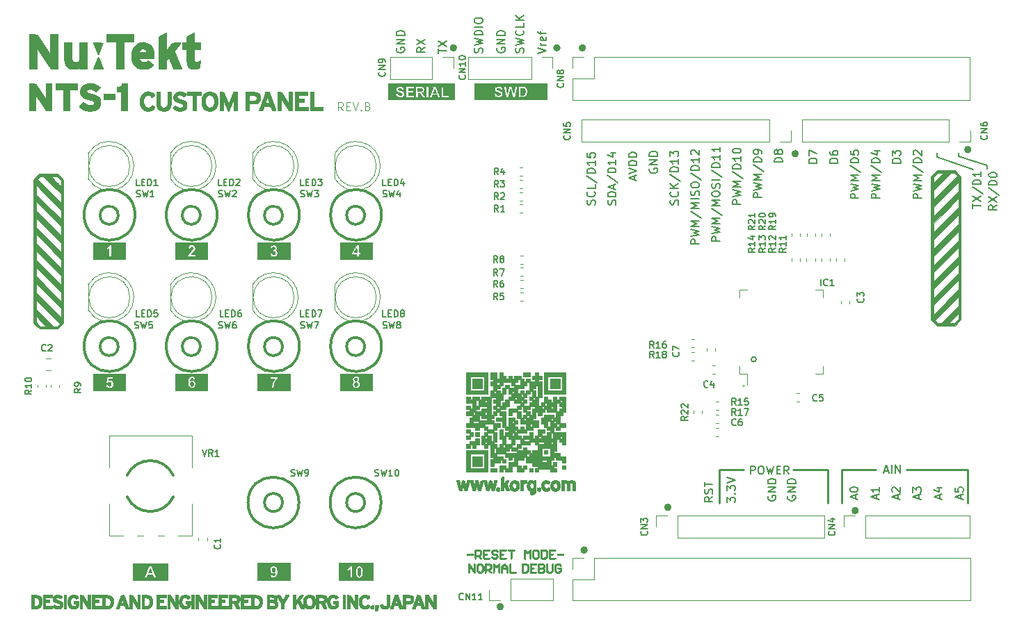
<source format=gto>
G04 #@! TF.GenerationSoftware,KiCad,Pcbnew,(5.1.5)-3*
G04 #@! TF.CreationDate,2019-12-27T15:31:14+09:00*
G04 #@! TF.ProjectId,NTS-1_CustomPanel,4e54532d-315f-4437-9573-746f6d50616e,A*
G04 #@! TF.SameCoordinates,Original*
G04 #@! TF.FileFunction,Legend,Top*
G04 #@! TF.FilePolarity,Positive*
%FSLAX46Y46*%
G04 Gerber Fmt 4.6, Leading zero omitted, Abs format (unit mm)*
G04 Created by KiCad (PCBNEW (5.1.5)-3) date 2019-12-27 15:31:14*
%MOMM*%
%LPD*%
G04 APERTURE LIST*
%ADD10C,0.500000*%
%ADD11C,0.320000*%
%ADD12C,0.300000*%
%ADD13C,0.150000*%
%ADD14C,0.062500*%
%ADD15C,0.200000*%
%ADD16C,0.254000*%
%ADD17C,0.100000*%
%ADD18C,0.010000*%
%ADD19C,0.120000*%
G04 APERTURE END LIST*
D10*
X164800000Y-144700000D02*
G75*
G03X164800000Y-144700000I-200000J0D01*
G01*
X159100000Y-76600000D02*
G75*
G03X159100000Y-76600000I-200000J0D01*
G01*
X171700000Y-76600000D02*
G75*
G03X171700000Y-76600000I-200000J0D01*
G01*
X175000000Y-137800000D02*
G75*
G03X175000000Y-137800000I-200000J0D01*
G01*
X208000000Y-133000000D02*
G75*
G03X208000000Y-133000000I-200000J0D01*
G01*
X185200000Y-132600000D02*
G75*
G03X185200000Y-132600000I-200000J0D01*
G01*
X174800000Y-76600000D02*
G75*
G03X174800000Y-76600000I-200000J0D01*
G01*
X221700000Y-89000000D02*
G75*
G03X221700000Y-89000000I-200000J0D01*
G01*
X200700000Y-89500000D02*
G75*
G03X200700000Y-89500000I-200000J0D01*
G01*
D11*
X119189926Y-128689869D02*
G75*
G02X124809030Y-128689860I2809554J-1310111D01*
G01*
X124809034Y-131310091D02*
G75*
G02X119189930Y-131310100I-2809554J1310111D01*
G01*
D12*
X148099480Y-131999990D02*
G75*
G03X148099480Y-131999990I-1100000J0D01*
G01*
X138099480Y-131999990D02*
G75*
G03X138099480Y-131999990I-1100000J0D01*
G01*
D13*
X195749480Y-114549990D02*
G75*
G03X195749480Y-114549990I-300000J0D01*
G01*
D14*
X194324480Y-117799980D02*
G75*
G03X194324480Y-117799980I-125000J0D01*
G01*
D12*
X128099480Y-112999990D02*
G75*
G03X128099480Y-112999990I-1100000J0D01*
G01*
X118099480Y-112999990D02*
G75*
G03X118099480Y-112999990I-1100000J0D01*
G01*
X138099480Y-112999990D02*
G75*
G03X138099480Y-112999990I-1100000J0D01*
G01*
X148099480Y-112999990D02*
G75*
G03X148099480Y-112999990I-1100000J0D01*
G01*
X148099480Y-96999990D02*
G75*
G03X148099480Y-96999990I-1100000J0D01*
G01*
X138099480Y-96999990D02*
G75*
G03X138099480Y-96999990I-1100000J0D01*
G01*
X128099480Y-96999990D02*
G75*
G03X128099480Y-96999990I-1100000J0D01*
G01*
X118099480Y-96999990D02*
G75*
G03X118099480Y-96999990I-1100000J0D01*
G01*
D15*
X223879480Y-91359990D02*
X223879480Y-90959980D01*
X220399480Y-89799990D02*
X223879480Y-90959980D01*
X220399480Y-89799990D02*
X220399480Y-89399980D01*
X217799480Y-89933320D02*
X222199480Y-91399990D01*
X217799480Y-89933320D02*
X217799480Y-89399980D01*
D16*
X221499480Y-132099990D02*
X221500000Y-128000000D01*
X206199480Y-132099990D02*
X206199480Y-128000000D01*
X204499480Y-132099980D02*
X204499480Y-128000000D01*
X191299480Y-132099990D02*
X191300000Y-128000000D01*
X191299480Y-128000000D02*
X194199480Y-128000000D01*
X200199480Y-128000000D02*
X204499480Y-128000000D01*
X214000000Y-128000000D02*
X221500000Y-128000000D01*
X206200000Y-128000000D02*
X210300000Y-128000000D01*
D17*
X145474003Y-84252370D02*
X145140670Y-83776180D01*
X144902575Y-84252370D02*
X144902575Y-83252370D01*
X145283527Y-83252370D01*
X145378765Y-83299990D01*
X145426384Y-83347609D01*
X145474003Y-83442847D01*
X145474003Y-83585704D01*
X145426384Y-83680942D01*
X145378765Y-83728561D01*
X145283527Y-83776180D01*
X144902575Y-83776180D01*
X145902575Y-83728561D02*
X146235908Y-83728561D01*
X146378765Y-84252370D02*
X145902575Y-84252370D01*
X145902575Y-83252370D01*
X146378765Y-83252370D01*
X146664480Y-83252370D02*
X146997813Y-84252370D01*
X147331146Y-83252370D01*
X147664480Y-84157132D02*
X147712099Y-84204751D01*
X147664480Y-84252370D01*
X147616860Y-84204751D01*
X147664480Y-84157132D01*
X147664480Y-84252370D01*
X148474003Y-83728561D02*
X148616860Y-83776180D01*
X148664480Y-83823799D01*
X148712099Y-83919037D01*
X148712099Y-84061894D01*
X148664480Y-84157132D01*
X148616860Y-84204751D01*
X148521622Y-84252370D01*
X148140670Y-84252370D01*
X148140670Y-83252370D01*
X148474003Y-83252370D01*
X148569241Y-83299990D01*
X148616860Y-83347609D01*
X148664480Y-83442847D01*
X148664480Y-83538085D01*
X148616860Y-83633323D01*
X148569241Y-83680942D01*
X148474003Y-83728561D01*
X148140670Y-83728561D01*
D15*
X195068095Y-128552380D02*
X195068095Y-127552380D01*
X195449047Y-127552380D01*
X195544285Y-127600000D01*
X195591904Y-127647619D01*
X195639523Y-127742857D01*
X195639523Y-127885714D01*
X195591904Y-127980952D01*
X195544285Y-128028571D01*
X195449047Y-128076190D01*
X195068095Y-128076190D01*
X196258571Y-127552380D02*
X196449047Y-127552380D01*
X196544285Y-127600000D01*
X196639523Y-127695238D01*
X196687142Y-127885714D01*
X196687142Y-128219047D01*
X196639523Y-128409523D01*
X196544285Y-128504761D01*
X196449047Y-128552380D01*
X196258571Y-128552380D01*
X196163333Y-128504761D01*
X196068095Y-128409523D01*
X196020476Y-128219047D01*
X196020476Y-127885714D01*
X196068095Y-127695238D01*
X196163333Y-127600000D01*
X196258571Y-127552380D01*
X197020476Y-127552380D02*
X197258571Y-128552380D01*
X197449047Y-127838095D01*
X197639523Y-128552380D01*
X197877619Y-127552380D01*
X198258571Y-128028571D02*
X198591904Y-128028571D01*
X198734761Y-128552380D02*
X198258571Y-128552380D01*
X198258571Y-127552380D01*
X198734761Y-127552380D01*
X199734761Y-128552380D02*
X199401428Y-128076190D01*
X199163333Y-128552380D02*
X199163333Y-127552380D01*
X199544285Y-127552380D01*
X199639523Y-127600000D01*
X199687142Y-127647619D01*
X199734761Y-127742857D01*
X199734761Y-127885714D01*
X199687142Y-127980952D01*
X199639523Y-128028571D01*
X199544285Y-128076190D01*
X199163333Y-128076190D01*
X213323280Y-90631904D02*
X212323280Y-90631904D01*
X212323280Y-90393809D01*
X212370900Y-90250952D01*
X212466138Y-90155714D01*
X212561376Y-90108095D01*
X212751852Y-90060476D01*
X212894709Y-90060476D01*
X213085185Y-90108095D01*
X213180423Y-90155714D01*
X213275661Y-90250952D01*
X213323280Y-90393809D01*
X213323280Y-90631904D01*
X212323280Y-89727142D02*
X212323280Y-89108095D01*
X212704233Y-89441428D01*
X212704233Y-89298571D01*
X212751852Y-89203333D01*
X212799471Y-89155714D01*
X212894709Y-89108095D01*
X213132804Y-89108095D01*
X213228042Y-89155714D01*
X213275661Y-89203333D01*
X213323280Y-89298571D01*
X213323280Y-89584285D01*
X213275661Y-89679523D01*
X213228042Y-89727142D01*
X182799470Y-91308395D02*
X182751850Y-91403633D01*
X182751850Y-91546490D01*
X182799470Y-91689347D01*
X182894708Y-91784585D01*
X182989946Y-91832204D01*
X183180422Y-91879823D01*
X183323279Y-91879823D01*
X183513755Y-91832204D01*
X183608993Y-91784585D01*
X183704231Y-91689347D01*
X183751850Y-91546490D01*
X183751850Y-91451252D01*
X183704231Y-91308395D01*
X183656612Y-91260776D01*
X183323279Y-91260776D01*
X183323279Y-91451252D01*
X183751850Y-90832204D02*
X182751850Y-90832204D01*
X183751850Y-90260776D01*
X182751850Y-90260776D01*
X183751850Y-89784585D02*
X182751850Y-89784585D01*
X182751850Y-89546490D01*
X182799470Y-89403633D01*
X182894708Y-89308395D01*
X182989946Y-89260776D01*
X183180422Y-89213157D01*
X183323279Y-89213157D01*
X183513755Y-89260776D01*
X183608993Y-89308395D01*
X183704231Y-89403633D01*
X183751850Y-89546490D01*
X183751850Y-89784585D01*
X180932806Y-92679523D02*
X180932806Y-92203333D01*
X181218520Y-92774761D02*
X180218520Y-92441428D01*
X181218520Y-92108095D01*
X180218520Y-91917619D02*
X181218520Y-91584285D01*
X180218520Y-91250952D01*
X181218520Y-90917619D02*
X180218520Y-90917619D01*
X180218520Y-90679523D01*
X180266140Y-90536666D01*
X180361378Y-90441428D01*
X180456616Y-90393809D01*
X180647092Y-90346190D01*
X180789949Y-90346190D01*
X180980425Y-90393809D01*
X181075663Y-90441428D01*
X181170901Y-90536666D01*
X181218520Y-90679523D01*
X181218520Y-90917619D01*
X181218520Y-89917619D02*
X180218520Y-89917619D01*
X180218520Y-89679523D01*
X180266140Y-89536666D01*
X180361378Y-89441428D01*
X180456616Y-89393809D01*
X180647092Y-89346190D01*
X180789949Y-89346190D01*
X180980425Y-89393809D01*
X181075663Y-89441428D01*
X181170901Y-89536666D01*
X181218520Y-89679523D01*
X181218520Y-89917619D01*
X225051840Y-95760466D02*
X224575650Y-96093799D01*
X225051840Y-96331894D02*
X224051840Y-96331894D01*
X224051840Y-95950942D01*
X224099460Y-95855704D01*
X224147079Y-95808085D01*
X224242317Y-95760466D01*
X224385174Y-95760466D01*
X224480412Y-95808085D01*
X224528031Y-95855704D01*
X224575650Y-95950942D01*
X224575650Y-96331894D01*
X224051840Y-95427132D02*
X225051840Y-94760466D01*
X224051840Y-94760466D02*
X225051840Y-95427132D01*
X224004221Y-93665228D02*
X225289936Y-94522370D01*
X225051840Y-93331894D02*
X224051840Y-93331894D01*
X224051840Y-93093799D01*
X224099460Y-92950942D01*
X224194698Y-92855704D01*
X224289936Y-92808085D01*
X224480412Y-92760466D01*
X224623269Y-92760466D01*
X224813745Y-92808085D01*
X224908983Y-92855704D01*
X225004221Y-92950942D01*
X225051840Y-93093799D01*
X225051840Y-93331894D01*
X224051840Y-92141418D02*
X224051840Y-92046180D01*
X224099460Y-91950942D01*
X224147079Y-91903323D01*
X224242317Y-91855704D01*
X224432793Y-91808085D01*
X224670888Y-91808085D01*
X224861364Y-91855704D01*
X224956602Y-91903323D01*
X225004221Y-91950942D01*
X225051840Y-92046180D01*
X225051840Y-92141418D01*
X225004221Y-92236656D01*
X224956602Y-92284275D01*
X224861364Y-92331894D01*
X224670888Y-92379513D01*
X224432793Y-92379513D01*
X224242317Y-92331894D01*
X224147079Y-92284275D01*
X224099460Y-92236656D01*
X224051840Y-92141418D01*
X222108990Y-96141521D02*
X222108990Y-95570093D01*
X223108990Y-95855807D02*
X222108990Y-95855807D01*
X222108990Y-95331998D02*
X223108990Y-94665331D01*
X222108990Y-94665331D02*
X223108990Y-95331998D01*
X222061371Y-93570093D02*
X223347086Y-94427236D01*
X223108990Y-93236760D02*
X222108990Y-93236760D01*
X222108990Y-92998664D01*
X222156610Y-92855807D01*
X222251848Y-92760569D01*
X222347086Y-92712950D01*
X222537562Y-92665331D01*
X222680419Y-92665331D01*
X222870895Y-92712950D01*
X222966133Y-92760569D01*
X223061371Y-92855807D01*
X223108990Y-92998664D01*
X223108990Y-93236760D01*
X223108990Y-91712950D02*
X223108990Y-92284379D01*
X223108990Y-91998664D02*
X222108990Y-91998664D01*
X222251848Y-92093902D01*
X222347086Y-92189140D01*
X222394705Y-92284379D01*
X215866130Y-94930604D02*
X214866130Y-94930604D01*
X214866130Y-94549652D01*
X214913750Y-94454414D01*
X214961369Y-94406795D01*
X215056607Y-94359176D01*
X215199464Y-94359176D01*
X215294702Y-94406795D01*
X215342321Y-94454414D01*
X215389940Y-94549652D01*
X215389940Y-94930604D01*
X214866130Y-94025842D02*
X215866130Y-93787747D01*
X215151845Y-93597271D01*
X215866130Y-93406795D01*
X214866130Y-93168700D01*
X215866130Y-92787747D02*
X214866130Y-92787747D01*
X215580416Y-92454414D01*
X214866130Y-92121080D01*
X215866130Y-92121080D01*
X214818511Y-90930604D02*
X216104226Y-91787747D01*
X215866130Y-90597271D02*
X214866130Y-90597271D01*
X214866130Y-90359176D01*
X214913750Y-90216319D01*
X215008988Y-90121080D01*
X215104226Y-90073461D01*
X215294702Y-90025842D01*
X215437559Y-90025842D01*
X215628035Y-90073461D01*
X215723273Y-90121080D01*
X215818511Y-90216319D01*
X215866130Y-90359176D01*
X215866130Y-90597271D01*
X214961369Y-89644890D02*
X214913750Y-89597271D01*
X214866130Y-89502033D01*
X214866130Y-89263938D01*
X214913750Y-89168700D01*
X214961369Y-89121080D01*
X215056607Y-89073461D01*
X215151845Y-89073461D01*
X215294702Y-89121080D01*
X215866130Y-89692509D01*
X215866130Y-89073461D01*
X210780420Y-94930604D02*
X209780420Y-94930604D01*
X209780420Y-94549652D01*
X209828040Y-94454414D01*
X209875659Y-94406795D01*
X209970897Y-94359176D01*
X210113754Y-94359176D01*
X210208992Y-94406795D01*
X210256611Y-94454414D01*
X210304230Y-94549652D01*
X210304230Y-94930604D01*
X209780420Y-94025842D02*
X210780420Y-93787747D01*
X210066135Y-93597271D01*
X210780420Y-93406795D01*
X209780420Y-93168700D01*
X210780420Y-92787747D02*
X209780420Y-92787747D01*
X210494706Y-92454414D01*
X209780420Y-92121080D01*
X210780420Y-92121080D01*
X209732801Y-90930604D02*
X211018516Y-91787747D01*
X210780420Y-90597271D02*
X209780420Y-90597271D01*
X209780420Y-90359176D01*
X209828040Y-90216319D01*
X209923278Y-90121080D01*
X210018516Y-90073461D01*
X210208992Y-90025842D01*
X210351849Y-90025842D01*
X210542325Y-90073461D01*
X210637563Y-90121080D01*
X210732801Y-90216319D01*
X210780420Y-90359176D01*
X210780420Y-90597271D01*
X210113754Y-89168700D02*
X210780420Y-89168700D01*
X209732801Y-89406795D02*
X210447087Y-89644890D01*
X210447087Y-89025842D01*
X208237570Y-94930604D02*
X207237570Y-94930604D01*
X207237570Y-94549652D01*
X207285190Y-94454414D01*
X207332809Y-94406795D01*
X207428047Y-94359176D01*
X207570904Y-94359176D01*
X207666142Y-94406795D01*
X207713761Y-94454414D01*
X207761380Y-94549652D01*
X207761380Y-94930604D01*
X207237570Y-94025842D02*
X208237570Y-93787747D01*
X207523285Y-93597271D01*
X208237570Y-93406795D01*
X207237570Y-93168700D01*
X208237570Y-92787747D02*
X207237570Y-92787747D01*
X207951856Y-92454414D01*
X207237570Y-92121080D01*
X208237570Y-92121080D01*
X207189951Y-90930604D02*
X208475666Y-91787747D01*
X208237570Y-90597271D02*
X207237570Y-90597271D01*
X207237570Y-90359176D01*
X207285190Y-90216319D01*
X207380428Y-90121080D01*
X207475666Y-90073461D01*
X207666142Y-90025842D01*
X207808999Y-90025842D01*
X207999475Y-90073461D01*
X208094713Y-90121080D01*
X208189951Y-90216319D01*
X208237570Y-90359176D01*
X208237570Y-90597271D01*
X207237570Y-89121080D02*
X207237570Y-89597271D01*
X207713761Y-89644890D01*
X207666142Y-89597271D01*
X207618523Y-89502033D01*
X207618523Y-89263938D01*
X207666142Y-89168700D01*
X207713761Y-89121080D01*
X207808999Y-89073461D01*
X208047094Y-89073461D01*
X208142332Y-89121080D01*
X208189951Y-89168700D01*
X208237570Y-89263938D01*
X208237570Y-89502033D01*
X208189951Y-89597271D01*
X208142332Y-89644890D01*
X205694710Y-90631904D02*
X204694710Y-90631904D01*
X204694710Y-90393809D01*
X204742330Y-90250952D01*
X204837568Y-90155714D01*
X204932806Y-90108095D01*
X205123282Y-90060476D01*
X205266139Y-90060476D01*
X205456615Y-90108095D01*
X205551853Y-90155714D01*
X205647091Y-90250952D01*
X205694710Y-90393809D01*
X205694710Y-90631904D01*
X204694710Y-89203333D02*
X204694710Y-89393809D01*
X204742330Y-89489047D01*
X204789949Y-89536666D01*
X204932806Y-89631904D01*
X205123282Y-89679523D01*
X205504234Y-89679523D01*
X205599472Y-89631904D01*
X205647091Y-89584285D01*
X205694710Y-89489047D01*
X205694710Y-89298571D01*
X205647091Y-89203333D01*
X205599472Y-89155714D01*
X205504234Y-89108095D01*
X205266139Y-89108095D01*
X205170901Y-89155714D01*
X205123282Y-89203333D01*
X205075663Y-89298571D01*
X205075663Y-89489047D01*
X205123282Y-89584285D01*
X205170901Y-89631904D01*
X205266139Y-89679523D01*
X203151860Y-90631904D02*
X202151860Y-90631904D01*
X202151860Y-90393809D01*
X202199480Y-90250952D01*
X202294718Y-90155714D01*
X202389956Y-90108095D01*
X202580432Y-90060476D01*
X202723289Y-90060476D01*
X202913765Y-90108095D01*
X203009003Y-90155714D01*
X203104241Y-90250952D01*
X203151860Y-90393809D01*
X203151860Y-90631904D01*
X202151860Y-89727142D02*
X202151860Y-89060476D01*
X203151860Y-89489047D01*
X198951830Y-90531904D02*
X197951830Y-90531904D01*
X197951830Y-90293809D01*
X197999450Y-90150952D01*
X198094688Y-90055714D01*
X198189926Y-90008095D01*
X198380402Y-89960476D01*
X198523259Y-89960476D01*
X198713735Y-90008095D01*
X198808973Y-90055714D01*
X198904211Y-90150952D01*
X198951830Y-90293809D01*
X198951830Y-90531904D01*
X198380402Y-89389047D02*
X198332783Y-89484285D01*
X198285164Y-89531904D01*
X198189926Y-89579523D01*
X198142307Y-89579523D01*
X198047069Y-89531904D01*
X197999450Y-89484285D01*
X197951830Y-89389047D01*
X197951830Y-89198571D01*
X197999450Y-89103333D01*
X198047069Y-89055714D01*
X198142307Y-89008095D01*
X198189926Y-89008095D01*
X198285164Y-89055714D01*
X198332783Y-89103333D01*
X198380402Y-89198571D01*
X198380402Y-89389047D01*
X198428021Y-89484285D01*
X198475640Y-89531904D01*
X198570878Y-89579523D01*
X198761354Y-89579523D01*
X198856592Y-89531904D01*
X198904211Y-89484285D01*
X198951830Y-89389047D01*
X198951830Y-89198571D01*
X198904211Y-89103333D01*
X198856592Y-89055714D01*
X198761354Y-89008095D01*
X198570878Y-89008095D01*
X198475640Y-89055714D01*
X198428021Y-89103333D01*
X198380402Y-89198571D01*
X196418500Y-94831244D02*
X195418500Y-94831244D01*
X195418500Y-94450292D01*
X195466120Y-94355054D01*
X195513739Y-94307435D01*
X195608977Y-94259816D01*
X195751834Y-94259816D01*
X195847072Y-94307435D01*
X195894691Y-94355054D01*
X195942310Y-94450292D01*
X195942310Y-94831244D01*
X195418500Y-93926482D02*
X196418500Y-93688387D01*
X195704215Y-93497911D01*
X196418500Y-93307435D01*
X195418500Y-93069340D01*
X196418500Y-92688387D02*
X195418500Y-92688387D01*
X196132786Y-92355054D01*
X195418500Y-92021720D01*
X196418500Y-92021720D01*
X195370881Y-90831244D02*
X196656596Y-91688387D01*
X196418500Y-90497911D02*
X195418500Y-90497911D01*
X195418500Y-90259816D01*
X195466120Y-90116959D01*
X195561358Y-90021720D01*
X195656596Y-89974101D01*
X195847072Y-89926482D01*
X195989929Y-89926482D01*
X196180405Y-89974101D01*
X196275643Y-90021720D01*
X196370881Y-90116959D01*
X196418500Y-90259816D01*
X196418500Y-90497911D01*
X196418500Y-89450292D02*
X196418500Y-89259816D01*
X196370881Y-89164578D01*
X196323262Y-89116959D01*
X196180405Y-89021720D01*
X195989929Y-88974101D01*
X195608977Y-88974101D01*
X195513739Y-89021720D01*
X195466120Y-89069340D01*
X195418500Y-89164578D01*
X195418500Y-89355054D01*
X195466120Y-89450292D01*
X195513739Y-89497911D01*
X195608977Y-89545530D01*
X195847072Y-89545530D01*
X195942310Y-89497911D01*
X195989929Y-89450292D01*
X196037548Y-89355054D01*
X196037548Y-89164578D01*
X195989929Y-89069340D01*
X195942310Y-89021720D01*
X195847072Y-88974101D01*
X193885170Y-95664304D02*
X192885170Y-95664304D01*
X192885170Y-95283352D01*
X192932790Y-95188114D01*
X192980409Y-95140495D01*
X193075647Y-95092876D01*
X193218504Y-95092876D01*
X193313742Y-95140495D01*
X193361361Y-95188114D01*
X193408980Y-95283352D01*
X193408980Y-95664304D01*
X192885170Y-94759542D02*
X193885170Y-94521447D01*
X193170885Y-94330971D01*
X193885170Y-94140495D01*
X192885170Y-93902400D01*
X193885170Y-93521447D02*
X192885170Y-93521447D01*
X193599456Y-93188114D01*
X192885170Y-92854780D01*
X193885170Y-92854780D01*
X192837551Y-91664304D02*
X194123266Y-92521447D01*
X193885170Y-91330971D02*
X192885170Y-91330971D01*
X192885170Y-91092876D01*
X192932790Y-90950019D01*
X193028028Y-90854780D01*
X193123266Y-90807161D01*
X193313742Y-90759542D01*
X193456599Y-90759542D01*
X193647075Y-90807161D01*
X193742313Y-90854780D01*
X193837551Y-90950019D01*
X193885170Y-91092876D01*
X193885170Y-91330971D01*
X193885170Y-89807161D02*
X193885170Y-90378590D01*
X193885170Y-90092876D02*
X192885170Y-90092876D01*
X193028028Y-90188114D01*
X193123266Y-90283352D01*
X193170885Y-90378590D01*
X192885170Y-89188114D02*
X192885170Y-89092876D01*
X192932790Y-88997638D01*
X192980409Y-88950019D01*
X193075647Y-88902400D01*
X193266123Y-88854780D01*
X193504218Y-88854780D01*
X193694694Y-88902400D01*
X193789932Y-88950019D01*
X193837551Y-88997638D01*
X193885170Y-89092876D01*
X193885170Y-89188114D01*
X193837551Y-89283352D01*
X193789932Y-89330971D01*
X193694694Y-89378590D01*
X193504218Y-89426209D01*
X193266123Y-89426209D01*
X193075647Y-89378590D01*
X192980409Y-89330971D01*
X192932790Y-89283352D01*
X192885170Y-89188114D01*
X191351840Y-100162854D02*
X190351840Y-100162854D01*
X190351840Y-99781902D01*
X190399460Y-99686664D01*
X190447079Y-99639045D01*
X190542317Y-99591426D01*
X190685174Y-99591426D01*
X190780412Y-99639045D01*
X190828031Y-99686664D01*
X190875650Y-99781902D01*
X190875650Y-100162854D01*
X190351840Y-99258092D02*
X191351840Y-99019997D01*
X190637555Y-98829521D01*
X191351840Y-98639045D01*
X190351840Y-98400950D01*
X191351840Y-98019997D02*
X190351840Y-98019997D01*
X191066126Y-97686664D01*
X190351840Y-97353330D01*
X191351840Y-97353330D01*
X190304221Y-96162854D02*
X191589936Y-97019997D01*
X191351840Y-95829521D02*
X190351840Y-95829521D01*
X191066126Y-95496188D01*
X190351840Y-95162854D01*
X191351840Y-95162854D01*
X190351840Y-94496188D02*
X190351840Y-94305711D01*
X190399460Y-94210473D01*
X190494698Y-94115235D01*
X190685174Y-94067616D01*
X191018507Y-94067616D01*
X191208983Y-94115235D01*
X191304221Y-94210473D01*
X191351840Y-94305711D01*
X191351840Y-94496188D01*
X191304221Y-94591426D01*
X191208983Y-94686664D01*
X191018507Y-94734283D01*
X190685174Y-94734283D01*
X190494698Y-94686664D01*
X190399460Y-94591426D01*
X190351840Y-94496188D01*
X191304221Y-93686664D02*
X191351840Y-93543807D01*
X191351840Y-93305711D01*
X191304221Y-93210473D01*
X191256602Y-93162854D01*
X191161364Y-93115235D01*
X191066126Y-93115235D01*
X190970888Y-93162854D01*
X190923269Y-93210473D01*
X190875650Y-93305711D01*
X190828031Y-93496188D01*
X190780412Y-93591426D01*
X190732793Y-93639045D01*
X190637555Y-93686664D01*
X190542317Y-93686664D01*
X190447079Y-93639045D01*
X190399460Y-93591426D01*
X190351840Y-93496188D01*
X190351840Y-93258092D01*
X190399460Y-93115235D01*
X191351840Y-92686664D02*
X190351840Y-92686664D01*
X190304221Y-91496188D02*
X191589936Y-92353330D01*
X191351840Y-91162854D02*
X190351840Y-91162854D01*
X190351840Y-90924759D01*
X190399460Y-90781902D01*
X190494698Y-90686664D01*
X190589936Y-90639045D01*
X190780412Y-90591426D01*
X190923269Y-90591426D01*
X191113745Y-90639045D01*
X191208983Y-90686664D01*
X191304221Y-90781902D01*
X191351840Y-90924759D01*
X191351840Y-91162854D01*
X191351840Y-89639045D02*
X191351840Y-90210473D01*
X191351840Y-89924759D02*
X190351840Y-89924759D01*
X190494698Y-90019997D01*
X190589936Y-90115235D01*
X190637555Y-90210473D01*
X191351840Y-88686664D02*
X191351840Y-89258092D01*
X191351840Y-88972378D02*
X190351840Y-88972378D01*
X190494698Y-89067616D01*
X190589936Y-89162854D01*
X190637555Y-89258092D01*
X188818510Y-100496084D02*
X187818510Y-100496084D01*
X187818510Y-100115132D01*
X187866130Y-100019894D01*
X187913749Y-99972275D01*
X188008987Y-99924656D01*
X188151844Y-99924656D01*
X188247082Y-99972275D01*
X188294701Y-100019894D01*
X188342320Y-100115132D01*
X188342320Y-100496084D01*
X187818510Y-99591322D02*
X188818510Y-99353227D01*
X188104225Y-99162751D01*
X188818510Y-98972275D01*
X187818510Y-98734180D01*
X188818510Y-98353227D02*
X187818510Y-98353227D01*
X188532796Y-98019894D01*
X187818510Y-97686560D01*
X188818510Y-97686560D01*
X187770891Y-96496084D02*
X189056606Y-97353227D01*
X188818510Y-96162751D02*
X187818510Y-96162751D01*
X188532796Y-95829418D01*
X187818510Y-95496084D01*
X188818510Y-95496084D01*
X188818510Y-95019894D02*
X187818510Y-95019894D01*
X188770891Y-94591322D02*
X188818510Y-94448465D01*
X188818510Y-94210370D01*
X188770891Y-94115132D01*
X188723272Y-94067513D01*
X188628034Y-94019894D01*
X188532796Y-94019894D01*
X188437558Y-94067513D01*
X188389939Y-94115132D01*
X188342320Y-94210370D01*
X188294701Y-94400846D01*
X188247082Y-94496084D01*
X188199463Y-94543703D01*
X188104225Y-94591322D01*
X188008987Y-94591322D01*
X187913749Y-94543703D01*
X187866130Y-94496084D01*
X187818510Y-94400846D01*
X187818510Y-94162751D01*
X187866130Y-94019894D01*
X187818510Y-93400846D02*
X187818510Y-93210370D01*
X187866130Y-93115132D01*
X187961368Y-93019894D01*
X188151844Y-92972275D01*
X188485177Y-92972275D01*
X188675653Y-93019894D01*
X188770891Y-93115132D01*
X188818510Y-93210370D01*
X188818510Y-93400846D01*
X188770891Y-93496084D01*
X188675653Y-93591322D01*
X188485177Y-93638941D01*
X188151844Y-93638941D01*
X187961368Y-93591322D01*
X187866130Y-93496084D01*
X187818510Y-93400846D01*
X187770891Y-91829418D02*
X189056606Y-92686560D01*
X188818510Y-91496084D02*
X187818510Y-91496084D01*
X187818510Y-91257989D01*
X187866130Y-91115132D01*
X187961368Y-91019894D01*
X188056606Y-90972275D01*
X188247082Y-90924656D01*
X188389939Y-90924656D01*
X188580415Y-90972275D01*
X188675653Y-91019894D01*
X188770891Y-91115132D01*
X188818510Y-91257989D01*
X188818510Y-91496084D01*
X188818510Y-89972275D02*
X188818510Y-90543703D01*
X188818510Y-90257989D02*
X187818510Y-90257989D01*
X187961368Y-90353227D01*
X188056606Y-90448465D01*
X188104225Y-90543703D01*
X187913749Y-89591322D02*
X187866130Y-89543703D01*
X187818510Y-89448465D01*
X187818510Y-89210370D01*
X187866130Y-89115132D01*
X187913749Y-89067513D01*
X188008987Y-89019894D01*
X188104225Y-89019894D01*
X188247082Y-89067513D01*
X188818510Y-89638941D01*
X188818510Y-89019894D01*
X186237561Y-95711923D02*
X186285180Y-95569066D01*
X186285180Y-95330971D01*
X186237561Y-95235733D01*
X186189942Y-95188114D01*
X186094704Y-95140495D01*
X185999466Y-95140495D01*
X185904228Y-95188114D01*
X185856609Y-95235733D01*
X185808990Y-95330971D01*
X185761371Y-95521447D01*
X185713752Y-95616685D01*
X185666133Y-95664304D01*
X185570895Y-95711923D01*
X185475657Y-95711923D01*
X185380419Y-95664304D01*
X185332800Y-95616685D01*
X185285180Y-95521447D01*
X185285180Y-95283352D01*
X185332800Y-95140495D01*
X186189942Y-94140495D02*
X186237561Y-94188114D01*
X186285180Y-94330971D01*
X186285180Y-94426209D01*
X186237561Y-94569066D01*
X186142323Y-94664304D01*
X186047085Y-94711923D01*
X185856609Y-94759542D01*
X185713752Y-94759542D01*
X185523276Y-94711923D01*
X185428038Y-94664304D01*
X185332800Y-94569066D01*
X185285180Y-94426209D01*
X185285180Y-94330971D01*
X185332800Y-94188114D01*
X185380419Y-94140495D01*
X186285180Y-93711923D02*
X185285180Y-93711923D01*
X186285180Y-93140495D02*
X185713752Y-93569066D01*
X185285180Y-93140495D02*
X185856609Y-93711923D01*
X185237561Y-91997638D02*
X186523276Y-92854780D01*
X186285180Y-91664304D02*
X185285180Y-91664304D01*
X185285180Y-91426209D01*
X185332800Y-91283352D01*
X185428038Y-91188114D01*
X185523276Y-91140495D01*
X185713752Y-91092876D01*
X185856609Y-91092876D01*
X186047085Y-91140495D01*
X186142323Y-91188114D01*
X186237561Y-91283352D01*
X186285180Y-91426209D01*
X186285180Y-91664304D01*
X186285180Y-90140495D02*
X186285180Y-90711923D01*
X186285180Y-90426209D02*
X185285180Y-90426209D01*
X185428038Y-90521447D01*
X185523276Y-90616685D01*
X185570895Y-90711923D01*
X185285180Y-89807161D02*
X185285180Y-89188114D01*
X185666133Y-89521447D01*
X185666133Y-89378590D01*
X185713752Y-89283352D01*
X185761371Y-89235733D01*
X185856609Y-89188114D01*
X186094704Y-89188114D01*
X186189942Y-89235733D01*
X186237561Y-89283352D01*
X186285180Y-89378590D01*
X186285180Y-89664304D01*
X186237561Y-89759542D01*
X186189942Y-89807161D01*
X178637571Y-95711923D02*
X178685190Y-95569066D01*
X178685190Y-95330971D01*
X178637571Y-95235733D01*
X178589952Y-95188114D01*
X178494714Y-95140495D01*
X178399476Y-95140495D01*
X178304238Y-95188114D01*
X178256619Y-95235733D01*
X178209000Y-95330971D01*
X178161381Y-95521447D01*
X178113762Y-95616685D01*
X178066143Y-95664304D01*
X177970905Y-95711923D01*
X177875667Y-95711923D01*
X177780429Y-95664304D01*
X177732810Y-95616685D01*
X177685190Y-95521447D01*
X177685190Y-95283352D01*
X177732810Y-95140495D01*
X178685190Y-94711923D02*
X177685190Y-94711923D01*
X177685190Y-94473828D01*
X177732810Y-94330971D01*
X177828048Y-94235733D01*
X177923286Y-94188114D01*
X178113762Y-94140495D01*
X178256619Y-94140495D01*
X178447095Y-94188114D01*
X178542333Y-94235733D01*
X178637571Y-94330971D01*
X178685190Y-94473828D01*
X178685190Y-94711923D01*
X178399476Y-93759542D02*
X178399476Y-93283352D01*
X178685190Y-93854780D02*
X177685190Y-93521447D01*
X178685190Y-93188114D01*
X177637571Y-92140495D02*
X178923286Y-92997638D01*
X178685190Y-91807161D02*
X177685190Y-91807161D01*
X177685190Y-91569066D01*
X177732810Y-91426209D01*
X177828048Y-91330971D01*
X177923286Y-91283352D01*
X178113762Y-91235733D01*
X178256619Y-91235733D01*
X178447095Y-91283352D01*
X178542333Y-91330971D01*
X178637571Y-91426209D01*
X178685190Y-91569066D01*
X178685190Y-91807161D01*
X178685190Y-90283352D02*
X178685190Y-90854780D01*
X178685190Y-90569066D02*
X177685190Y-90569066D01*
X177828048Y-90664304D01*
X177923286Y-90759542D01*
X177970905Y-90854780D01*
X178018524Y-89426209D02*
X178685190Y-89426209D01*
X177637571Y-89664304D02*
X178351857Y-89902400D01*
X178351857Y-89283352D01*
X176104241Y-95711923D02*
X176151860Y-95569066D01*
X176151860Y-95330971D01*
X176104241Y-95235733D01*
X176056622Y-95188114D01*
X175961384Y-95140495D01*
X175866146Y-95140495D01*
X175770908Y-95188114D01*
X175723289Y-95235733D01*
X175675670Y-95330971D01*
X175628051Y-95521447D01*
X175580432Y-95616685D01*
X175532813Y-95664304D01*
X175437575Y-95711923D01*
X175342337Y-95711923D01*
X175247099Y-95664304D01*
X175199480Y-95616685D01*
X175151860Y-95521447D01*
X175151860Y-95283352D01*
X175199480Y-95140495D01*
X176056622Y-94140495D02*
X176104241Y-94188114D01*
X176151860Y-94330971D01*
X176151860Y-94426209D01*
X176104241Y-94569066D01*
X176009003Y-94664304D01*
X175913765Y-94711923D01*
X175723289Y-94759542D01*
X175580432Y-94759542D01*
X175389956Y-94711923D01*
X175294718Y-94664304D01*
X175199480Y-94569066D01*
X175151860Y-94426209D01*
X175151860Y-94330971D01*
X175199480Y-94188114D01*
X175247099Y-94140495D01*
X176151860Y-93235733D02*
X176151860Y-93711923D01*
X175151860Y-93711923D01*
X175104241Y-92188114D02*
X176389956Y-93045257D01*
X176151860Y-91854780D02*
X175151860Y-91854780D01*
X175151860Y-91616685D01*
X175199480Y-91473828D01*
X175294718Y-91378590D01*
X175389956Y-91330971D01*
X175580432Y-91283352D01*
X175723289Y-91283352D01*
X175913765Y-91330971D01*
X176009003Y-91378590D01*
X176104241Y-91473828D01*
X176151860Y-91616685D01*
X176151860Y-91854780D01*
X176151860Y-90330971D02*
X176151860Y-90902400D01*
X176151860Y-90616685D02*
X175151860Y-90616685D01*
X175294718Y-90711923D01*
X175389956Y-90807161D01*
X175437575Y-90902400D01*
X175151860Y-89426209D02*
X175151860Y-89902400D01*
X175628051Y-89950019D01*
X175580432Y-89902400D01*
X175532813Y-89807161D01*
X175532813Y-89569066D01*
X175580432Y-89473828D01*
X175628051Y-89426209D01*
X175723289Y-89378590D01*
X175961384Y-89378590D01*
X176056622Y-89426209D01*
X176104241Y-89473828D01*
X176151860Y-89569066D01*
X176151860Y-89807161D01*
X176104241Y-89902400D01*
X176056622Y-89950019D01*
X190452380Y-131310476D02*
X189976190Y-131643809D01*
X190452380Y-131881904D02*
X189452380Y-131881904D01*
X189452380Y-131500952D01*
X189500000Y-131405714D01*
X189547619Y-131358095D01*
X189642857Y-131310476D01*
X189785714Y-131310476D01*
X189880952Y-131358095D01*
X189928571Y-131405714D01*
X189976190Y-131500952D01*
X189976190Y-131881904D01*
X190404761Y-130929523D02*
X190452380Y-130786666D01*
X190452380Y-130548571D01*
X190404761Y-130453333D01*
X190357142Y-130405714D01*
X190261904Y-130358095D01*
X190166666Y-130358095D01*
X190071428Y-130405714D01*
X190023809Y-130453333D01*
X189976190Y-130548571D01*
X189928571Y-130739047D01*
X189880952Y-130834285D01*
X189833333Y-130881904D01*
X189738095Y-130929523D01*
X189642857Y-130929523D01*
X189547619Y-130881904D01*
X189500000Y-130834285D01*
X189452380Y-130739047D01*
X189452380Y-130500952D01*
X189500000Y-130358095D01*
X189452380Y-130072380D02*
X189452380Y-129500952D01*
X190452380Y-129786666D02*
X189452380Y-129786666D01*
X192202380Y-131977142D02*
X192202380Y-131358095D01*
X192583333Y-131691428D01*
X192583333Y-131548571D01*
X192630952Y-131453333D01*
X192678571Y-131405714D01*
X192773809Y-131358095D01*
X193011904Y-131358095D01*
X193107142Y-131405714D01*
X193154761Y-131453333D01*
X193202380Y-131548571D01*
X193202380Y-131834285D01*
X193154761Y-131929523D01*
X193107142Y-131977142D01*
X193107142Y-130929523D02*
X193154761Y-130881904D01*
X193202380Y-130929523D01*
X193154761Y-130977142D01*
X193107142Y-130929523D01*
X193202380Y-130929523D01*
X192202380Y-130548571D02*
X192202380Y-129929523D01*
X192583333Y-130262857D01*
X192583333Y-130120000D01*
X192630952Y-130024761D01*
X192678571Y-129977142D01*
X192773809Y-129929523D01*
X193011904Y-129929523D01*
X193107142Y-129977142D01*
X193154761Y-130024761D01*
X193202380Y-130120000D01*
X193202380Y-130405714D01*
X193154761Y-130500952D01*
X193107142Y-130548571D01*
X192202380Y-129643809D02*
X193202380Y-129310476D01*
X192202380Y-128977142D01*
X197200000Y-131208075D02*
X197152380Y-131303313D01*
X197152380Y-131446170D01*
X197200000Y-131589027D01*
X197295238Y-131684265D01*
X197390476Y-131731884D01*
X197580952Y-131779503D01*
X197723809Y-131779503D01*
X197914285Y-131731884D01*
X198009523Y-131684265D01*
X198104761Y-131589027D01*
X198152380Y-131446170D01*
X198152380Y-131350932D01*
X198104761Y-131208075D01*
X198057142Y-131160456D01*
X197723809Y-131160456D01*
X197723809Y-131350932D01*
X198152380Y-130731884D02*
X197152380Y-130731884D01*
X198152380Y-130160456D01*
X197152380Y-130160456D01*
X198152380Y-129684265D02*
X197152380Y-129684265D01*
X197152380Y-129446170D01*
X197200000Y-129303313D01*
X197295238Y-129208075D01*
X197390476Y-129160456D01*
X197580952Y-129112837D01*
X197723809Y-129112837D01*
X197914285Y-129160456D01*
X198009523Y-129208075D01*
X198104761Y-129303313D01*
X198152380Y-129446170D01*
X198152380Y-129684265D01*
X199600000Y-131208075D02*
X199552380Y-131303313D01*
X199552380Y-131446170D01*
X199600000Y-131589027D01*
X199695238Y-131684265D01*
X199790476Y-131731884D01*
X199980952Y-131779503D01*
X200123809Y-131779503D01*
X200314285Y-131731884D01*
X200409523Y-131684265D01*
X200504761Y-131589027D01*
X200552380Y-131446170D01*
X200552380Y-131350932D01*
X200504761Y-131208075D01*
X200457142Y-131160456D01*
X200123809Y-131160456D01*
X200123809Y-131350932D01*
X200552380Y-130731884D02*
X199552380Y-130731884D01*
X200552380Y-130160456D01*
X199552380Y-130160456D01*
X200552380Y-129684265D02*
X199552380Y-129684265D01*
X199552380Y-129446170D01*
X199600000Y-129303313D01*
X199695238Y-129208075D01*
X199790476Y-129160456D01*
X199980952Y-129112837D01*
X200123809Y-129112837D01*
X200314285Y-129160456D01*
X200409523Y-129208075D01*
X200504761Y-129303313D01*
X200552380Y-129446170D01*
X200552380Y-129684265D01*
X220666136Y-131579503D02*
X220666136Y-131103313D01*
X220951850Y-131674741D02*
X219951850Y-131341408D01*
X220951850Y-131008075D01*
X219951850Y-130198551D02*
X219951850Y-130674741D01*
X220428041Y-130722360D01*
X220380422Y-130674741D01*
X220332803Y-130579503D01*
X220332803Y-130341408D01*
X220380422Y-130246170D01*
X220428041Y-130198551D01*
X220523279Y-130150932D01*
X220761374Y-130150932D01*
X220856612Y-130198551D01*
X220904231Y-130246170D01*
X220951850Y-130341408D01*
X220951850Y-130579503D01*
X220904231Y-130674741D01*
X220856612Y-130722360D01*
X218106136Y-131579503D02*
X218106136Y-131103313D01*
X218391850Y-131674741D02*
X217391850Y-131341408D01*
X218391850Y-131008075D01*
X217725184Y-130246170D02*
X218391850Y-130246170D01*
X217344231Y-130484265D02*
X218058517Y-130722360D01*
X218058517Y-130103313D01*
X215546136Y-131579503D02*
X215546136Y-131103313D01*
X215831850Y-131674741D02*
X214831850Y-131341408D01*
X215831850Y-131008075D01*
X214831850Y-130769980D02*
X214831850Y-130150932D01*
X215212803Y-130484265D01*
X215212803Y-130341408D01*
X215260422Y-130246170D01*
X215308041Y-130198551D01*
X215403279Y-130150932D01*
X215641374Y-130150932D01*
X215736612Y-130198551D01*
X215784231Y-130246170D01*
X215831850Y-130341408D01*
X215831850Y-130627122D01*
X215784231Y-130722360D01*
X215736612Y-130769980D01*
X212986136Y-131579503D02*
X212986136Y-131103313D01*
X213271850Y-131674741D02*
X212271850Y-131341408D01*
X213271850Y-131008075D01*
X212367089Y-130722360D02*
X212319470Y-130674741D01*
X212271850Y-130579503D01*
X212271850Y-130341408D01*
X212319470Y-130246170D01*
X212367089Y-130198551D01*
X212462327Y-130150932D01*
X212557565Y-130150932D01*
X212700422Y-130198551D01*
X213271850Y-130769980D01*
X213271850Y-130150932D01*
X210426146Y-131579513D02*
X210426146Y-131103323D01*
X210711860Y-131674751D02*
X209711860Y-131341418D01*
X210711860Y-131008085D01*
X210711860Y-130150942D02*
X210711860Y-130722370D01*
X210711860Y-130436656D02*
X209711860Y-130436656D01*
X209854718Y-130531894D01*
X209949956Y-130627132D01*
X209997575Y-130722370D01*
X207866146Y-131579513D02*
X207866146Y-131103323D01*
X208151860Y-131674751D02*
X207151860Y-131341418D01*
X208151860Y-131008085D01*
X207151860Y-130484275D02*
X207151860Y-130389037D01*
X207199480Y-130293799D01*
X207247099Y-130246180D01*
X207342337Y-130198561D01*
X207532813Y-130150942D01*
X207770908Y-130150942D01*
X207961384Y-130198561D01*
X208056622Y-130246180D01*
X208104241Y-130293799D01*
X208151860Y-130389037D01*
X208151860Y-130484275D01*
X208104241Y-130579513D01*
X208056622Y-130627132D01*
X207961384Y-130674751D01*
X207770908Y-130722370D01*
X207532813Y-130722370D01*
X207342337Y-130674751D01*
X207247099Y-130627132D01*
X207199480Y-130579513D01*
X207151860Y-130484275D01*
X211319946Y-128161616D02*
X211796136Y-128161616D01*
X211224708Y-128447330D02*
X211558041Y-127447330D01*
X211891374Y-128447330D01*
X212224708Y-128447330D02*
X212224708Y-127447330D01*
X212700898Y-128447330D02*
X212700898Y-127447330D01*
X213272327Y-128447330D01*
X213272327Y-127447330D01*
X152000000Y-76608095D02*
X151952380Y-76703333D01*
X151952380Y-76846190D01*
X152000000Y-76989047D01*
X152095238Y-77084285D01*
X152190476Y-77131904D01*
X152380952Y-77179523D01*
X152523809Y-77179523D01*
X152714285Y-77131904D01*
X152809523Y-77084285D01*
X152904761Y-76989047D01*
X152952380Y-76846190D01*
X152952380Y-76750952D01*
X152904761Y-76608095D01*
X152857142Y-76560476D01*
X152523809Y-76560476D01*
X152523809Y-76750952D01*
X152952380Y-76131904D02*
X151952380Y-76131904D01*
X152952380Y-75560476D01*
X151952380Y-75560476D01*
X152952380Y-75084285D02*
X151952380Y-75084285D01*
X151952380Y-74846190D01*
X152000000Y-74703333D01*
X152095238Y-74608095D01*
X152190476Y-74560476D01*
X152380952Y-74512857D01*
X152523809Y-74512857D01*
X152714285Y-74560476D01*
X152809523Y-74608095D01*
X152904761Y-74703333D01*
X152952380Y-74846190D01*
X152952380Y-75084285D01*
X157052380Y-77274761D02*
X157052380Y-76703333D01*
X158052380Y-76989047D02*
X157052380Y-76989047D01*
X157052380Y-76465238D02*
X158052380Y-75798571D01*
X157052380Y-75798571D02*
X158052380Y-76465238D01*
X155452380Y-76560476D02*
X154976190Y-76893809D01*
X155452380Y-77131904D02*
X154452380Y-77131904D01*
X154452380Y-76750952D01*
X154500000Y-76655714D01*
X154547619Y-76608095D01*
X154642857Y-76560476D01*
X154785714Y-76560476D01*
X154880952Y-76608095D01*
X154928571Y-76655714D01*
X154976190Y-76750952D01*
X154976190Y-77131904D01*
X154452380Y-76227142D02*
X155452380Y-75560476D01*
X154452380Y-75560476D02*
X155452380Y-76227142D01*
X167404761Y-77179523D02*
X167452380Y-77036666D01*
X167452380Y-76798571D01*
X167404761Y-76703333D01*
X167357142Y-76655714D01*
X167261904Y-76608095D01*
X167166666Y-76608095D01*
X167071428Y-76655714D01*
X167023809Y-76703333D01*
X166976190Y-76798571D01*
X166928571Y-76989047D01*
X166880952Y-77084285D01*
X166833333Y-77131904D01*
X166738095Y-77179523D01*
X166642857Y-77179523D01*
X166547619Y-77131904D01*
X166500000Y-77084285D01*
X166452380Y-76989047D01*
X166452380Y-76750952D01*
X166500000Y-76608095D01*
X166452380Y-76274761D02*
X167452380Y-76036666D01*
X166738095Y-75846190D01*
X167452380Y-75655714D01*
X166452380Y-75417619D01*
X167357142Y-74465238D02*
X167404761Y-74512857D01*
X167452380Y-74655714D01*
X167452380Y-74750952D01*
X167404761Y-74893809D01*
X167309523Y-74989047D01*
X167214285Y-75036666D01*
X167023809Y-75084285D01*
X166880952Y-75084285D01*
X166690476Y-75036666D01*
X166595238Y-74989047D01*
X166500000Y-74893809D01*
X166452380Y-74750952D01*
X166452380Y-74655714D01*
X166500000Y-74512857D01*
X166547619Y-74465238D01*
X167452380Y-73560476D02*
X167452380Y-74036666D01*
X166452380Y-74036666D01*
X167452380Y-73227142D02*
X166452380Y-73227142D01*
X167452380Y-72655714D02*
X166880952Y-73084285D01*
X166452380Y-72655714D02*
X167023809Y-73227142D01*
X162404761Y-77179523D02*
X162452380Y-77036666D01*
X162452380Y-76798571D01*
X162404761Y-76703333D01*
X162357142Y-76655714D01*
X162261904Y-76608095D01*
X162166666Y-76608095D01*
X162071428Y-76655714D01*
X162023809Y-76703333D01*
X161976190Y-76798571D01*
X161928571Y-76989047D01*
X161880952Y-77084285D01*
X161833333Y-77131904D01*
X161738095Y-77179523D01*
X161642857Y-77179523D01*
X161547619Y-77131904D01*
X161500000Y-77084285D01*
X161452380Y-76989047D01*
X161452380Y-76750952D01*
X161500000Y-76608095D01*
X161452380Y-76274761D02*
X162452380Y-76036666D01*
X161738095Y-75846190D01*
X162452380Y-75655714D01*
X161452380Y-75417619D01*
X162452380Y-75036666D02*
X161452380Y-75036666D01*
X161452380Y-74798571D01*
X161500000Y-74655714D01*
X161595238Y-74560476D01*
X161690476Y-74512857D01*
X161880952Y-74465238D01*
X162023809Y-74465238D01*
X162214285Y-74512857D01*
X162309523Y-74560476D01*
X162404761Y-74655714D01*
X162452380Y-74798571D01*
X162452380Y-75036666D01*
X162452380Y-74036666D02*
X161452380Y-74036666D01*
X161452380Y-73370000D02*
X161452380Y-73179523D01*
X161500000Y-73084285D01*
X161595238Y-72989047D01*
X161785714Y-72941428D01*
X162119047Y-72941428D01*
X162309523Y-72989047D01*
X162404761Y-73084285D01*
X162452380Y-73179523D01*
X162452380Y-73370000D01*
X162404761Y-73465238D01*
X162309523Y-73560476D01*
X162119047Y-73608095D01*
X161785714Y-73608095D01*
X161595238Y-73560476D01*
X161500000Y-73465238D01*
X161452380Y-73370000D01*
X169202380Y-77274761D02*
X170202380Y-76941428D01*
X169202380Y-76608095D01*
X170202380Y-76274761D02*
X169535714Y-76274761D01*
X169726190Y-76274761D02*
X169630952Y-76227142D01*
X169583333Y-76179523D01*
X169535714Y-76084285D01*
X169535714Y-75989047D01*
X170154761Y-75274761D02*
X170202380Y-75370000D01*
X170202380Y-75560476D01*
X170154761Y-75655714D01*
X170059523Y-75703333D01*
X169678571Y-75703333D01*
X169583333Y-75655714D01*
X169535714Y-75560476D01*
X169535714Y-75370000D01*
X169583333Y-75274761D01*
X169678571Y-75227142D01*
X169773809Y-75227142D01*
X169869047Y-75703333D01*
X169535714Y-74941428D02*
X169535714Y-74560476D01*
X170202380Y-74798571D02*
X169345238Y-74798571D01*
X169250000Y-74750952D01*
X169202380Y-74655714D01*
X169202380Y-74560476D01*
X164250000Y-76608095D02*
X164202380Y-76703333D01*
X164202380Y-76846190D01*
X164250000Y-76989047D01*
X164345238Y-77084285D01*
X164440476Y-77131904D01*
X164630952Y-77179523D01*
X164773809Y-77179523D01*
X164964285Y-77131904D01*
X165059523Y-77084285D01*
X165154761Y-76989047D01*
X165202380Y-76846190D01*
X165202380Y-76750952D01*
X165154761Y-76608095D01*
X165107142Y-76560476D01*
X164773809Y-76560476D01*
X164773809Y-76750952D01*
X165202380Y-76131904D02*
X164202380Y-76131904D01*
X165202380Y-75560476D01*
X164202380Y-75560476D01*
X165202380Y-75084285D02*
X164202380Y-75084285D01*
X164202380Y-74846190D01*
X164250000Y-74703333D01*
X164345238Y-74608095D01*
X164440476Y-74560476D01*
X164630952Y-74512857D01*
X164773809Y-74512857D01*
X164964285Y-74560476D01*
X165059523Y-74608095D01*
X165154761Y-74703333D01*
X165202380Y-74846190D01*
X165202380Y-75084285D01*
D18*
G36*
X220312578Y-91895867D02*
G01*
X220674200Y-92258135D01*
X220674200Y-109733357D01*
X220311932Y-110094978D01*
X219949664Y-110456600D01*
X217739842Y-110456600D01*
X217093299Y-109808900D01*
X217500442Y-109808900D01*
X217867500Y-110150056D01*
X218057887Y-110150928D01*
X218248275Y-110151800D01*
X219169555Y-110151800D01*
X219855739Y-110151800D01*
X220113322Y-109874635D01*
X220370905Y-109597471D01*
X220363802Y-109261529D01*
X220356700Y-108925588D01*
X219763127Y-109538694D01*
X219169555Y-110151800D01*
X218248275Y-110151800D01*
X219308837Y-109091463D01*
X220369400Y-108031126D01*
X220368348Y-107472213D01*
X220367297Y-106913300D01*
X218933869Y-108361100D01*
X217500442Y-109808900D01*
X217093299Y-109808900D01*
X217016600Y-109732064D01*
X217016600Y-107979941D01*
X217321400Y-107979941D01*
X217322434Y-108538820D01*
X217323468Y-109097700D01*
X218845400Y-107561000D01*
X220367331Y-106024300D01*
X220368365Y-105478279D01*
X220369400Y-104932258D01*
X218845400Y-106456100D01*
X217321400Y-107979941D01*
X217016600Y-107979941D01*
X217016600Y-107090941D01*
X217321400Y-107090941D01*
X218845400Y-105567100D01*
X220369400Y-104043258D01*
X220367262Y-102925500D01*
X217323396Y-105998900D01*
X217322398Y-106544920D01*
X217321400Y-107090941D01*
X217016600Y-107090941D01*
X217016600Y-105084341D01*
X217321400Y-105084341D01*
X218845400Y-103560500D01*
X220369400Y-102036658D01*
X220367262Y-100918900D01*
X217323396Y-103992300D01*
X217322398Y-104538320D01*
X217321400Y-105084341D01*
X217016600Y-105084341D01*
X217016600Y-101985541D01*
X217321400Y-101985541D01*
X217322434Y-102544420D01*
X217323468Y-103103300D01*
X218845400Y-101566600D01*
X220367331Y-100029900D01*
X220368365Y-99483879D01*
X220369400Y-98937858D01*
X218845400Y-100461700D01*
X217321400Y-101985541D01*
X217016600Y-101985541D01*
X217016600Y-99978941D01*
X217321400Y-99978941D01*
X217322434Y-100537820D01*
X217323468Y-101096700D01*
X218845400Y-99560000D01*
X220367331Y-98023300D01*
X220368365Y-97477279D01*
X220369400Y-96931258D01*
X218845400Y-98455100D01*
X217321400Y-99978941D01*
X217016600Y-99978941D01*
X217016600Y-99089941D01*
X217321400Y-99089941D01*
X218845400Y-97566100D01*
X220369400Y-96042258D01*
X220367262Y-94924500D01*
X217323396Y-97997900D01*
X217322398Y-98543920D01*
X217321400Y-99089941D01*
X217016600Y-99089941D01*
X217016600Y-95991300D01*
X217323396Y-95991300D01*
X217323468Y-97108900D01*
X218845400Y-95572200D01*
X220367331Y-94035500D01*
X220367296Y-93476700D01*
X220367262Y-92917900D01*
X217323396Y-95991300D01*
X217016600Y-95991300D01*
X217016600Y-93984475D01*
X217321400Y-93984475D01*
X217322451Y-94543387D01*
X217323502Y-95102300D01*
X218754334Y-93654704D01*
X220185165Y-92207108D01*
X219855173Y-91838400D01*
X219467921Y-91838400D01*
X218394660Y-92911437D01*
X217321400Y-93984475D01*
X217016600Y-93984475D01*
X217016600Y-92383633D01*
X217321400Y-92383633D01*
X217321400Y-93095311D01*
X217943957Y-92473205D01*
X218566514Y-91851100D01*
X218218175Y-91843999D01*
X217869835Y-91836898D01*
X217595617Y-92110266D01*
X217321400Y-92383633D01*
X217016600Y-92383633D01*
X217016600Y-92256842D01*
X217378867Y-91895221D01*
X217741135Y-91533600D01*
X218846046Y-91533600D01*
X219950957Y-91533599D01*
X220312578Y-91895867D01*
G37*
X220312578Y-91895867D02*
X220674200Y-92258135D01*
X220674200Y-109733357D01*
X220311932Y-110094978D01*
X219949664Y-110456600D01*
X217739842Y-110456600D01*
X217093299Y-109808900D01*
X217500442Y-109808900D01*
X217867500Y-110150056D01*
X218057887Y-110150928D01*
X218248275Y-110151800D01*
X219169555Y-110151800D01*
X219855739Y-110151800D01*
X220113322Y-109874635D01*
X220370905Y-109597471D01*
X220363802Y-109261529D01*
X220356700Y-108925588D01*
X219763127Y-109538694D01*
X219169555Y-110151800D01*
X218248275Y-110151800D01*
X219308837Y-109091463D01*
X220369400Y-108031126D01*
X220368348Y-107472213D01*
X220367297Y-106913300D01*
X218933869Y-108361100D01*
X217500442Y-109808900D01*
X217093299Y-109808900D01*
X217016600Y-109732064D01*
X217016600Y-107979941D01*
X217321400Y-107979941D01*
X217322434Y-108538820D01*
X217323468Y-109097700D01*
X218845400Y-107561000D01*
X220367331Y-106024300D01*
X220368365Y-105478279D01*
X220369400Y-104932258D01*
X218845400Y-106456100D01*
X217321400Y-107979941D01*
X217016600Y-107979941D01*
X217016600Y-107090941D01*
X217321400Y-107090941D01*
X218845400Y-105567100D01*
X220369400Y-104043258D01*
X220367262Y-102925500D01*
X217323396Y-105998900D01*
X217322398Y-106544920D01*
X217321400Y-107090941D01*
X217016600Y-107090941D01*
X217016600Y-105084341D01*
X217321400Y-105084341D01*
X218845400Y-103560500D01*
X220369400Y-102036658D01*
X220367262Y-100918900D01*
X217323396Y-103992300D01*
X217322398Y-104538320D01*
X217321400Y-105084341D01*
X217016600Y-105084341D01*
X217016600Y-101985541D01*
X217321400Y-101985541D01*
X217322434Y-102544420D01*
X217323468Y-103103300D01*
X218845400Y-101566600D01*
X220367331Y-100029900D01*
X220368365Y-99483879D01*
X220369400Y-98937858D01*
X218845400Y-100461700D01*
X217321400Y-101985541D01*
X217016600Y-101985541D01*
X217016600Y-99978941D01*
X217321400Y-99978941D01*
X217322434Y-100537820D01*
X217323468Y-101096700D01*
X218845400Y-99560000D01*
X220367331Y-98023300D01*
X220368365Y-97477279D01*
X220369400Y-96931258D01*
X218845400Y-98455100D01*
X217321400Y-99978941D01*
X217016600Y-99978941D01*
X217016600Y-99089941D01*
X217321400Y-99089941D01*
X218845400Y-97566100D01*
X220369400Y-96042258D01*
X220367262Y-94924500D01*
X217323396Y-97997900D01*
X217322398Y-98543920D01*
X217321400Y-99089941D01*
X217016600Y-99089941D01*
X217016600Y-95991300D01*
X217323396Y-95991300D01*
X217323468Y-97108900D01*
X218845400Y-95572200D01*
X220367331Y-94035500D01*
X220367296Y-93476700D01*
X220367262Y-92917900D01*
X217323396Y-95991300D01*
X217016600Y-95991300D01*
X217016600Y-93984475D01*
X217321400Y-93984475D01*
X217322451Y-94543387D01*
X217323502Y-95102300D01*
X218754334Y-93654704D01*
X220185165Y-92207108D01*
X219855173Y-91838400D01*
X219467921Y-91838400D01*
X218394660Y-92911437D01*
X217321400Y-93984475D01*
X217016600Y-93984475D01*
X217016600Y-92383633D01*
X217321400Y-92383633D01*
X217321400Y-93095311D01*
X217943957Y-92473205D01*
X218566514Y-91851100D01*
X218218175Y-91843999D01*
X217869835Y-91836898D01*
X217595617Y-92110266D01*
X217321400Y-92383633D01*
X217016600Y-92383633D01*
X217016600Y-92256842D01*
X217378867Y-91895221D01*
X217741135Y-91533600D01*
X218846046Y-91533600D01*
X219950957Y-91533599D01*
X220312578Y-91895867D01*
G36*
X111092578Y-92302267D02*
G01*
X111454199Y-92664535D01*
X111454200Y-101405022D01*
X111454200Y-110145509D01*
X111088763Y-110491554D01*
X110723327Y-110837600D01*
X109621913Y-110836640D01*
X108520500Y-110835680D01*
X107794926Y-110139100D01*
X107794938Y-110009719D01*
X108099853Y-110009719D01*
X108373243Y-110283959D01*
X108646633Y-110558200D01*
X109301244Y-110558200D01*
X108114100Y-109331988D01*
X108106976Y-109670853D01*
X108099853Y-110009719D01*
X107794938Y-110009719D01*
X107795088Y-108437075D01*
X108101400Y-108437075D01*
X109161736Y-109497637D01*
X110222073Y-110558200D01*
X110635173Y-110558200D01*
X110801632Y-110372211D01*
X110968091Y-110186223D01*
X109534745Y-108753045D01*
X108101400Y-107319868D01*
X108101400Y-108437075D01*
X107795088Y-108437075D01*
X107795281Y-106423398D01*
X108100394Y-106423398D01*
X109618547Y-107960757D01*
X111136700Y-109498115D01*
X111143552Y-108946064D01*
X111150405Y-108394013D01*
X109632252Y-106856654D01*
X108114100Y-105319296D01*
X108100394Y-106423398D01*
X107795281Y-106423398D01*
X107795473Y-104417816D01*
X108101400Y-104417816D01*
X109619050Y-105954666D01*
X111136700Y-107491515D01*
X111143561Y-106936245D01*
X111150423Y-106380975D01*
X109625911Y-104856464D01*
X108101400Y-103331952D01*
X108101400Y-104417816D01*
X107795473Y-104417816D01*
X107795663Y-102441719D01*
X108100377Y-102441719D01*
X109618538Y-103960070D01*
X111136700Y-105478420D01*
X111143562Y-104942327D01*
X111150425Y-104406233D01*
X109632262Y-102868865D01*
X108114100Y-101331496D01*
X108107238Y-101886607D01*
X108100377Y-102441719D01*
X107795663Y-102441719D01*
X107795855Y-100435119D01*
X108100377Y-100435119D01*
X109618538Y-101953470D01*
X111136700Y-103471820D01*
X111143562Y-102935727D01*
X111150425Y-102399633D01*
X109632262Y-100862265D01*
X108114100Y-99324896D01*
X108107238Y-99880007D01*
X108100377Y-100435119D01*
X107795855Y-100435119D01*
X107796047Y-98423416D01*
X108101400Y-98423416D01*
X109619050Y-99960266D01*
X111136700Y-101497115D01*
X111143561Y-100941845D01*
X111150423Y-100386575D01*
X109625911Y-98862064D01*
X108101400Y-97337552D01*
X108101400Y-98423416D01*
X107796047Y-98423416D01*
X107796239Y-96416816D01*
X108101400Y-96416816D01*
X109619050Y-97953666D01*
X111136700Y-99490515D01*
X111143561Y-98935245D01*
X111150423Y-98379975D01*
X109625911Y-96855464D01*
X108101400Y-95330952D01*
X108101400Y-96416816D01*
X107796239Y-96416816D01*
X107796429Y-94440719D01*
X108100377Y-94440719D01*
X109618538Y-95959070D01*
X111136700Y-97477420D01*
X111143562Y-96941327D01*
X111150425Y-96405233D01*
X109632262Y-94867865D01*
X108114100Y-93330496D01*
X108107238Y-93885607D01*
X108100377Y-94440719D01*
X107796429Y-94440719D01*
X107796600Y-92663242D01*
X107850645Y-92609293D01*
X108281752Y-92609293D01*
X111136700Y-95502623D01*
X111143561Y-94947484D01*
X111150422Y-94392344D01*
X109003324Y-92244800D01*
X109918294Y-92244800D01*
X110222673Y-92555950D01*
X110355937Y-92692177D01*
X110508011Y-92847632D01*
X110662179Y-93005227D01*
X110801728Y-93147877D01*
X110831876Y-93178695D01*
X111136700Y-93490290D01*
X111150862Y-92799082D01*
X110893301Y-92521941D01*
X110635739Y-92244800D01*
X109918294Y-92244800D01*
X109003324Y-92244800D01*
X108648694Y-92244800D01*
X108465223Y-92427046D01*
X108281752Y-92609293D01*
X107850645Y-92609293D01*
X108158867Y-92301621D01*
X108521135Y-91940000D01*
X110730957Y-91940000D01*
X111092578Y-92302267D01*
G37*
X111092578Y-92302267D02*
X111454199Y-92664535D01*
X111454200Y-101405022D01*
X111454200Y-110145509D01*
X111088763Y-110491554D01*
X110723327Y-110837600D01*
X109621913Y-110836640D01*
X108520500Y-110835680D01*
X107794926Y-110139100D01*
X107794938Y-110009719D01*
X108099853Y-110009719D01*
X108373243Y-110283959D01*
X108646633Y-110558200D01*
X109301244Y-110558200D01*
X108114100Y-109331988D01*
X108106976Y-109670853D01*
X108099853Y-110009719D01*
X107794938Y-110009719D01*
X107795088Y-108437075D01*
X108101400Y-108437075D01*
X109161736Y-109497637D01*
X110222073Y-110558200D01*
X110635173Y-110558200D01*
X110801632Y-110372211D01*
X110968091Y-110186223D01*
X109534745Y-108753045D01*
X108101400Y-107319868D01*
X108101400Y-108437075D01*
X107795088Y-108437075D01*
X107795281Y-106423398D01*
X108100394Y-106423398D01*
X109618547Y-107960757D01*
X111136700Y-109498115D01*
X111143552Y-108946064D01*
X111150405Y-108394013D01*
X109632252Y-106856654D01*
X108114100Y-105319296D01*
X108100394Y-106423398D01*
X107795281Y-106423398D01*
X107795473Y-104417816D01*
X108101400Y-104417816D01*
X109619050Y-105954666D01*
X111136700Y-107491515D01*
X111143561Y-106936245D01*
X111150423Y-106380975D01*
X109625911Y-104856464D01*
X108101400Y-103331952D01*
X108101400Y-104417816D01*
X107795473Y-104417816D01*
X107795663Y-102441719D01*
X108100377Y-102441719D01*
X109618538Y-103960070D01*
X111136700Y-105478420D01*
X111143562Y-104942327D01*
X111150425Y-104406233D01*
X109632262Y-102868865D01*
X108114100Y-101331496D01*
X108107238Y-101886607D01*
X108100377Y-102441719D01*
X107795663Y-102441719D01*
X107795855Y-100435119D01*
X108100377Y-100435119D01*
X109618538Y-101953470D01*
X111136700Y-103471820D01*
X111143562Y-102935727D01*
X111150425Y-102399633D01*
X109632262Y-100862265D01*
X108114100Y-99324896D01*
X108107238Y-99880007D01*
X108100377Y-100435119D01*
X107795855Y-100435119D01*
X107796047Y-98423416D01*
X108101400Y-98423416D01*
X109619050Y-99960266D01*
X111136700Y-101497115D01*
X111143561Y-100941845D01*
X111150423Y-100386575D01*
X109625911Y-98862064D01*
X108101400Y-97337552D01*
X108101400Y-98423416D01*
X107796047Y-98423416D01*
X107796239Y-96416816D01*
X108101400Y-96416816D01*
X109619050Y-97953666D01*
X111136700Y-99490515D01*
X111143561Y-98935245D01*
X111150423Y-98379975D01*
X109625911Y-96855464D01*
X108101400Y-95330952D01*
X108101400Y-96416816D01*
X107796239Y-96416816D01*
X107796429Y-94440719D01*
X108100377Y-94440719D01*
X109618538Y-95959070D01*
X111136700Y-97477420D01*
X111143562Y-96941327D01*
X111150425Y-96405233D01*
X109632262Y-94867865D01*
X108114100Y-93330496D01*
X108107238Y-93885607D01*
X108100377Y-94440719D01*
X107796429Y-94440719D01*
X107796600Y-92663242D01*
X107850645Y-92609293D01*
X108281752Y-92609293D01*
X111136700Y-95502623D01*
X111143561Y-94947484D01*
X111150422Y-94392344D01*
X109003324Y-92244800D01*
X109918294Y-92244800D01*
X110222673Y-92555950D01*
X110355937Y-92692177D01*
X110508011Y-92847632D01*
X110662179Y-93005227D01*
X110801728Y-93147877D01*
X110831876Y-93178695D01*
X111136700Y-93490290D01*
X111150862Y-92799082D01*
X110893301Y-92521941D01*
X110635739Y-92244800D01*
X109918294Y-92244800D01*
X109003324Y-92244800D01*
X108648694Y-92244800D01*
X108465223Y-92427046D01*
X108281752Y-92609293D01*
X107850645Y-92609293D01*
X108158867Y-92301621D01*
X108521135Y-91940000D01*
X110730957Y-91940000D01*
X111092578Y-92302267D01*
D19*
X167037221Y-102910000D02*
X167362779Y-102910000D01*
X167037221Y-101890000D02*
X167362779Y-101890000D01*
X167037221Y-104410000D02*
X167362779Y-104410000D01*
X167037221Y-103390000D02*
X167362779Y-103390000D01*
X167037221Y-105910000D02*
X167362779Y-105910000D01*
X167037221Y-104890000D02*
X167362779Y-104890000D01*
X167037221Y-107410000D02*
X167362779Y-107410000D01*
X167037221Y-106390000D02*
X167362779Y-106390000D01*
X166937221Y-92210000D02*
X167262779Y-92210000D01*
X166937221Y-91190000D02*
X167262779Y-91190000D01*
X166937221Y-93710000D02*
X167262779Y-93710000D01*
X166937221Y-92690000D02*
X167262779Y-92690000D01*
X166937221Y-95210000D02*
X167262779Y-95210000D01*
X166937221Y-94190000D02*
X167262779Y-94190000D01*
X166937221Y-96710000D02*
X167262779Y-96710000D01*
X166937221Y-95690000D02*
X167262779Y-95690000D01*
D18*
G36*
X167354444Y-81500778D02*
G01*
X167464306Y-81534624D01*
X167539056Y-81597106D01*
X167584753Y-81693191D01*
X167606886Y-81821354D01*
X167610899Y-82008762D01*
X167585136Y-82155582D01*
X167529460Y-82262484D01*
X167511778Y-82282129D01*
X167470369Y-82319276D01*
X167428584Y-82340885D01*
X167371188Y-82351107D01*
X167282944Y-82354094D01*
X167247253Y-82354200D01*
X167054800Y-82354200D01*
X167054800Y-81490600D01*
X167203409Y-81490600D01*
X167354444Y-81500778D01*
G37*
X167354444Y-81500778D02*
X167464306Y-81534624D01*
X167539056Y-81597106D01*
X167584753Y-81693191D01*
X167606886Y-81821354D01*
X167610899Y-82008762D01*
X167585136Y-82155582D01*
X167529460Y-82262484D01*
X167511778Y-82282129D01*
X167470369Y-82319276D01*
X167428584Y-82340885D01*
X167371188Y-82351107D01*
X167282944Y-82354094D01*
X167247253Y-82354200D01*
X167054800Y-82354200D01*
X167054800Y-81490600D01*
X167203409Y-81490600D01*
X167354444Y-81500778D01*
G36*
X156612263Y-81618113D02*
G01*
X156639090Y-81680366D01*
X156678858Y-81780543D01*
X156729583Y-81913653D01*
X156786990Y-82068450D01*
X156779262Y-82085471D01*
X156736452Y-82095561D01*
X156652081Y-82099853D01*
X156605417Y-82100200D01*
X156513634Y-82098928D01*
X156445468Y-82095563D01*
X156413246Y-82090773D01*
X156412200Y-82089678D01*
X156420719Y-82062272D01*
X156443087Y-82000304D01*
X156474524Y-81916253D01*
X156510245Y-81822595D01*
X156545469Y-81731808D01*
X156575413Y-81656368D01*
X156595294Y-81608753D01*
X156600359Y-81598773D01*
X156612263Y-81618113D01*
G37*
X156612263Y-81618113D02*
X156639090Y-81680366D01*
X156678858Y-81780543D01*
X156729583Y-81913653D01*
X156786990Y-82068450D01*
X156779262Y-82085471D01*
X156736452Y-82095561D01*
X156652081Y-82099853D01*
X156605417Y-82100200D01*
X156513634Y-82098928D01*
X156445468Y-82095563D01*
X156413246Y-82090773D01*
X156412200Y-82089678D01*
X156420719Y-82062272D01*
X156443087Y-82000304D01*
X156474524Y-81916253D01*
X156510245Y-81822595D01*
X156545469Y-81731808D01*
X156575413Y-81656368D01*
X156595294Y-81608753D01*
X156600359Y-81598773D01*
X156612263Y-81618113D01*
G36*
X154906342Y-81521426D02*
G01*
X155001094Y-81539891D01*
X155059017Y-81574671D01*
X155086622Y-81629042D01*
X155091400Y-81678603D01*
X155081942Y-81749351D01*
X155048793Y-81799281D01*
X154984787Y-81832612D01*
X154882760Y-81853563D01*
X154777136Y-81863680D01*
X154558000Y-81879145D01*
X154558000Y-81516000D01*
X154768248Y-81516000D01*
X154906342Y-81521426D01*
G37*
X154906342Y-81521426D02*
X155001094Y-81539891D01*
X155059017Y-81574671D01*
X155086622Y-81629042D01*
X155091400Y-81678603D01*
X155081942Y-81749351D01*
X155048793Y-81799281D01*
X154984787Y-81832612D01*
X154882760Y-81853563D01*
X154777136Y-81863680D01*
X154558000Y-81879145D01*
X154558000Y-81516000D01*
X154768248Y-81516000D01*
X154906342Y-81521426D01*
G36*
X147103279Y-101024986D02*
G01*
X147110298Y-101079633D01*
X147114711Y-101166349D01*
X147115800Y-101246720D01*
X147115800Y-101505800D01*
X146936500Y-101505800D01*
X146840480Y-101503598D01*
X146788228Y-101496090D01*
X146772867Y-101481918D01*
X146775529Y-101474050D01*
X146799756Y-101436137D01*
X146844171Y-101369877D01*
X146900875Y-101286718D01*
X146961968Y-101198107D01*
X147019550Y-101115495D01*
X147065724Y-101050328D01*
X147092588Y-101014056D01*
X147094503Y-101011770D01*
X147103279Y-101024986D01*
G37*
X147103279Y-101024986D02*
X147110298Y-101079633D01*
X147114711Y-101166349D01*
X147115800Y-101246720D01*
X147115800Y-101505800D01*
X146936500Y-101505800D01*
X146840480Y-101503598D01*
X146788228Y-101496090D01*
X146772867Y-101481918D01*
X146775529Y-101474050D01*
X146799756Y-101436137D01*
X146844171Y-101369877D01*
X146900875Y-101286718D01*
X146961968Y-101198107D01*
X147019550Y-101115495D01*
X147065724Y-101050328D01*
X147092588Y-101014056D01*
X147094503Y-101011770D01*
X147103279Y-101024986D01*
G36*
X147113931Y-116822724D02*
G01*
X147135548Y-116836140D01*
X147176201Y-116891815D01*
X147192937Y-116971282D01*
X147184455Y-117052846D01*
X147152085Y-117112285D01*
X147088483Y-117145796D01*
X147006472Y-117152861D01*
X146927748Y-117134780D01*
X146875940Y-117095748D01*
X146840933Y-117010805D01*
X146847620Y-116929814D01*
X146887132Y-116861642D01*
X146950599Y-116815157D01*
X147029155Y-116799229D01*
X147113931Y-116822724D01*
G37*
X147113931Y-116822724D02*
X147135548Y-116836140D01*
X147176201Y-116891815D01*
X147192937Y-116971282D01*
X147184455Y-117052846D01*
X147152085Y-117112285D01*
X147088483Y-117145796D01*
X147006472Y-117152861D01*
X146927748Y-117134780D01*
X146875940Y-117095748D01*
X146840933Y-117010805D01*
X146847620Y-116929814D01*
X146887132Y-116861642D01*
X146950599Y-116815157D01*
X147029155Y-116799229D01*
X147113931Y-116822724D01*
G36*
X147115606Y-117379298D02*
G01*
X147182615Y-117435586D01*
X147203285Y-117470305D01*
X147231516Y-117577613D01*
X147219306Y-117681738D01*
X147169264Y-117767804D01*
X147147564Y-117787645D01*
X147082496Y-117826531D01*
X147016220Y-117832209D01*
X146935433Y-117809739D01*
X146878166Y-117764829D01*
X146836093Y-117688458D01*
X146816183Y-117599292D01*
X146825406Y-117516001D01*
X146825578Y-117515515D01*
X146876925Y-117430183D01*
X146950531Y-117378060D01*
X147034168Y-117360610D01*
X147115606Y-117379298D01*
G37*
X147115606Y-117379298D02*
X147182615Y-117435586D01*
X147203285Y-117470305D01*
X147231516Y-117577613D01*
X147219306Y-117681738D01*
X147169264Y-117767804D01*
X147147564Y-117787645D01*
X147082496Y-117826531D01*
X147016220Y-117832209D01*
X146935433Y-117809739D01*
X146878166Y-117764829D01*
X146836093Y-117688458D01*
X146816183Y-117599292D01*
X146825406Y-117516001D01*
X146825578Y-117515515D01*
X146876925Y-117430183D01*
X146950531Y-117378060D01*
X147034168Y-117360610D01*
X147115606Y-117379298D01*
G36*
X127134497Y-117307308D02*
G01*
X127135788Y-117307894D01*
X127198953Y-117362197D01*
X127237924Y-117447094D01*
X127251795Y-117548032D01*
X127239659Y-117650459D01*
X127200611Y-117739822D01*
X127165182Y-117780011D01*
X127113275Y-117821281D01*
X127076021Y-117833431D01*
X127030504Y-117821533D01*
X127011700Y-117813987D01*
X126930113Y-117760978D01*
X126881953Y-117678783D01*
X126863348Y-117560367D01*
X126862920Y-117543508D01*
X126864846Y-117456948D01*
X126877959Y-117402239D01*
X126908545Y-117360668D01*
X126931342Y-117339833D01*
X126998985Y-117292247D01*
X127059312Y-117282561D01*
X127134497Y-117307308D01*
G37*
X127134497Y-117307308D02*
X127135788Y-117307894D01*
X127198953Y-117362197D01*
X127237924Y-117447094D01*
X127251795Y-117548032D01*
X127239659Y-117650459D01*
X127200611Y-117739822D01*
X127165182Y-117780011D01*
X127113275Y-117821281D01*
X127076021Y-117833431D01*
X127030504Y-117821533D01*
X127011700Y-117813987D01*
X126930113Y-117760978D01*
X126881953Y-117678783D01*
X126863348Y-117560367D01*
X126862920Y-117543508D01*
X126864846Y-117456948D01*
X126877959Y-117402239D01*
X126908545Y-117360668D01*
X126931342Y-117339833D01*
X126998985Y-117292247D01*
X127059312Y-117282561D01*
X127134497Y-117307308D01*
G36*
X121999832Y-140063320D02*
G01*
X122026233Y-140121690D01*
X122061133Y-140223887D01*
X122071824Y-140256214D01*
X122107640Y-140364017D01*
X122138167Y-140455301D01*
X122159461Y-140518307D01*
X122166747Y-140539250D01*
X122159229Y-140555734D01*
X122117592Y-140565765D01*
X122035362Y-140570386D01*
X121969800Y-140571000D01*
X121867533Y-140570009D01*
X121807016Y-140565636D01*
X121779211Y-140555776D01*
X121775085Y-140538325D01*
X121778895Y-140526550D01*
X121795721Y-140482815D01*
X121824735Y-140405952D01*
X121860470Y-140310464D01*
X121871077Y-140281985D01*
X121917553Y-140158108D01*
X121950899Y-140080835D01*
X121976523Y-140049470D01*
X121999832Y-140063320D01*
G37*
X121999832Y-140063320D02*
X122026233Y-140121690D01*
X122061133Y-140223887D01*
X122071824Y-140256214D01*
X122107640Y-140364017D01*
X122138167Y-140455301D01*
X122159461Y-140518307D01*
X122166747Y-140539250D01*
X122159229Y-140555734D01*
X122117592Y-140565765D01*
X122035362Y-140570386D01*
X121969800Y-140571000D01*
X121867533Y-140570009D01*
X121807016Y-140565636D01*
X121779211Y-140555776D01*
X121775085Y-140538325D01*
X121778895Y-140526550D01*
X121795721Y-140482815D01*
X121824735Y-140405952D01*
X121860470Y-140310464D01*
X121871077Y-140281985D01*
X121917553Y-140158108D01*
X121950899Y-140080835D01*
X121976523Y-140049470D01*
X121999832Y-140063320D01*
G36*
X137028160Y-139919332D02*
G01*
X137088151Y-139945227D01*
X137144285Y-140016406D01*
X137176356Y-140115340D01*
X137182557Y-140224122D01*
X137161079Y-140324841D01*
X137131756Y-140377074D01*
X137067744Y-140430574D01*
X136993900Y-140444000D01*
X136912234Y-140426777D01*
X136856043Y-140377074D01*
X136817722Y-140297052D01*
X136802595Y-140196092D01*
X136809407Y-140090867D01*
X136836899Y-139998052D01*
X136883815Y-139934321D01*
X136889752Y-139930038D01*
X136951509Y-139912798D01*
X137028160Y-139919332D01*
G37*
X137028160Y-139919332D02*
X137088151Y-139945227D01*
X137144285Y-140016406D01*
X137176356Y-140115340D01*
X137182557Y-140224122D01*
X137161079Y-140324841D01*
X137131756Y-140377074D01*
X137067744Y-140430574D01*
X136993900Y-140444000D01*
X136912234Y-140426777D01*
X136856043Y-140377074D01*
X136817722Y-140297052D01*
X136802595Y-140196092D01*
X136809407Y-140090867D01*
X136836899Y-139998052D01*
X136883815Y-139934321D01*
X136889752Y-139930038D01*
X136951509Y-139912798D01*
X137028160Y-139919332D01*
G36*
X147519688Y-139978354D02*
G01*
X147539395Y-140002796D01*
X147561387Y-140062831D01*
X147578719Y-140160747D01*
X147590854Y-140283791D01*
X147597254Y-140419211D01*
X147597380Y-140554253D01*
X147590693Y-140676166D01*
X147576656Y-140772197D01*
X147572561Y-140788466D01*
X147530142Y-140885611D01*
X147472637Y-140940316D01*
X147405965Y-140950040D01*
X147336046Y-140912242D01*
X147320305Y-140896749D01*
X147287859Y-140853060D01*
X147265133Y-140797363D01*
X147250989Y-140721366D01*
X147244289Y-140616776D01*
X147243897Y-140475300D01*
X147246510Y-140358747D01*
X147251493Y-140221658D01*
X147258282Y-140125746D01*
X147268370Y-140061390D01*
X147283254Y-140018966D01*
X147303886Y-139989448D01*
X147374165Y-139943154D01*
X147451337Y-139939753D01*
X147519688Y-139978354D01*
G37*
X147519688Y-139978354D02*
X147539395Y-140002796D01*
X147561387Y-140062831D01*
X147578719Y-140160747D01*
X147590854Y-140283791D01*
X147597254Y-140419211D01*
X147597380Y-140554253D01*
X147590693Y-140676166D01*
X147576656Y-140772197D01*
X147572561Y-140788466D01*
X147530142Y-140885611D01*
X147472637Y-140940316D01*
X147405965Y-140950040D01*
X147336046Y-140912242D01*
X147320305Y-140896749D01*
X147287859Y-140853060D01*
X147265133Y-140797363D01*
X147250989Y-140721366D01*
X147244289Y-140616776D01*
X147243897Y-140475300D01*
X147246510Y-140358747D01*
X147251493Y-140221658D01*
X147258282Y-140125746D01*
X147268370Y-140061390D01*
X147283254Y-140018966D01*
X147303886Y-139989448D01*
X147374165Y-139943154D01*
X147451337Y-139939753D01*
X147519688Y-139978354D01*
G36*
X170255200Y-82887600D02*
G01*
X161466800Y-82887600D01*
X161466800Y-82170888D01*
X163831653Y-82170888D01*
X163848146Y-82232989D01*
X163877574Y-82308092D01*
X163913893Y-82380594D01*
X163948065Y-82431431D01*
X164020446Y-82500504D01*
X164109353Y-82547912D01*
X164231641Y-82582567D01*
X164235400Y-82583375D01*
X164311107Y-82598541D01*
X164365465Y-82603866D01*
X164421636Y-82599371D01*
X164482989Y-82588564D01*
X166775400Y-82588564D01*
X167124650Y-82577678D01*
X167274297Y-82571826D01*
X167384119Y-82564025D01*
X167465088Y-82552704D01*
X167528178Y-82536295D01*
X167584362Y-82513228D01*
X167588200Y-82511381D01*
X167705332Y-82426897D01*
X167793676Y-82302496D01*
X167851074Y-82141522D01*
X167861786Y-82087500D01*
X167875679Y-81896215D01*
X167854249Y-81716633D01*
X167799957Y-81558094D01*
X167715266Y-81429936D01*
X167678992Y-81394068D01*
X167611781Y-81343159D01*
X167537775Y-81306748D01*
X167447221Y-81282666D01*
X167330368Y-81268739D01*
X167177462Y-81262796D01*
X167086550Y-81262141D01*
X166775400Y-81262000D01*
X166775400Y-82588564D01*
X164482989Y-82588564D01*
X164502780Y-82585078D01*
X164510423Y-82583630D01*
X164662806Y-82534807D01*
X164778808Y-82455296D01*
X164855232Y-82349092D01*
X164888881Y-82220189D01*
X164884845Y-82115686D01*
X164846556Y-81999705D01*
X164767919Y-81904212D01*
X164646151Y-81826894D01*
X164478465Y-81765438D01*
X164455232Y-81759049D01*
X164325170Y-81721473D01*
X164237926Y-81688130D01*
X164186215Y-81654858D01*
X164162754Y-81617497D01*
X164159200Y-81589983D01*
X164182444Y-81537425D01*
X164248802Y-81503480D01*
X164353214Y-81490644D01*
X164360730Y-81490600D01*
X164451381Y-81506365D01*
X164522856Y-81547665D01*
X164561966Y-81605506D01*
X164565600Y-81630300D01*
X164577304Y-81652422D01*
X164618794Y-81664300D01*
X164699637Y-81668324D01*
X164718000Y-81668400D01*
X164809409Y-81665526D01*
X164856469Y-81650531D01*
X164865240Y-81613854D01*
X164841779Y-81545934D01*
X164822629Y-81503300D01*
X164771053Y-81411099D01*
X164707877Y-81347415D01*
X164618015Y-81299723D01*
X164546543Y-81274070D01*
X164531760Y-81271289D01*
X164972000Y-81271289D01*
X164977627Y-81297487D01*
X164993479Y-81366486D01*
X165018004Y-81471670D01*
X165049656Y-81606421D01*
X165086885Y-81764124D01*
X165124400Y-81922400D01*
X165165366Y-82095269D01*
X165202167Y-82251222D01*
X165233255Y-82383643D01*
X165257082Y-82485915D01*
X165272097Y-82551421D01*
X165276800Y-82573510D01*
X165299875Y-82578427D01*
X165359809Y-82581795D01*
X165428006Y-82582800D01*
X165512376Y-82581502D01*
X165559782Y-82573221D01*
X165584056Y-82551376D01*
X165599033Y-82509385D01*
X165601520Y-82500250D01*
X165615565Y-82447112D01*
X165639418Y-82355640D01*
X165670258Y-82236702D01*
X165705262Y-82101167D01*
X165723023Y-82032208D01*
X165822219Y-81646716D01*
X165926269Y-82044908D01*
X165962905Y-82185302D01*
X165996162Y-82313107D01*
X166023396Y-82418127D01*
X166041959Y-82490165D01*
X166047743Y-82512950D01*
X166060812Y-82551805D01*
X166084185Y-82572705D01*
X166131294Y-82581190D01*
X166215568Y-82582799D01*
X166217083Y-82582800D01*
X166297332Y-82581388D01*
X166352390Y-82577721D01*
X166369000Y-82573510D01*
X166374627Y-82547312D01*
X166390479Y-82478313D01*
X166415004Y-82373129D01*
X166446656Y-82238378D01*
X166483885Y-82080675D01*
X166521400Y-81922399D01*
X166562366Y-81749530D01*
X166599167Y-81593577D01*
X166630255Y-81461156D01*
X166654082Y-81358884D01*
X166669097Y-81293378D01*
X166673800Y-81271289D01*
X166650837Y-81266167D01*
X166591687Y-81262793D01*
X166536185Y-81262000D01*
X166398570Y-81262000D01*
X166342912Y-81509650D01*
X166312671Y-81644087D01*
X166280565Y-81786629D01*
X166252136Y-81912673D01*
X166244202Y-81947800D01*
X166201149Y-82138300D01*
X165981985Y-81262000D01*
X165659758Y-81262000D01*
X165634625Y-81357250D01*
X165618972Y-81417969D01*
X165594333Y-81515162D01*
X165563947Y-81635992D01*
X165531050Y-81767627D01*
X165527296Y-81782700D01*
X165445101Y-82112900D01*
X165414317Y-81985900D01*
X165396084Y-81909154D01*
X165370308Y-81798673D01*
X165340659Y-81670267D01*
X165315523Y-81560450D01*
X165247513Y-81262000D01*
X165109756Y-81262000D01*
X165033836Y-81263548D01*
X164983803Y-81267537D01*
X164972000Y-81271289D01*
X164531760Y-81271289D01*
X164375218Y-81241842D01*
X164213405Y-81258402D01*
X164064763Y-81323199D01*
X164022093Y-81352871D01*
X163930462Y-81444338D01*
X163886069Y-81547140D01*
X163885394Y-81670568D01*
X163890511Y-81700150D01*
X163918617Y-81783503D01*
X163970790Y-81853153D01*
X164053328Y-81913456D01*
X164172528Y-81968766D01*
X164334685Y-82023441D01*
X164375100Y-82035340D01*
X164504770Y-82082655D01*
X164585351Y-82135166D01*
X164616407Y-82192207D01*
X164597502Y-82253111D01*
X164549474Y-82301556D01*
X164460425Y-82344370D01*
X164360030Y-82351545D01*
X164262024Y-82327124D01*
X164180140Y-82275155D01*
X164128114Y-82199680D01*
X164120864Y-82175327D01*
X164103081Y-82094360D01*
X163972851Y-82111636D01*
X163897588Y-82122922D01*
X163846540Y-82133029D01*
X163834141Y-82137392D01*
X163831653Y-82170888D01*
X161466800Y-82170888D01*
X161466800Y-80931800D01*
X170255200Y-80931800D01*
X170255200Y-82887600D01*
G37*
X170255200Y-82887600D02*
X161466800Y-82887600D01*
X161466800Y-82170888D01*
X163831653Y-82170888D01*
X163848146Y-82232989D01*
X163877574Y-82308092D01*
X163913893Y-82380594D01*
X163948065Y-82431431D01*
X164020446Y-82500504D01*
X164109353Y-82547912D01*
X164231641Y-82582567D01*
X164235400Y-82583375D01*
X164311107Y-82598541D01*
X164365465Y-82603866D01*
X164421636Y-82599371D01*
X164482989Y-82588564D01*
X166775400Y-82588564D01*
X167124650Y-82577678D01*
X167274297Y-82571826D01*
X167384119Y-82564025D01*
X167465088Y-82552704D01*
X167528178Y-82536295D01*
X167584362Y-82513228D01*
X167588200Y-82511381D01*
X167705332Y-82426897D01*
X167793676Y-82302496D01*
X167851074Y-82141522D01*
X167861786Y-82087500D01*
X167875679Y-81896215D01*
X167854249Y-81716633D01*
X167799957Y-81558094D01*
X167715266Y-81429936D01*
X167678992Y-81394068D01*
X167611781Y-81343159D01*
X167537775Y-81306748D01*
X167447221Y-81282666D01*
X167330368Y-81268739D01*
X167177462Y-81262796D01*
X167086550Y-81262141D01*
X166775400Y-81262000D01*
X166775400Y-82588564D01*
X164482989Y-82588564D01*
X164502780Y-82585078D01*
X164510423Y-82583630D01*
X164662806Y-82534807D01*
X164778808Y-82455296D01*
X164855232Y-82349092D01*
X164888881Y-82220189D01*
X164884845Y-82115686D01*
X164846556Y-81999705D01*
X164767919Y-81904212D01*
X164646151Y-81826894D01*
X164478465Y-81765438D01*
X164455232Y-81759049D01*
X164325170Y-81721473D01*
X164237926Y-81688130D01*
X164186215Y-81654858D01*
X164162754Y-81617497D01*
X164159200Y-81589983D01*
X164182444Y-81537425D01*
X164248802Y-81503480D01*
X164353214Y-81490644D01*
X164360730Y-81490600D01*
X164451381Y-81506365D01*
X164522856Y-81547665D01*
X164561966Y-81605506D01*
X164565600Y-81630300D01*
X164577304Y-81652422D01*
X164618794Y-81664300D01*
X164699637Y-81668324D01*
X164718000Y-81668400D01*
X164809409Y-81665526D01*
X164856469Y-81650531D01*
X164865240Y-81613854D01*
X164841779Y-81545934D01*
X164822629Y-81503300D01*
X164771053Y-81411099D01*
X164707877Y-81347415D01*
X164618015Y-81299723D01*
X164546543Y-81274070D01*
X164531760Y-81271289D01*
X164972000Y-81271289D01*
X164977627Y-81297487D01*
X164993479Y-81366486D01*
X165018004Y-81471670D01*
X165049656Y-81606421D01*
X165086885Y-81764124D01*
X165124400Y-81922400D01*
X165165366Y-82095269D01*
X165202167Y-82251222D01*
X165233255Y-82383643D01*
X165257082Y-82485915D01*
X165272097Y-82551421D01*
X165276800Y-82573510D01*
X165299875Y-82578427D01*
X165359809Y-82581795D01*
X165428006Y-82582800D01*
X165512376Y-82581502D01*
X165559782Y-82573221D01*
X165584056Y-82551376D01*
X165599033Y-82509385D01*
X165601520Y-82500250D01*
X165615565Y-82447112D01*
X165639418Y-82355640D01*
X165670258Y-82236702D01*
X165705262Y-82101167D01*
X165723023Y-82032208D01*
X165822219Y-81646716D01*
X165926269Y-82044908D01*
X165962905Y-82185302D01*
X165996162Y-82313107D01*
X166023396Y-82418127D01*
X166041959Y-82490165D01*
X166047743Y-82512950D01*
X166060812Y-82551805D01*
X166084185Y-82572705D01*
X166131294Y-82581190D01*
X166215568Y-82582799D01*
X166217083Y-82582800D01*
X166297332Y-82581388D01*
X166352390Y-82577721D01*
X166369000Y-82573510D01*
X166374627Y-82547312D01*
X166390479Y-82478313D01*
X166415004Y-82373129D01*
X166446656Y-82238378D01*
X166483885Y-82080675D01*
X166521400Y-81922399D01*
X166562366Y-81749530D01*
X166599167Y-81593577D01*
X166630255Y-81461156D01*
X166654082Y-81358884D01*
X166669097Y-81293378D01*
X166673800Y-81271289D01*
X166650837Y-81266167D01*
X166591687Y-81262793D01*
X166536185Y-81262000D01*
X166398570Y-81262000D01*
X166342912Y-81509650D01*
X166312671Y-81644087D01*
X166280565Y-81786629D01*
X166252136Y-81912673D01*
X166244202Y-81947800D01*
X166201149Y-82138300D01*
X165981985Y-81262000D01*
X165659758Y-81262000D01*
X165634625Y-81357250D01*
X165618972Y-81417969D01*
X165594333Y-81515162D01*
X165563947Y-81635992D01*
X165531050Y-81767627D01*
X165527296Y-81782700D01*
X165445101Y-82112900D01*
X165414317Y-81985900D01*
X165396084Y-81909154D01*
X165370308Y-81798673D01*
X165340659Y-81670267D01*
X165315523Y-81560450D01*
X165247513Y-81262000D01*
X165109756Y-81262000D01*
X165033836Y-81263548D01*
X164983803Y-81267537D01*
X164972000Y-81271289D01*
X164531760Y-81271289D01*
X164375218Y-81241842D01*
X164213405Y-81258402D01*
X164064763Y-81323199D01*
X164022093Y-81352871D01*
X163930462Y-81444338D01*
X163886069Y-81547140D01*
X163885394Y-81670568D01*
X163890511Y-81700150D01*
X163918617Y-81783503D01*
X163970790Y-81853153D01*
X164053328Y-81913456D01*
X164172528Y-81968766D01*
X164334685Y-82023441D01*
X164375100Y-82035340D01*
X164504770Y-82082655D01*
X164585351Y-82135166D01*
X164616407Y-82192207D01*
X164597502Y-82253111D01*
X164549474Y-82301556D01*
X164460425Y-82344370D01*
X164360030Y-82351545D01*
X164262024Y-82327124D01*
X164180140Y-82275155D01*
X164128114Y-82199680D01*
X164120864Y-82175327D01*
X164103081Y-82094360D01*
X163972851Y-82111636D01*
X163897588Y-82122922D01*
X163846540Y-82133029D01*
X163834141Y-82137392D01*
X163831653Y-82170888D01*
X161466800Y-82170888D01*
X161466800Y-80931800D01*
X170255200Y-80931800D01*
X170255200Y-82887600D01*
G36*
X159003000Y-82913000D02*
G01*
X150976600Y-82913000D01*
X150976600Y-82195682D01*
X151843202Y-82195682D01*
X151848204Y-82253562D01*
X151886064Y-82341674D01*
X151905256Y-82377955D01*
X151984801Y-82488934D01*
X152086870Y-82562129D01*
X152223202Y-82605881D01*
X152227284Y-82606696D01*
X152312007Y-82622712D01*
X152369780Y-82629135D01*
X152423505Y-82626129D01*
X152496087Y-82613859D01*
X152522720Y-82608821D01*
X152616496Y-82582478D01*
X152702847Y-82544459D01*
X152731927Y-82526271D01*
X152807234Y-82450700D01*
X152867988Y-82353376D01*
X152902815Y-82254540D01*
X152907000Y-82214696D01*
X152882894Y-82091783D01*
X152815669Y-81979128D01*
X152712965Y-81884939D01*
X152582422Y-81817421D01*
X152519705Y-81798650D01*
X152372778Y-81760559D01*
X152270385Y-81725931D01*
X152206653Y-81691916D01*
X152175711Y-81655663D01*
X152170400Y-81629092D01*
X152192599Y-81566567D01*
X152258593Y-81528695D01*
X152367140Y-81516000D01*
X152453048Y-81531398D01*
X152525489Y-81571022D01*
X152569770Y-81625010D01*
X152576800Y-81656689D01*
X152590330Y-81679241D01*
X152636942Y-81690804D01*
X152716500Y-81693800D01*
X152797147Y-81691641D01*
X152839161Y-81682187D01*
X152854628Y-81660973D01*
X152856200Y-81642184D01*
X152831805Y-81528392D01*
X152762560Y-81425677D01*
X152665094Y-81349202D01*
X152587105Y-81309276D01*
X152511798Y-81287545D01*
X152510227Y-81287400D01*
X153110200Y-81287400D01*
X153110200Y-82608200D01*
X154100800Y-82608200D01*
X154304000Y-82608200D01*
X154583400Y-82608200D01*
X154583400Y-82074800D01*
X154653948Y-82074800D01*
X154732380Y-82089287D01*
X154804698Y-82137215D01*
X154880024Y-82225279D01*
X154902224Y-82257046D01*
X154962454Y-82344176D01*
X155031837Y-82441995D01*
X155064819Y-82487550D01*
X155153043Y-82608200D01*
X155313615Y-82608200D01*
X155400275Y-82607388D01*
X155445589Y-82602196D01*
X155459011Y-82588490D01*
X155449994Y-82562134D01*
X155444278Y-82551050D01*
X155387474Y-82453250D01*
X155313635Y-82340460D01*
X155235409Y-82230957D01*
X155165443Y-82143019D01*
X155150006Y-82125772D01*
X155067599Y-82037045D01*
X155166395Y-81990546D01*
X155259413Y-81921563D01*
X155321183Y-81824578D01*
X155351346Y-81711316D01*
X155349541Y-81593499D01*
X155315406Y-81482852D01*
X155248580Y-81391096D01*
X155186220Y-81346489D01*
X155140873Y-81328483D01*
X155077182Y-81314952D01*
X154986924Y-81304969D01*
X154861876Y-81297610D01*
X154704050Y-81292225D01*
X154526883Y-81287400D01*
X155574000Y-81287400D01*
X155574000Y-82608200D01*
X155853400Y-82608200D01*
X155853400Y-82576450D01*
X155961314Y-82576450D01*
X155969649Y-82595181D01*
X156016214Y-82605295D01*
X156102565Y-82608200D01*
X156255566Y-82608200D01*
X156304250Y-82462150D01*
X156352933Y-82316100D01*
X156852466Y-82316100D01*
X156901150Y-82462150D01*
X156949833Y-82608200D01*
X157102834Y-82608200D01*
X157191598Y-82605095D01*
X157236234Y-82594826D01*
X157243291Y-82576450D01*
X157230885Y-82544905D01*
X157202568Y-82472828D01*
X157160992Y-82366973D01*
X157108811Y-82234095D01*
X157048676Y-82080947D01*
X156996400Y-81947800D01*
X156931797Y-81783261D01*
X156873017Y-81633565D01*
X156822711Y-81505466D01*
X156783533Y-81405719D01*
X156758135Y-81341078D01*
X156749508Y-81319150D01*
X156738910Y-81312800D01*
X157377400Y-81312800D01*
X157377400Y-82608200D01*
X158317200Y-82608200D01*
X158317200Y-82354200D01*
X157656800Y-82354200D01*
X157656800Y-81312800D01*
X157377400Y-81312800D01*
X156738910Y-81312800D01*
X156715557Y-81298808D01*
X156637142Y-81288483D01*
X156590540Y-81287400D01*
X156444116Y-81287400D01*
X156208589Y-81916050D01*
X156145129Y-82085448D01*
X156087252Y-82239968D01*
X156037438Y-82372990D01*
X155998165Y-82477897D01*
X155971909Y-82548071D01*
X155961314Y-82576450D01*
X155853400Y-82576450D01*
X155853400Y-81287400D01*
X155574000Y-81287400D01*
X154526883Y-81287400D01*
X154304000Y-81281330D01*
X154304000Y-82608200D01*
X154100800Y-82608200D01*
X154100800Y-82354200D01*
X153389600Y-82354200D01*
X153389600Y-82024000D01*
X154024600Y-82024000D01*
X154024600Y-81795400D01*
X153389600Y-81795400D01*
X153389600Y-81541400D01*
X154075400Y-81541400D01*
X154075400Y-81287400D01*
X153110200Y-81287400D01*
X152510227Y-81287400D01*
X152417364Y-81278831D01*
X152364335Y-81277789D01*
X152196017Y-81293763D01*
X152062325Y-81343285D01*
X151965486Y-81424563D01*
X151907729Y-81535809D01*
X151891000Y-81657966D01*
X151910982Y-81769406D01*
X151972416Y-81864780D01*
X152077528Y-81945902D01*
X152228548Y-82014583D01*
X152389103Y-82063121D01*
X152496698Y-82101223D01*
X152577522Y-82150891D01*
X152621986Y-82205367D01*
X152627600Y-82231168D01*
X152605750Y-82279746D01*
X152551461Y-82328588D01*
X152481615Y-82365815D01*
X152416644Y-82379600D01*
X152291039Y-82366459D01*
X152204304Y-82325099D01*
X152151263Y-82252610D01*
X152141286Y-82224822D01*
X152120173Y-82166598D01*
X152092318Y-82136146D01*
X152044548Y-82128161D01*
X151963688Y-82137334D01*
X151935450Y-82141902D01*
X151871978Y-82160855D01*
X151843202Y-82195682D01*
X150976600Y-82195682D01*
X150976600Y-80957200D01*
X159003000Y-80957200D01*
X159003000Y-82913000D01*
G37*
X159003000Y-82913000D02*
X150976600Y-82913000D01*
X150976600Y-82195682D01*
X151843202Y-82195682D01*
X151848204Y-82253562D01*
X151886064Y-82341674D01*
X151905256Y-82377955D01*
X151984801Y-82488934D01*
X152086870Y-82562129D01*
X152223202Y-82605881D01*
X152227284Y-82606696D01*
X152312007Y-82622712D01*
X152369780Y-82629135D01*
X152423505Y-82626129D01*
X152496087Y-82613859D01*
X152522720Y-82608821D01*
X152616496Y-82582478D01*
X152702847Y-82544459D01*
X152731927Y-82526271D01*
X152807234Y-82450700D01*
X152867988Y-82353376D01*
X152902815Y-82254540D01*
X152907000Y-82214696D01*
X152882894Y-82091783D01*
X152815669Y-81979128D01*
X152712965Y-81884939D01*
X152582422Y-81817421D01*
X152519705Y-81798650D01*
X152372778Y-81760559D01*
X152270385Y-81725931D01*
X152206653Y-81691916D01*
X152175711Y-81655663D01*
X152170400Y-81629092D01*
X152192599Y-81566567D01*
X152258593Y-81528695D01*
X152367140Y-81516000D01*
X152453048Y-81531398D01*
X152525489Y-81571022D01*
X152569770Y-81625010D01*
X152576800Y-81656689D01*
X152590330Y-81679241D01*
X152636942Y-81690804D01*
X152716500Y-81693800D01*
X152797147Y-81691641D01*
X152839161Y-81682187D01*
X152854628Y-81660973D01*
X152856200Y-81642184D01*
X152831805Y-81528392D01*
X152762560Y-81425677D01*
X152665094Y-81349202D01*
X152587105Y-81309276D01*
X152511798Y-81287545D01*
X152510227Y-81287400D01*
X153110200Y-81287400D01*
X153110200Y-82608200D01*
X154100800Y-82608200D01*
X154304000Y-82608200D01*
X154583400Y-82608200D01*
X154583400Y-82074800D01*
X154653948Y-82074800D01*
X154732380Y-82089287D01*
X154804698Y-82137215D01*
X154880024Y-82225279D01*
X154902224Y-82257046D01*
X154962454Y-82344176D01*
X155031837Y-82441995D01*
X155064819Y-82487550D01*
X155153043Y-82608200D01*
X155313615Y-82608200D01*
X155400275Y-82607388D01*
X155445589Y-82602196D01*
X155459011Y-82588490D01*
X155449994Y-82562134D01*
X155444278Y-82551050D01*
X155387474Y-82453250D01*
X155313635Y-82340460D01*
X155235409Y-82230957D01*
X155165443Y-82143019D01*
X155150006Y-82125772D01*
X155067599Y-82037045D01*
X155166395Y-81990546D01*
X155259413Y-81921563D01*
X155321183Y-81824578D01*
X155351346Y-81711316D01*
X155349541Y-81593499D01*
X155315406Y-81482852D01*
X155248580Y-81391096D01*
X155186220Y-81346489D01*
X155140873Y-81328483D01*
X155077182Y-81314952D01*
X154986924Y-81304969D01*
X154861876Y-81297610D01*
X154704050Y-81292225D01*
X154526883Y-81287400D01*
X155574000Y-81287400D01*
X155574000Y-82608200D01*
X155853400Y-82608200D01*
X155853400Y-82576450D01*
X155961314Y-82576450D01*
X155969649Y-82595181D01*
X156016214Y-82605295D01*
X156102565Y-82608200D01*
X156255566Y-82608200D01*
X156304250Y-82462150D01*
X156352933Y-82316100D01*
X156852466Y-82316100D01*
X156901150Y-82462150D01*
X156949833Y-82608200D01*
X157102834Y-82608200D01*
X157191598Y-82605095D01*
X157236234Y-82594826D01*
X157243291Y-82576450D01*
X157230885Y-82544905D01*
X157202568Y-82472828D01*
X157160992Y-82366973D01*
X157108811Y-82234095D01*
X157048676Y-82080947D01*
X156996400Y-81947800D01*
X156931797Y-81783261D01*
X156873017Y-81633565D01*
X156822711Y-81505466D01*
X156783533Y-81405719D01*
X156758135Y-81341078D01*
X156749508Y-81319150D01*
X156738910Y-81312800D01*
X157377400Y-81312800D01*
X157377400Y-82608200D01*
X158317200Y-82608200D01*
X158317200Y-82354200D01*
X157656800Y-82354200D01*
X157656800Y-81312800D01*
X157377400Y-81312800D01*
X156738910Y-81312800D01*
X156715557Y-81298808D01*
X156637142Y-81288483D01*
X156590540Y-81287400D01*
X156444116Y-81287400D01*
X156208589Y-81916050D01*
X156145129Y-82085448D01*
X156087252Y-82239968D01*
X156037438Y-82372990D01*
X155998165Y-82477897D01*
X155971909Y-82548071D01*
X155961314Y-82576450D01*
X155853400Y-82576450D01*
X155853400Y-81287400D01*
X155574000Y-81287400D01*
X154526883Y-81287400D01*
X154304000Y-81281330D01*
X154304000Y-82608200D01*
X154100800Y-82608200D01*
X154100800Y-82354200D01*
X153389600Y-82354200D01*
X153389600Y-82024000D01*
X154024600Y-82024000D01*
X154024600Y-81795400D01*
X153389600Y-81795400D01*
X153389600Y-81541400D01*
X154075400Y-81541400D01*
X154075400Y-81287400D01*
X153110200Y-81287400D01*
X152510227Y-81287400D01*
X152417364Y-81278831D01*
X152364335Y-81277789D01*
X152196017Y-81293763D01*
X152062325Y-81343285D01*
X151965486Y-81424563D01*
X151907729Y-81535809D01*
X151891000Y-81657966D01*
X151910982Y-81769406D01*
X151972416Y-81864780D01*
X152077528Y-81945902D01*
X152228548Y-82014583D01*
X152389103Y-82063121D01*
X152496698Y-82101223D01*
X152577522Y-82150891D01*
X152621986Y-82205367D01*
X152627600Y-82231168D01*
X152605750Y-82279746D01*
X152551461Y-82328588D01*
X152481615Y-82365815D01*
X152416644Y-82379600D01*
X152291039Y-82366459D01*
X152204304Y-82325099D01*
X152151263Y-82252610D01*
X152141286Y-82224822D01*
X152120173Y-82166598D01*
X152092318Y-82136146D01*
X152044548Y-82128161D01*
X151963688Y-82137334D01*
X151935450Y-82141902D01*
X151871978Y-82160855D01*
X151843202Y-82195682D01*
X150976600Y-82195682D01*
X150976600Y-80957200D01*
X159003000Y-80957200D01*
X159003000Y-82913000D01*
G36*
X148995400Y-102318600D02*
G01*
X145083800Y-102318600D01*
X145083800Y-101612904D01*
X146506200Y-101612904D01*
X146506200Y-101734400D01*
X147090400Y-101734400D01*
X147090400Y-102013800D01*
X147369800Y-102013800D01*
X147369800Y-101734400D01*
X147547600Y-101734400D01*
X147547600Y-101480400D01*
X147369800Y-101480400D01*
X147369800Y-100591400D01*
X147125375Y-100591400D01*
X146815787Y-101041404D01*
X146713099Y-101191321D01*
X146635960Y-101306354D01*
X146580742Y-101393204D01*
X146543814Y-101458571D01*
X146521547Y-101509155D01*
X146510311Y-101551658D01*
X146506477Y-101592778D01*
X146506200Y-101612904D01*
X145083800Y-101612904D01*
X145083800Y-100286600D01*
X148995400Y-100286600D01*
X148995400Y-102318600D01*
G37*
X148995400Y-102318600D02*
X145083800Y-102318600D01*
X145083800Y-101612904D01*
X146506200Y-101612904D01*
X146506200Y-101734400D01*
X147090400Y-101734400D01*
X147090400Y-102013800D01*
X147369800Y-102013800D01*
X147369800Y-101734400D01*
X147547600Y-101734400D01*
X147547600Y-101480400D01*
X147369800Y-101480400D01*
X147369800Y-100591400D01*
X147125375Y-100591400D01*
X146815787Y-101041404D01*
X146713099Y-101191321D01*
X146635960Y-101306354D01*
X146580742Y-101393204D01*
X146543814Y-101458571D01*
X146521547Y-101509155D01*
X146510311Y-101551658D01*
X146506477Y-101592778D01*
X146506200Y-101612904D01*
X145083800Y-101612904D01*
X145083800Y-100286600D01*
X148995400Y-100286600D01*
X148995400Y-102318600D01*
G36*
X128980200Y-102318600D02*
G01*
X125068600Y-102318600D01*
X125068600Y-101982050D01*
X126516648Y-101982050D01*
X126528652Y-101993687D01*
X126568300Y-102002324D01*
X126640732Y-102008297D01*
X126751089Y-102011945D01*
X126904513Y-102013608D01*
X126999000Y-102013800D01*
X127481600Y-102013800D01*
X127481600Y-101761577D01*
X127221250Y-101754338D01*
X126960900Y-101747100D01*
X127176800Y-101524395D01*
X127297685Y-101394041D01*
X127383447Y-101286260D01*
X127439048Y-101192423D01*
X127469452Y-101103902D01*
X127479624Y-101012066D01*
X127479713Y-100997800D01*
X127457352Y-100854670D01*
X127394124Y-100739445D01*
X127293549Y-100655315D01*
X127159145Y-100605471D01*
X127032855Y-100592446D01*
X126874929Y-100611483D01*
X126741856Y-100668382D01*
X126639602Y-100758798D01*
X126574130Y-100878385D01*
X126558739Y-100937872D01*
X126544181Y-101017644D01*
X126684829Y-101035216D01*
X126762465Y-101043431D01*
X126815755Y-101046255D01*
X126830707Y-101044344D01*
X126841448Y-101016821D01*
X126860183Y-100961972D01*
X126860910Y-100959759D01*
X126905873Y-100882307D01*
X126969506Y-100842426D01*
X127040808Y-100836451D01*
X127108781Y-100860714D01*
X127162428Y-100911550D01*
X127190748Y-100985294D01*
X127185556Y-101067970D01*
X127162437Y-101109431D01*
X127110159Y-101178415D01*
X127035572Y-101266611D01*
X126945525Y-101365709D01*
X126905603Y-101407688D01*
X126763350Y-101564011D01*
X126650483Y-101706443D01*
X126570090Y-101830425D01*
X126525256Y-101931401D01*
X126516648Y-101982050D01*
X125068600Y-101982050D01*
X125068600Y-100286600D01*
X128980200Y-100286600D01*
X128980200Y-102318600D01*
G37*
X128980200Y-102318600D02*
X125068600Y-102318600D01*
X125068600Y-101982050D01*
X126516648Y-101982050D01*
X126528652Y-101993687D01*
X126568300Y-102002324D01*
X126640732Y-102008297D01*
X126751089Y-102011945D01*
X126904513Y-102013608D01*
X126999000Y-102013800D01*
X127481600Y-102013800D01*
X127481600Y-101761577D01*
X127221250Y-101754338D01*
X126960900Y-101747100D01*
X127176800Y-101524395D01*
X127297685Y-101394041D01*
X127383447Y-101286260D01*
X127439048Y-101192423D01*
X127469452Y-101103902D01*
X127479624Y-101012066D01*
X127479713Y-100997800D01*
X127457352Y-100854670D01*
X127394124Y-100739445D01*
X127293549Y-100655315D01*
X127159145Y-100605471D01*
X127032855Y-100592446D01*
X126874929Y-100611483D01*
X126741856Y-100668382D01*
X126639602Y-100758798D01*
X126574130Y-100878385D01*
X126558739Y-100937872D01*
X126544181Y-101017644D01*
X126684829Y-101035216D01*
X126762465Y-101043431D01*
X126815755Y-101046255D01*
X126830707Y-101044344D01*
X126841448Y-101016821D01*
X126860183Y-100961972D01*
X126860910Y-100959759D01*
X126905873Y-100882307D01*
X126969506Y-100842426D01*
X127040808Y-100836451D01*
X127108781Y-100860714D01*
X127162428Y-100911550D01*
X127190748Y-100985294D01*
X127185556Y-101067970D01*
X127162437Y-101109431D01*
X127110159Y-101178415D01*
X127035572Y-101266611D01*
X126945525Y-101365709D01*
X126905603Y-101407688D01*
X126763350Y-101564011D01*
X126650483Y-101706443D01*
X126570090Y-101830425D01*
X126525256Y-101931401D01*
X126516648Y-101982050D01*
X125068600Y-101982050D01*
X125068600Y-100286600D01*
X128980200Y-100286600D01*
X128980200Y-102318600D01*
G36*
X118972600Y-102318600D02*
G01*
X115086400Y-102318600D01*
X115086400Y-101201681D01*
X116635800Y-101201681D01*
X116725210Y-101164323D01*
X116801395Y-101128209D01*
X116866426Y-101090617D01*
X116870561Y-101087782D01*
X116919037Y-101058496D01*
X116946251Y-101048600D01*
X116952401Y-101072698D01*
X116957769Y-101139794D01*
X116962037Y-101242086D01*
X116964886Y-101371772D01*
X116965995Y-101521053D01*
X116966000Y-101531200D01*
X116966000Y-102013800D01*
X117270800Y-102013800D01*
X117270800Y-100591400D01*
X117150102Y-100591400D01*
X117079648Y-100594336D01*
X117032013Y-100609873D01*
X116989466Y-100648106D01*
X116940552Y-100710685D01*
X116865938Y-100793051D01*
X116780825Y-100861327D01*
X116744935Y-100882135D01*
X116682727Y-100915112D01*
X116650933Y-100946965D01*
X116639128Y-100995639D01*
X116636985Y-101067990D01*
X116635800Y-101201681D01*
X115086400Y-101201681D01*
X115086400Y-100286600D01*
X118972600Y-100286600D01*
X118972600Y-102318600D01*
G37*
X118972600Y-102318600D02*
X115086400Y-102318600D01*
X115086400Y-101201681D01*
X116635800Y-101201681D01*
X116725210Y-101164323D01*
X116801395Y-101128209D01*
X116866426Y-101090617D01*
X116870561Y-101087782D01*
X116919037Y-101058496D01*
X116946251Y-101048600D01*
X116952401Y-101072698D01*
X116957769Y-101139794D01*
X116962037Y-101242086D01*
X116964886Y-101371772D01*
X116965995Y-101521053D01*
X116966000Y-101531200D01*
X116966000Y-102013800D01*
X117270800Y-102013800D01*
X117270800Y-100591400D01*
X117150102Y-100591400D01*
X117079648Y-100594336D01*
X117032013Y-100609873D01*
X116989466Y-100648106D01*
X116940552Y-100710685D01*
X116865938Y-100793051D01*
X116780825Y-100861327D01*
X116744935Y-100882135D01*
X116682727Y-100915112D01*
X116650933Y-100946965D01*
X116639128Y-100995639D01*
X116636985Y-101067990D01*
X116635800Y-101201681D01*
X115086400Y-101201681D01*
X115086400Y-100286600D01*
X118972600Y-100286600D01*
X118972600Y-102318600D01*
G36*
X138987800Y-102344000D02*
G01*
X135076200Y-102344000D01*
X135076200Y-101681554D01*
X136549141Y-101681554D01*
X136566737Y-101743796D01*
X136600340Y-101816036D01*
X136643709Y-101882240D01*
X136648110Y-101887633D01*
X136748270Y-101970338D01*
X136877167Y-102021707D01*
X137021701Y-102039214D01*
X137168772Y-102020336D01*
X137230798Y-101999897D01*
X137334904Y-101933689D01*
X137419096Y-101833817D01*
X137475649Y-101714583D01*
X137496838Y-101590293D01*
X137489674Y-101520603D01*
X137451095Y-101409236D01*
X137395546Y-101328136D01*
X137337476Y-101290114D01*
X137293866Y-101267004D01*
X137294938Y-101234454D01*
X137337019Y-101188101D01*
X137403419Y-101096974D01*
X137429027Y-100989111D01*
X137415569Y-100875570D01*
X137364772Y-100767413D01*
X137278363Y-100675700D01*
X137254338Y-100658560D01*
X137189064Y-100619454D01*
X137131751Y-100599609D01*
X137061827Y-100594530D01*
X136978789Y-100598354D01*
X136829153Y-100623474D01*
X136717091Y-100678463D01*
X136636875Y-100766626D01*
X136613866Y-100808850D01*
X136581493Y-100890325D01*
X136582690Y-100941528D01*
X136621983Y-100973871D01*
X136687647Y-100994784D01*
X136757753Y-101011784D01*
X136804626Y-101021937D01*
X136813455Y-101023200D01*
X136831575Y-101002650D01*
X136860121Y-100951761D01*
X136867407Y-100936818D01*
X136906299Y-100876632D01*
X136948846Y-100840510D01*
X136955354Y-100838156D01*
X137029199Y-100841409D01*
X137092828Y-100880965D01*
X137127533Y-100944471D01*
X137128815Y-100952682D01*
X137119837Y-101045621D01*
X137069890Y-101109618D01*
X136996302Y-101138725D01*
X136933461Y-101159421D01*
X136903162Y-101200665D01*
X136895011Y-101231893D01*
X136881513Y-101313560D01*
X136887772Y-101357531D01*
X136921287Y-101375410D01*
X136989559Y-101378799D01*
X136989963Y-101378800D01*
X137093806Y-101395447D01*
X137160720Y-101446643D01*
X137192562Y-101534262D01*
X137195945Y-101586724D01*
X137176859Y-101683604D01*
X137126881Y-101754030D01*
X137056931Y-101793136D01*
X136977927Y-101796058D01*
X136900791Y-101757929D01*
X136873250Y-101730503D01*
X136839596Y-101677294D01*
X136828800Y-101639413D01*
X136820233Y-101617662D01*
X136787035Y-101610338D01*
X136717955Y-101615667D01*
X136695910Y-101618483D01*
X136619651Y-101629991D01*
X136567324Y-101640503D01*
X136553793Y-101645339D01*
X136549141Y-101681554D01*
X135076200Y-101681554D01*
X135076200Y-100286600D01*
X138987800Y-100286600D01*
X138987800Y-102344000D01*
G37*
X138987800Y-102344000D02*
X135076200Y-102344000D01*
X135076200Y-101681554D01*
X136549141Y-101681554D01*
X136566737Y-101743796D01*
X136600340Y-101816036D01*
X136643709Y-101882240D01*
X136648110Y-101887633D01*
X136748270Y-101970338D01*
X136877167Y-102021707D01*
X137021701Y-102039214D01*
X137168772Y-102020336D01*
X137230798Y-101999897D01*
X137334904Y-101933689D01*
X137419096Y-101833817D01*
X137475649Y-101714583D01*
X137496838Y-101590293D01*
X137489674Y-101520603D01*
X137451095Y-101409236D01*
X137395546Y-101328136D01*
X137337476Y-101290114D01*
X137293866Y-101267004D01*
X137294938Y-101234454D01*
X137337019Y-101188101D01*
X137403419Y-101096974D01*
X137429027Y-100989111D01*
X137415569Y-100875570D01*
X137364772Y-100767413D01*
X137278363Y-100675700D01*
X137254338Y-100658560D01*
X137189064Y-100619454D01*
X137131751Y-100599609D01*
X137061827Y-100594530D01*
X136978789Y-100598354D01*
X136829153Y-100623474D01*
X136717091Y-100678463D01*
X136636875Y-100766626D01*
X136613866Y-100808850D01*
X136581493Y-100890325D01*
X136582690Y-100941528D01*
X136621983Y-100973871D01*
X136687647Y-100994784D01*
X136757753Y-101011784D01*
X136804626Y-101021937D01*
X136813455Y-101023200D01*
X136831575Y-101002650D01*
X136860121Y-100951761D01*
X136867407Y-100936818D01*
X136906299Y-100876632D01*
X136948846Y-100840510D01*
X136955354Y-100838156D01*
X137029199Y-100841409D01*
X137092828Y-100880965D01*
X137127533Y-100944471D01*
X137128815Y-100952682D01*
X137119837Y-101045621D01*
X137069890Y-101109618D01*
X136996302Y-101138725D01*
X136933461Y-101159421D01*
X136903162Y-101200665D01*
X136895011Y-101231893D01*
X136881513Y-101313560D01*
X136887772Y-101357531D01*
X136921287Y-101375410D01*
X136989559Y-101378799D01*
X136989963Y-101378800D01*
X137093806Y-101395447D01*
X137160720Y-101446643D01*
X137192562Y-101534262D01*
X137195945Y-101586724D01*
X137176859Y-101683604D01*
X137126881Y-101754030D01*
X137056931Y-101793136D01*
X136977927Y-101796058D01*
X136900791Y-101757929D01*
X136873250Y-101730503D01*
X136839596Y-101677294D01*
X136828800Y-101639413D01*
X136820233Y-101617662D01*
X136787035Y-101610338D01*
X136717955Y-101615667D01*
X136695910Y-101618483D01*
X136619651Y-101629991D01*
X136567324Y-101640503D01*
X136553793Y-101645339D01*
X136549141Y-101681554D01*
X135076200Y-101681554D01*
X135076200Y-100286600D01*
X138987800Y-100286600D01*
X138987800Y-102344000D01*
G36*
X138987800Y-118320600D02*
G01*
X135076200Y-118320600D01*
X135076200Y-116618800D01*
X136549400Y-116618800D01*
X136549400Y-116898200D01*
X136841500Y-116898200D01*
X136956502Y-116899226D01*
X137050189Y-116902018D01*
X137112534Y-116906139D01*
X137133600Y-116910841D01*
X137119936Y-116936572D01*
X137084470Y-116990523D01*
X137044700Y-117047224D01*
X136997150Y-117117526D01*
X136964891Y-117173100D01*
X136955800Y-117197339D01*
X136945114Y-117233412D01*
X136917686Y-117297623D01*
X136894061Y-117346705D01*
X136849515Y-117456028D01*
X136808253Y-117592890D01*
X136775330Y-117736604D01*
X136755801Y-117866485D01*
X136752600Y-117925564D01*
X136752600Y-118015800D01*
X136892300Y-118015800D01*
X136972232Y-118014327D01*
X137013938Y-118005748D01*
X137029981Y-117983818D01*
X137032886Y-117945950D01*
X137051191Y-117767900D01*
X137098162Y-117569856D01*
X137168094Y-117366721D01*
X137255277Y-117173399D01*
X137354004Y-117004793D01*
X137432050Y-116903682D01*
X137476174Y-116828268D01*
X137489200Y-116729391D01*
X137489200Y-116618800D01*
X136549400Y-116618800D01*
X135076200Y-116618800D01*
X135076200Y-116314000D01*
X138987800Y-116314000D01*
X138987800Y-118320600D01*
G37*
X138987800Y-118320600D02*
X135076200Y-118320600D01*
X135076200Y-116618800D01*
X136549400Y-116618800D01*
X136549400Y-116898200D01*
X136841500Y-116898200D01*
X136956502Y-116899226D01*
X137050189Y-116902018D01*
X137112534Y-116906139D01*
X137133600Y-116910841D01*
X137119936Y-116936572D01*
X137084470Y-116990523D01*
X137044700Y-117047224D01*
X136997150Y-117117526D01*
X136964891Y-117173100D01*
X136955800Y-117197339D01*
X136945114Y-117233412D01*
X136917686Y-117297623D01*
X136894061Y-117346705D01*
X136849515Y-117456028D01*
X136808253Y-117592890D01*
X136775330Y-117736604D01*
X136755801Y-117866485D01*
X136752600Y-117925564D01*
X136752600Y-118015800D01*
X136892300Y-118015800D01*
X136972232Y-118014327D01*
X137013938Y-118005748D01*
X137029981Y-117983818D01*
X137032886Y-117945950D01*
X137051191Y-117767900D01*
X137098162Y-117569856D01*
X137168094Y-117366721D01*
X137255277Y-117173399D01*
X137354004Y-117004793D01*
X137432050Y-116903682D01*
X137476174Y-116828268D01*
X137489200Y-116729391D01*
X137489200Y-116618800D01*
X136549400Y-116618800D01*
X135076200Y-116618800D01*
X135076200Y-116314000D01*
X138987800Y-116314000D01*
X138987800Y-118320600D01*
G36*
X148995400Y-118346000D02*
G01*
X145083800Y-118346000D01*
X145083800Y-117565050D01*
X146562812Y-117565050D01*
X146572263Y-117716164D01*
X146624892Y-117844695D01*
X146717157Y-117945247D01*
X146845514Y-118012429D01*
X146859604Y-118016924D01*
X146985545Y-118037785D01*
X147120481Y-118032633D01*
X147240371Y-118002993D01*
X147266810Y-117991108D01*
X147385721Y-117907174D01*
X147460852Y-117798390D01*
X147492801Y-117663490D01*
X147486191Y-117525593D01*
X147455637Y-117429393D01*
X147400574Y-117341619D01*
X147333499Y-117280755D01*
X147314002Y-117270944D01*
X147300238Y-117251619D01*
X147328852Y-117216654D01*
X147335077Y-117211226D01*
X147409817Y-117117212D01*
X147444443Y-117006126D01*
X147440618Y-116889802D01*
X147400003Y-116780073D01*
X147324258Y-116688774D01*
X147255469Y-116644185D01*
X147133202Y-116605606D01*
X146995707Y-116594176D01*
X146864336Y-116610182D01*
X146787405Y-116637889D01*
X146683031Y-116711206D01*
X146620709Y-116806854D01*
X146595952Y-116932495D01*
X146595100Y-116966346D01*
X146598212Y-117051334D01*
X146612705Y-117105402D01*
X146646309Y-117148299D01*
X146676872Y-117175234D01*
X146758645Y-117243501D01*
X146666412Y-117335733D01*
X146608351Y-117402084D01*
X146577902Y-117466549D01*
X146563757Y-117554158D01*
X146562812Y-117565050D01*
X145083800Y-117565050D01*
X145083800Y-116288600D01*
X148995400Y-116288600D01*
X148995400Y-118346000D01*
G37*
X148995400Y-118346000D02*
X145083800Y-118346000D01*
X145083800Y-117565050D01*
X146562812Y-117565050D01*
X146572263Y-117716164D01*
X146624892Y-117844695D01*
X146717157Y-117945247D01*
X146845514Y-118012429D01*
X146859604Y-118016924D01*
X146985545Y-118037785D01*
X147120481Y-118032633D01*
X147240371Y-118002993D01*
X147266810Y-117991108D01*
X147385721Y-117907174D01*
X147460852Y-117798390D01*
X147492801Y-117663490D01*
X147486191Y-117525593D01*
X147455637Y-117429393D01*
X147400574Y-117341619D01*
X147333499Y-117280755D01*
X147314002Y-117270944D01*
X147300238Y-117251619D01*
X147328852Y-117216654D01*
X147335077Y-117211226D01*
X147409817Y-117117212D01*
X147444443Y-117006126D01*
X147440618Y-116889802D01*
X147400003Y-116780073D01*
X147324258Y-116688774D01*
X147255469Y-116644185D01*
X147133202Y-116605606D01*
X146995707Y-116594176D01*
X146864336Y-116610182D01*
X146787405Y-116637889D01*
X146683031Y-116711206D01*
X146620709Y-116806854D01*
X146595952Y-116932495D01*
X146595100Y-116966346D01*
X146598212Y-117051334D01*
X146612705Y-117105402D01*
X146646309Y-117148299D01*
X146676872Y-117175234D01*
X146758645Y-117243501D01*
X146666412Y-117335733D01*
X146608351Y-117402084D01*
X146577902Y-117466549D01*
X146563757Y-117554158D01*
X146562812Y-117565050D01*
X145083800Y-117565050D01*
X145083800Y-116288600D01*
X148995400Y-116288600D01*
X148995400Y-118346000D01*
G36*
X128980200Y-118346000D02*
G01*
X125068600Y-118346000D01*
X125068600Y-117328840D01*
X126562782Y-117328840D01*
X126577392Y-117548653D01*
X126620458Y-117727263D01*
X126692543Y-117865927D01*
X126794211Y-117965900D01*
X126866876Y-118006616D01*
X126979632Y-118035186D01*
X127108552Y-118035920D01*
X127229172Y-118009870D01*
X127275377Y-117989046D01*
X127390764Y-117897294D01*
X127466086Y-117774371D01*
X127501191Y-117620530D01*
X127502059Y-117609717D01*
X127494899Y-117441306D01*
X127448164Y-117301729D01*
X127363453Y-117193579D01*
X127242365Y-117119451D01*
X127188309Y-117101066D01*
X127110809Y-117084009D01*
X127051480Y-117088491D01*
X126981335Y-117117152D01*
X126974434Y-117120545D01*
X126872000Y-117171226D01*
X126872000Y-117120210D01*
X126879195Y-117062678D01*
X126896922Y-116986529D01*
X126901058Y-116972206D01*
X126935559Y-116896784D01*
X126989987Y-116855067D01*
X127006884Y-116848457D01*
X127085088Y-116840283D01*
X127153002Y-116865046D01*
X127195346Y-116914835D01*
X127202200Y-116949585D01*
X127202608Y-116979978D01*
X127211586Y-116994581D01*
X127240767Y-116995140D01*
X127301782Y-116983405D01*
X127353349Y-116972295D01*
X127425839Y-116951281D01*
X127472335Y-116927301D01*
X127481600Y-116913768D01*
X127466455Y-116867308D01*
X127428262Y-116798955D01*
X127377879Y-116724641D01*
X127326167Y-116660299D01*
X127283987Y-116621860D01*
X127281774Y-116620606D01*
X127200390Y-116597746D01*
X127091821Y-116594029D01*
X126975436Y-116608266D01*
X126870606Y-116639273D01*
X126853928Y-116646800D01*
X126743815Y-116718185D01*
X126661929Y-116814895D01*
X126605986Y-116942279D01*
X126573704Y-117105686D01*
X126562799Y-117310463D01*
X126562782Y-117328840D01*
X125068600Y-117328840D01*
X125068600Y-116288600D01*
X128980200Y-116288600D01*
X128980200Y-118346000D01*
G37*
X128980200Y-118346000D02*
X125068600Y-118346000D01*
X125068600Y-117328840D01*
X126562782Y-117328840D01*
X126577392Y-117548653D01*
X126620458Y-117727263D01*
X126692543Y-117865927D01*
X126794211Y-117965900D01*
X126866876Y-118006616D01*
X126979632Y-118035186D01*
X127108552Y-118035920D01*
X127229172Y-118009870D01*
X127275377Y-117989046D01*
X127390764Y-117897294D01*
X127466086Y-117774371D01*
X127501191Y-117620530D01*
X127502059Y-117609717D01*
X127494899Y-117441306D01*
X127448164Y-117301729D01*
X127363453Y-117193579D01*
X127242365Y-117119451D01*
X127188309Y-117101066D01*
X127110809Y-117084009D01*
X127051480Y-117088491D01*
X126981335Y-117117152D01*
X126974434Y-117120545D01*
X126872000Y-117171226D01*
X126872000Y-117120210D01*
X126879195Y-117062678D01*
X126896922Y-116986529D01*
X126901058Y-116972206D01*
X126935559Y-116896784D01*
X126989987Y-116855067D01*
X127006884Y-116848457D01*
X127085088Y-116840283D01*
X127153002Y-116865046D01*
X127195346Y-116914835D01*
X127202200Y-116949585D01*
X127202608Y-116979978D01*
X127211586Y-116994581D01*
X127240767Y-116995140D01*
X127301782Y-116983405D01*
X127353349Y-116972295D01*
X127425839Y-116951281D01*
X127472335Y-116927301D01*
X127481600Y-116913768D01*
X127466455Y-116867308D01*
X127428262Y-116798955D01*
X127377879Y-116724641D01*
X127326167Y-116660299D01*
X127283987Y-116621860D01*
X127281774Y-116620606D01*
X127200390Y-116597746D01*
X127091821Y-116594029D01*
X126975436Y-116608266D01*
X126870606Y-116639273D01*
X126853928Y-116646800D01*
X126743815Y-116718185D01*
X126661929Y-116814895D01*
X126605986Y-116942279D01*
X126573704Y-117105686D01*
X126562799Y-117310463D01*
X126562782Y-117328840D01*
X125068600Y-117328840D01*
X125068600Y-116288600D01*
X128980200Y-116288600D01*
X128980200Y-118346000D01*
G36*
X118972600Y-118346000D02*
G01*
X115086400Y-118346000D01*
X115086400Y-117695748D01*
X116559600Y-117695748D01*
X116577315Y-117758400D01*
X116622586Y-117835763D01*
X116683598Y-117910442D01*
X116737656Y-117957878D01*
X116858737Y-118014340D01*
X117000286Y-118036303D01*
X117145492Y-118023773D01*
X117277542Y-117976758D01*
X117309532Y-117957639D01*
X117414265Y-117867692D01*
X117480455Y-117758136D01*
X117514461Y-117617634D01*
X117517814Y-117586443D01*
X117510981Y-117426936D01*
X117463163Y-117289535D01*
X117379267Y-117179921D01*
X117264201Y-117103774D01*
X117122870Y-117066776D01*
X117066690Y-117064133D01*
X116921910Y-117064967D01*
X116943955Y-116988101D01*
X116959266Y-116932873D01*
X116965986Y-116904992D01*
X116966000Y-116904717D01*
X116989607Y-116901981D01*
X117053260Y-116899811D01*
X117146206Y-116898482D01*
X117220000Y-116898200D01*
X117474000Y-116898200D01*
X117474000Y-116618800D01*
X117105700Y-116618800D01*
X116975482Y-116619566D01*
X116865483Y-116621676D01*
X116784633Y-116624842D01*
X116741861Y-116628778D01*
X116737400Y-116630612D01*
X116732379Y-116658347D01*
X116718573Y-116726633D01*
X116697864Y-116826353D01*
X116672132Y-116948391D01*
X116660612Y-117002557D01*
X116633872Y-117130517D01*
X116612156Y-117239389D01*
X116597166Y-117320235D01*
X116590603Y-117364118D01*
X116590762Y-117369369D01*
X116623485Y-117381313D01*
X116682901Y-117390695D01*
X116750688Y-117396155D01*
X116808525Y-117396336D01*
X116838090Y-117389882D01*
X116839000Y-117387761D01*
X116861302Y-117358161D01*
X116916560Y-117329713D01*
X116987301Y-117309700D01*
X117038540Y-117304600D01*
X117119455Y-117316880D01*
X117172328Y-117358500D01*
X117202807Y-117436624D01*
X117214707Y-117528016D01*
X117218775Y-117617136D01*
X117211952Y-117673615D01*
X117189859Y-117715195D01*
X117160579Y-117747329D01*
X117100317Y-117791610D01*
X117040577Y-117812380D01*
X117035444Y-117812600D01*
X116973591Y-117795250D01*
X116912908Y-117753238D01*
X116871891Y-117701613D01*
X116864400Y-117673409D01*
X116851332Y-117633936D01*
X116807305Y-117615976D01*
X116725083Y-117617460D01*
X116685429Y-117622260D01*
X116609446Y-117635930D01*
X116571770Y-117654469D01*
X116559966Y-117685143D01*
X116559600Y-117695748D01*
X115086400Y-117695748D01*
X115086400Y-116314000D01*
X118972600Y-116314000D01*
X118972600Y-118346000D01*
G37*
X118972600Y-118346000D02*
X115086400Y-118346000D01*
X115086400Y-117695748D01*
X116559600Y-117695748D01*
X116577315Y-117758400D01*
X116622586Y-117835763D01*
X116683598Y-117910442D01*
X116737656Y-117957878D01*
X116858737Y-118014340D01*
X117000286Y-118036303D01*
X117145492Y-118023773D01*
X117277542Y-117976758D01*
X117309532Y-117957639D01*
X117414265Y-117867692D01*
X117480455Y-117758136D01*
X117514461Y-117617634D01*
X117517814Y-117586443D01*
X117510981Y-117426936D01*
X117463163Y-117289535D01*
X117379267Y-117179921D01*
X117264201Y-117103774D01*
X117122870Y-117066776D01*
X117066690Y-117064133D01*
X116921910Y-117064967D01*
X116943955Y-116988101D01*
X116959266Y-116932873D01*
X116965986Y-116904992D01*
X116966000Y-116904717D01*
X116989607Y-116901981D01*
X117053260Y-116899811D01*
X117146206Y-116898482D01*
X117220000Y-116898200D01*
X117474000Y-116898200D01*
X117474000Y-116618800D01*
X117105700Y-116618800D01*
X116975482Y-116619566D01*
X116865483Y-116621676D01*
X116784633Y-116624842D01*
X116741861Y-116628778D01*
X116737400Y-116630612D01*
X116732379Y-116658347D01*
X116718573Y-116726633D01*
X116697864Y-116826353D01*
X116672132Y-116948391D01*
X116660612Y-117002557D01*
X116633872Y-117130517D01*
X116612156Y-117239389D01*
X116597166Y-117320235D01*
X116590603Y-117364118D01*
X116590762Y-117369369D01*
X116623485Y-117381313D01*
X116682901Y-117390695D01*
X116750688Y-117396155D01*
X116808525Y-117396336D01*
X116838090Y-117389882D01*
X116839000Y-117387761D01*
X116861302Y-117358161D01*
X116916560Y-117329713D01*
X116987301Y-117309700D01*
X117038540Y-117304600D01*
X117119455Y-117316880D01*
X117172328Y-117358500D01*
X117202807Y-117436624D01*
X117214707Y-117528016D01*
X117218775Y-117617136D01*
X117211952Y-117673615D01*
X117189859Y-117715195D01*
X117160579Y-117747329D01*
X117100317Y-117791610D01*
X117040577Y-117812380D01*
X117035444Y-117812600D01*
X116973591Y-117795250D01*
X116912908Y-117753238D01*
X116871891Y-117701613D01*
X116864400Y-117673409D01*
X116851332Y-117633936D01*
X116807305Y-117615976D01*
X116725083Y-117617460D01*
X116685429Y-117622260D01*
X116609446Y-117635930D01*
X116571770Y-117654469D01*
X116559966Y-117685143D01*
X116559600Y-117695748D01*
X115086400Y-117695748D01*
X115086400Y-116314000D01*
X118972600Y-116314000D01*
X118972600Y-118346000D01*
G36*
X172067451Y-138247605D02*
G01*
X172173130Y-138250275D01*
X172243854Y-138255744D01*
X172287537Y-138264845D01*
X172312095Y-138278410D01*
X172321058Y-138289220D01*
X172332721Y-138339136D01*
X172314366Y-138371770D01*
X172292683Y-138388119D01*
X172254011Y-138399498D01*
X172190349Y-138406722D01*
X172093697Y-138410605D01*
X171956055Y-138411960D01*
X171918900Y-138412000D01*
X171771009Y-138411098D01*
X171665895Y-138407850D01*
X171595558Y-138401443D01*
X171551997Y-138391063D01*
X171527213Y-138375895D01*
X171523433Y-138371770D01*
X171503766Y-138322946D01*
X171516741Y-138289220D01*
X171533526Y-138272526D01*
X171564613Y-138260804D01*
X171617917Y-138253222D01*
X171701353Y-138248945D01*
X171822837Y-138247141D01*
X171918900Y-138246900D01*
X172067451Y-138247605D01*
G37*
X172067451Y-138247605D02*
X172173130Y-138250275D01*
X172243854Y-138255744D01*
X172287537Y-138264845D01*
X172312095Y-138278410D01*
X172321058Y-138289220D01*
X172332721Y-138339136D01*
X172314366Y-138371770D01*
X172292683Y-138388119D01*
X172254011Y-138399498D01*
X172190349Y-138406722D01*
X172093697Y-138410605D01*
X171956055Y-138411960D01*
X171918900Y-138412000D01*
X171771009Y-138411098D01*
X171665895Y-138407850D01*
X171595558Y-138401443D01*
X171551997Y-138391063D01*
X171527213Y-138375895D01*
X171523433Y-138371770D01*
X171503766Y-138322946D01*
X171516741Y-138289220D01*
X171533526Y-138272526D01*
X171564613Y-138260804D01*
X171617917Y-138253222D01*
X171701353Y-138248945D01*
X171822837Y-138247141D01*
X171918900Y-138246900D01*
X172067451Y-138247605D01*
G36*
X161069251Y-138247605D02*
G01*
X161174930Y-138250275D01*
X161245654Y-138255744D01*
X161289337Y-138264845D01*
X161313895Y-138278410D01*
X161322858Y-138289220D01*
X161334521Y-138339136D01*
X161316166Y-138371770D01*
X161294483Y-138388119D01*
X161255811Y-138399498D01*
X161192149Y-138406722D01*
X161095497Y-138410605D01*
X160957855Y-138411960D01*
X160920700Y-138412000D01*
X160772809Y-138411098D01*
X160667695Y-138407850D01*
X160597358Y-138401443D01*
X160553797Y-138391063D01*
X160529013Y-138375895D01*
X160525233Y-138371770D01*
X160505566Y-138322946D01*
X160518541Y-138289220D01*
X160535326Y-138272526D01*
X160566413Y-138260804D01*
X160619717Y-138253222D01*
X160703153Y-138248945D01*
X160824637Y-138247141D01*
X160920700Y-138246900D01*
X161069251Y-138247605D01*
G37*
X161069251Y-138247605D02*
X161174930Y-138250275D01*
X161245654Y-138255744D01*
X161289337Y-138264845D01*
X161313895Y-138278410D01*
X161322858Y-138289220D01*
X161334521Y-138339136D01*
X161316166Y-138371770D01*
X161294483Y-138388119D01*
X161255811Y-138399498D01*
X161192149Y-138406722D01*
X161095497Y-138410605D01*
X160957855Y-138411960D01*
X160920700Y-138412000D01*
X160772809Y-138411098D01*
X160667695Y-138407850D01*
X160597358Y-138401443D01*
X160553797Y-138391063D01*
X160529013Y-138375895D01*
X160525233Y-138371770D01*
X160505566Y-138322946D01*
X160518541Y-138289220D01*
X160535326Y-138272526D01*
X160566413Y-138260804D01*
X160619717Y-138253222D01*
X160703153Y-138248945D01*
X160824637Y-138247141D01*
X160920700Y-138246900D01*
X161069251Y-138247605D01*
G36*
X171067728Y-137727057D02*
G01*
X171174990Y-137730148D01*
X171247237Y-137736256D01*
X171292351Y-137746159D01*
X171318216Y-137760638D01*
X171323766Y-137766429D01*
X171343426Y-137815334D01*
X171330507Y-137848979D01*
X171311258Y-137867183D01*
X171274671Y-137880041D01*
X171212299Y-137888755D01*
X171115697Y-137894523D01*
X170982730Y-137898408D01*
X170661600Y-137905517D01*
X170661600Y-138234200D01*
X170810889Y-138234200D01*
X170922054Y-138243397D01*
X170991001Y-138269923D01*
X171015264Y-138312181D01*
X171000386Y-138356979D01*
X170964279Y-138384487D01*
X170892675Y-138400831D01*
X170817709Y-138406862D01*
X170661600Y-138414424D01*
X170661600Y-138715282D01*
X170982730Y-138722391D01*
X171120194Y-138726460D01*
X171215308Y-138732320D01*
X171276520Y-138741172D01*
X171312275Y-138754216D01*
X171330507Y-138771820D01*
X171342091Y-138821814D01*
X171323766Y-138854370D01*
X171302440Y-138870497D01*
X171264411Y-138881794D01*
X171201799Y-138889043D01*
X171106721Y-138893025D01*
X170971295Y-138894519D01*
X170917569Y-138894600D01*
X170746569Y-138892707D01*
X170623792Y-138886907D01*
X170546798Y-138877015D01*
X170514280Y-138864120D01*
X170502828Y-138834308D01*
X170494254Y-138768368D01*
X170488358Y-138662673D01*
X170484940Y-138513593D01*
X170483801Y-138317500D01*
X170483800Y-138310400D01*
X170484869Y-138112740D01*
X170488211Y-137962210D01*
X170494024Y-137855181D01*
X170502509Y-137788024D01*
X170513866Y-137757111D01*
X170514280Y-137756679D01*
X170551252Y-137742854D01*
X170631759Y-137733290D01*
X170758241Y-137727804D01*
X170917569Y-137726200D01*
X171067728Y-137727057D01*
G37*
X171067728Y-137727057D02*
X171174990Y-137730148D01*
X171247237Y-137736256D01*
X171292351Y-137746159D01*
X171318216Y-137760638D01*
X171323766Y-137766429D01*
X171343426Y-137815334D01*
X171330507Y-137848979D01*
X171311258Y-137867183D01*
X171274671Y-137880041D01*
X171212299Y-137888755D01*
X171115697Y-137894523D01*
X170982730Y-137898408D01*
X170661600Y-137905517D01*
X170661600Y-138234200D01*
X170810889Y-138234200D01*
X170922054Y-138243397D01*
X170991001Y-138269923D01*
X171015264Y-138312181D01*
X171000386Y-138356979D01*
X170964279Y-138384487D01*
X170892675Y-138400831D01*
X170817709Y-138406862D01*
X170661600Y-138414424D01*
X170661600Y-138715282D01*
X170982730Y-138722391D01*
X171120194Y-138726460D01*
X171215308Y-138732320D01*
X171276520Y-138741172D01*
X171312275Y-138754216D01*
X171330507Y-138771820D01*
X171342091Y-138821814D01*
X171323766Y-138854370D01*
X171302440Y-138870497D01*
X171264411Y-138881794D01*
X171201799Y-138889043D01*
X171106721Y-138893025D01*
X170971295Y-138894519D01*
X170917569Y-138894600D01*
X170746569Y-138892707D01*
X170623792Y-138886907D01*
X170546798Y-138877015D01*
X170514280Y-138864120D01*
X170502828Y-138834308D01*
X170494254Y-138768368D01*
X170488358Y-138662673D01*
X170484940Y-138513593D01*
X170483801Y-138317500D01*
X170483800Y-138310400D01*
X170484869Y-138112740D01*
X170488211Y-137962210D01*
X170494024Y-137855181D01*
X170502509Y-137788024D01*
X170513866Y-137757111D01*
X170514280Y-137756679D01*
X170551252Y-137742854D01*
X170631759Y-137733290D01*
X170758241Y-137727804D01*
X170917569Y-137726200D01*
X171067728Y-137727057D01*
G36*
X170224511Y-137835111D02*
G01*
X170331400Y-137944022D01*
X170331400Y-138676777D01*
X170224511Y-138785688D01*
X170117623Y-138894600D01*
X169835891Y-138894600D01*
X169685934Y-138891591D01*
X169583058Y-138882667D01*
X169528805Y-138867977D01*
X169523680Y-138864120D01*
X169512228Y-138834308D01*
X169503654Y-138768368D01*
X169497758Y-138662673D01*
X169494340Y-138513593D01*
X169493201Y-138317500D01*
X169493200Y-138310400D01*
X169494269Y-138112740D01*
X169497611Y-137962210D01*
X169500772Y-137904000D01*
X169671000Y-137904000D01*
X169671000Y-138716800D01*
X169853512Y-138716800D01*
X169955854Y-138714182D01*
X170022566Y-138704038D01*
X170068654Y-138682935D01*
X170094812Y-138661572D01*
X170120233Y-138634235D01*
X170137051Y-138602229D01*
X170147028Y-138555139D01*
X170151925Y-138482550D01*
X170153503Y-138374047D01*
X170153600Y-138313959D01*
X170152763Y-138185811D01*
X170149148Y-138097900D01*
X170141096Y-138039675D01*
X170126946Y-138000584D01*
X170105039Y-137970079D01*
X170098372Y-137962787D01*
X170062427Y-137931584D01*
X170018294Y-137913751D01*
X169951421Y-137905741D01*
X169857072Y-137904000D01*
X169671000Y-137904000D01*
X169500772Y-137904000D01*
X169503424Y-137855181D01*
X169511909Y-137788024D01*
X169523266Y-137757111D01*
X169523680Y-137756679D01*
X169567383Y-137740781D01*
X169660038Y-137730617D01*
X169800102Y-137726337D01*
X169835891Y-137726200D01*
X170117623Y-137726200D01*
X170224511Y-137835111D01*
G37*
X170224511Y-137835111D02*
X170331400Y-137944022D01*
X170331400Y-138676777D01*
X170224511Y-138785688D01*
X170117623Y-138894600D01*
X169835891Y-138894600D01*
X169685934Y-138891591D01*
X169583058Y-138882667D01*
X169528805Y-138867977D01*
X169523680Y-138864120D01*
X169512228Y-138834308D01*
X169503654Y-138768368D01*
X169497758Y-138662673D01*
X169494340Y-138513593D01*
X169493201Y-138317500D01*
X169493200Y-138310400D01*
X169494269Y-138112740D01*
X169497611Y-137962210D01*
X169500772Y-137904000D01*
X169671000Y-137904000D01*
X169671000Y-138716800D01*
X169853512Y-138716800D01*
X169955854Y-138714182D01*
X170022566Y-138704038D01*
X170068654Y-138682935D01*
X170094812Y-138661572D01*
X170120233Y-138634235D01*
X170137051Y-138602229D01*
X170147028Y-138555139D01*
X170151925Y-138482550D01*
X170153503Y-138374047D01*
X170153600Y-138313959D01*
X170152763Y-138185811D01*
X170149148Y-138097900D01*
X170141096Y-138039675D01*
X170126946Y-138000584D01*
X170105039Y-137970079D01*
X170098372Y-137962787D01*
X170062427Y-137931584D01*
X170018294Y-137913751D01*
X169951421Y-137905741D01*
X169857072Y-137904000D01*
X169671000Y-137904000D01*
X169500772Y-137904000D01*
X169503424Y-137855181D01*
X169511909Y-137788024D01*
X169523266Y-137757111D01*
X169523680Y-137756679D01*
X169567383Y-137740781D01*
X169660038Y-137730617D01*
X169800102Y-137726337D01*
X169835891Y-137726200D01*
X170117623Y-137726200D01*
X170224511Y-137835111D01*
G36*
X169227067Y-137831034D02*
G01*
X169340800Y-137935869D01*
X169340800Y-138684930D01*
X169227067Y-138789765D01*
X169113335Y-138894600D01*
X168906579Y-138894600D01*
X168803860Y-138893754D01*
X168736735Y-138887946D01*
X168689996Y-138872262D01*
X168648438Y-138841793D01*
X168601211Y-138795988D01*
X168502600Y-138697376D01*
X168502600Y-138305986D01*
X168680400Y-138305986D01*
X168681974Y-138459020D01*
X168689335Y-138568528D01*
X168706440Y-138641749D01*
X168737246Y-138685923D01*
X168785712Y-138708291D01*
X168855795Y-138716094D01*
X168904949Y-138716800D01*
X169000306Y-138711246D01*
X169064005Y-138691211D01*
X169104212Y-138661572D01*
X169129633Y-138634235D01*
X169146451Y-138602229D01*
X169156428Y-138555139D01*
X169161325Y-138482550D01*
X169162903Y-138374047D01*
X169163000Y-138313959D01*
X169162163Y-138185811D01*
X169158548Y-138097900D01*
X169150496Y-138039675D01*
X169136346Y-138000584D01*
X169114439Y-137970079D01*
X169107772Y-137962787D01*
X169062732Y-137926502D01*
X169004429Y-137908754D01*
X168914490Y-137904000D01*
X168912922Y-137904000D01*
X168825528Y-137906757D01*
X168763263Y-137919915D01*
X168721888Y-137950800D01*
X168697165Y-138006738D01*
X168684856Y-138095056D01*
X168680724Y-138223081D01*
X168680400Y-138305986D01*
X168502600Y-138305986D01*
X168502600Y-137923423D01*
X168601211Y-137824811D01*
X168651571Y-137776223D01*
X168692995Y-137746978D01*
X168740690Y-137732166D01*
X168809862Y-137726877D01*
X168906579Y-137726200D01*
X169113335Y-137726200D01*
X169227067Y-137831034D01*
G37*
X169227067Y-137831034D02*
X169340800Y-137935869D01*
X169340800Y-138684930D01*
X169227067Y-138789765D01*
X169113335Y-138894600D01*
X168906579Y-138894600D01*
X168803860Y-138893754D01*
X168736735Y-138887946D01*
X168689996Y-138872262D01*
X168648438Y-138841793D01*
X168601211Y-138795988D01*
X168502600Y-138697376D01*
X168502600Y-138305986D01*
X168680400Y-138305986D01*
X168681974Y-138459020D01*
X168689335Y-138568528D01*
X168706440Y-138641749D01*
X168737246Y-138685923D01*
X168785712Y-138708291D01*
X168855795Y-138716094D01*
X168904949Y-138716800D01*
X169000306Y-138711246D01*
X169064005Y-138691211D01*
X169104212Y-138661572D01*
X169129633Y-138634235D01*
X169146451Y-138602229D01*
X169156428Y-138555139D01*
X169161325Y-138482550D01*
X169162903Y-138374047D01*
X169163000Y-138313959D01*
X169162163Y-138185811D01*
X169158548Y-138097900D01*
X169150496Y-138039675D01*
X169136346Y-138000584D01*
X169114439Y-137970079D01*
X169107772Y-137962787D01*
X169062732Y-137926502D01*
X169004429Y-137908754D01*
X168914490Y-137904000D01*
X168912922Y-137904000D01*
X168825528Y-137906757D01*
X168763263Y-137919915D01*
X168721888Y-137950800D01*
X168697165Y-138006738D01*
X168684856Y-138095056D01*
X168680724Y-138223081D01*
X168680400Y-138305986D01*
X168502600Y-138305986D01*
X168502600Y-137923423D01*
X168601211Y-137824811D01*
X168651571Y-137776223D01*
X168692995Y-137746978D01*
X168740690Y-137732166D01*
X168809862Y-137726877D01*
X168906579Y-137726200D01*
X169113335Y-137726200D01*
X169227067Y-137831034D01*
G36*
X168303527Y-137745335D02*
G01*
X168313318Y-137752611D01*
X168327734Y-137789650D01*
X168339044Y-137867955D01*
X168347278Y-137978091D01*
X168352464Y-138110621D01*
X168354629Y-138256108D01*
X168353803Y-138405116D01*
X168350013Y-138548208D01*
X168343288Y-138675948D01*
X168333655Y-138778900D01*
X168321144Y-138847626D01*
X168309970Y-138870966D01*
X168261091Y-138890628D01*
X168227420Y-138877692D01*
X168211252Y-138861121D01*
X168199347Y-138829846D01*
X168190868Y-138776407D01*
X168184978Y-138693344D01*
X168180839Y-138573198D01*
X168178108Y-138438372D01*
X168171116Y-138025713D01*
X168058025Y-138129956D01*
X167991506Y-138185717D01*
X167934848Y-138223544D01*
X167906340Y-138234200D01*
X167866785Y-138218114D01*
X167807141Y-138176875D01*
X167766073Y-138142344D01*
X167664400Y-138050488D01*
X167664400Y-138442064D01*
X167663172Y-138605984D01*
X167658610Y-138725721D01*
X167649392Y-138807854D01*
X167634196Y-138858961D01*
X167611704Y-138885619D01*
X167580592Y-138894407D01*
X167573530Y-138894600D01*
X167532913Y-138876938D01*
X167514585Y-138859615D01*
X167503736Y-138825227D01*
X167496257Y-138750542D01*
X167492043Y-138632841D01*
X167490985Y-138469402D01*
X167492425Y-138297210D01*
X167495145Y-138118648D01*
X167498426Y-137984228D01*
X167502877Y-137887293D01*
X167509111Y-137821185D01*
X167517738Y-137779247D01*
X167529369Y-137754821D01*
X167543377Y-137742010D01*
X167570429Y-137733863D01*
X167604600Y-137746142D01*
X167654278Y-137784219D01*
X167727850Y-137853469D01*
X167747354Y-137872707D01*
X167907253Y-138031184D01*
X168045349Y-137891350D01*
X168138506Y-137802557D01*
X168208065Y-137750964D01*
X168260811Y-137733061D01*
X168303527Y-137745335D01*
G37*
X168303527Y-137745335D02*
X168313318Y-137752611D01*
X168327734Y-137789650D01*
X168339044Y-137867955D01*
X168347278Y-137978091D01*
X168352464Y-138110621D01*
X168354629Y-138256108D01*
X168353803Y-138405116D01*
X168350013Y-138548208D01*
X168343288Y-138675948D01*
X168333655Y-138778900D01*
X168321144Y-138847626D01*
X168309970Y-138870966D01*
X168261091Y-138890628D01*
X168227420Y-138877692D01*
X168211252Y-138861121D01*
X168199347Y-138829846D01*
X168190868Y-138776407D01*
X168184978Y-138693344D01*
X168180839Y-138573198D01*
X168178108Y-138438372D01*
X168171116Y-138025713D01*
X168058025Y-138129956D01*
X167991506Y-138185717D01*
X167934848Y-138223544D01*
X167906340Y-138234200D01*
X167866785Y-138218114D01*
X167807141Y-138176875D01*
X167766073Y-138142344D01*
X167664400Y-138050488D01*
X167664400Y-138442064D01*
X167663172Y-138605984D01*
X167658610Y-138725721D01*
X167649392Y-138807854D01*
X167634196Y-138858961D01*
X167611704Y-138885619D01*
X167580592Y-138894407D01*
X167573530Y-138894600D01*
X167532913Y-138876938D01*
X167514585Y-138859615D01*
X167503736Y-138825227D01*
X167496257Y-138750542D01*
X167492043Y-138632841D01*
X167490985Y-138469402D01*
X167492425Y-138297210D01*
X167495145Y-138118648D01*
X167498426Y-137984228D01*
X167502877Y-137887293D01*
X167509111Y-137821185D01*
X167517738Y-137779247D01*
X167529369Y-137754821D01*
X167543377Y-137742010D01*
X167570429Y-137733863D01*
X167604600Y-137746142D01*
X167654278Y-137784219D01*
X167727850Y-137853469D01*
X167747354Y-137872707D01*
X167907253Y-138031184D01*
X168045349Y-137891350D01*
X168138506Y-137802557D01*
X168208065Y-137750964D01*
X168260811Y-137733061D01*
X168303527Y-137745335D01*
G36*
X166072390Y-137727101D02*
G01*
X166177504Y-137730349D01*
X166247841Y-137736756D01*
X166291402Y-137747136D01*
X166316186Y-137762304D01*
X166319966Y-137766429D01*
X166342519Y-137818446D01*
X166317760Y-137859476D01*
X166248411Y-137887309D01*
X166156820Y-137898917D01*
X166013400Y-137906535D01*
X166013400Y-138370087D01*
X166012509Y-138547671D01*
X166009137Y-138680684D01*
X166002231Y-138775333D01*
X165990739Y-138837828D01*
X165973607Y-138874377D01*
X165949785Y-138891188D01*
X165924500Y-138894600D01*
X165883503Y-138878309D01*
X165866079Y-138864120D01*
X165853859Y-138832158D01*
X165844930Y-138761863D01*
X165839080Y-138649811D01*
X165836100Y-138492581D01*
X165835600Y-138370087D01*
X165835600Y-137906535D01*
X165692179Y-137898917D01*
X165587195Y-137883993D01*
X165524493Y-137853998D01*
X165506797Y-137811142D01*
X165529033Y-137766429D01*
X165550716Y-137750080D01*
X165589388Y-137738701D01*
X165653050Y-137731477D01*
X165749702Y-137727594D01*
X165887344Y-137726239D01*
X165924500Y-137726200D01*
X166072390Y-137727101D01*
G37*
X166072390Y-137727101D02*
X166177504Y-137730349D01*
X166247841Y-137736756D01*
X166291402Y-137747136D01*
X166316186Y-137762304D01*
X166319966Y-137766429D01*
X166342519Y-137818446D01*
X166317760Y-137859476D01*
X166248411Y-137887309D01*
X166156820Y-137898917D01*
X166013400Y-137906535D01*
X166013400Y-138370087D01*
X166012509Y-138547671D01*
X166009137Y-138680684D01*
X166002231Y-138775333D01*
X165990739Y-138837828D01*
X165973607Y-138874377D01*
X165949785Y-138891188D01*
X165924500Y-138894600D01*
X165883503Y-138878309D01*
X165866079Y-138864120D01*
X165853859Y-138832158D01*
X165844930Y-138761863D01*
X165839080Y-138649811D01*
X165836100Y-138492581D01*
X165835600Y-138370087D01*
X165835600Y-137906535D01*
X165692179Y-137898917D01*
X165587195Y-137883993D01*
X165524493Y-137853998D01*
X165506797Y-137811142D01*
X165529033Y-137766429D01*
X165550716Y-137750080D01*
X165589388Y-137738701D01*
X165653050Y-137731477D01*
X165749702Y-137727594D01*
X165887344Y-137726239D01*
X165924500Y-137726200D01*
X166072390Y-137727101D01*
G36*
X165073328Y-137727057D02*
G01*
X165180590Y-137730148D01*
X165252837Y-137736256D01*
X165297951Y-137746159D01*
X165323816Y-137760638D01*
X165329366Y-137766429D01*
X165349026Y-137815334D01*
X165336107Y-137848979D01*
X165316858Y-137867183D01*
X165280271Y-137880041D01*
X165217899Y-137888755D01*
X165121297Y-137894523D01*
X164988330Y-137898408D01*
X164667200Y-137905517D01*
X164667200Y-138234200D01*
X164803789Y-138234200D01*
X164908417Y-138244061D01*
X164973339Y-138271991D01*
X164994981Y-138315507D01*
X164980597Y-138356979D01*
X164939923Y-138386453D01*
X164859184Y-138403164D01*
X164810620Y-138406917D01*
X164667200Y-138414535D01*
X164667200Y-138715282D01*
X164988330Y-138722391D01*
X165125794Y-138726460D01*
X165220908Y-138732320D01*
X165282120Y-138741172D01*
X165317875Y-138754216D01*
X165336107Y-138771820D01*
X165347691Y-138821814D01*
X165329366Y-138854370D01*
X165308040Y-138870497D01*
X165270011Y-138881794D01*
X165207399Y-138889043D01*
X165112321Y-138893025D01*
X164976895Y-138894519D01*
X164923169Y-138894600D01*
X164752169Y-138892707D01*
X164629392Y-138886907D01*
X164552398Y-138877015D01*
X164519879Y-138864120D01*
X164508428Y-138834308D01*
X164499854Y-138768368D01*
X164493958Y-138662673D01*
X164490540Y-138513593D01*
X164489401Y-138317500D01*
X164489400Y-138310400D01*
X164490469Y-138112740D01*
X164493811Y-137962210D01*
X164499624Y-137855181D01*
X164508109Y-137788024D01*
X164519466Y-137757111D01*
X164519879Y-137756679D01*
X164556852Y-137742854D01*
X164637359Y-137733290D01*
X164763841Y-137727804D01*
X164923169Y-137726200D01*
X165073328Y-137727057D01*
G37*
X165073328Y-137727057D02*
X165180590Y-137730148D01*
X165252837Y-137736256D01*
X165297951Y-137746159D01*
X165323816Y-137760638D01*
X165329366Y-137766429D01*
X165349026Y-137815334D01*
X165336107Y-137848979D01*
X165316858Y-137867183D01*
X165280271Y-137880041D01*
X165217899Y-137888755D01*
X165121297Y-137894523D01*
X164988330Y-137898408D01*
X164667200Y-137905517D01*
X164667200Y-138234200D01*
X164803789Y-138234200D01*
X164908417Y-138244061D01*
X164973339Y-138271991D01*
X164994981Y-138315507D01*
X164980597Y-138356979D01*
X164939923Y-138386453D01*
X164859184Y-138403164D01*
X164810620Y-138406917D01*
X164667200Y-138414535D01*
X164667200Y-138715282D01*
X164988330Y-138722391D01*
X165125794Y-138726460D01*
X165220908Y-138732320D01*
X165282120Y-138741172D01*
X165317875Y-138754216D01*
X165336107Y-138771820D01*
X165347691Y-138821814D01*
X165329366Y-138854370D01*
X165308040Y-138870497D01*
X165270011Y-138881794D01*
X165207399Y-138889043D01*
X165112321Y-138893025D01*
X164976895Y-138894519D01*
X164923169Y-138894600D01*
X164752169Y-138892707D01*
X164629392Y-138886907D01*
X164552398Y-138877015D01*
X164519879Y-138864120D01*
X164508428Y-138834308D01*
X164499854Y-138768368D01*
X164493958Y-138662673D01*
X164490540Y-138513593D01*
X164489401Y-138317500D01*
X164489400Y-138310400D01*
X164490469Y-138112740D01*
X164493811Y-137962210D01*
X164499624Y-137855181D01*
X164508109Y-137788024D01*
X164519466Y-137757111D01*
X164519879Y-137756679D01*
X164556852Y-137742854D01*
X164637359Y-137733290D01*
X164763841Y-137727804D01*
X164923169Y-137726200D01*
X165073328Y-137727057D01*
G36*
X164235967Y-137841077D02*
G01*
X164297681Y-137907884D01*
X164326551Y-137952299D01*
X164328299Y-137984998D01*
X164321083Y-137999827D01*
X164275603Y-138043360D01*
X164218416Y-138042507D01*
X164144522Y-137996799D01*
X164126561Y-137981587D01*
X164058181Y-137931004D01*
X163989613Y-137908453D01*
X163912624Y-137904000D01*
X163806739Y-137919701D01*
X163729462Y-137961498D01*
X163685926Y-138021427D01*
X163681263Y-138091525D01*
X163720606Y-138163831D01*
X163735387Y-138178972D01*
X163779674Y-138210862D01*
X163836757Y-138227830D01*
X163922918Y-138233900D01*
X163958698Y-138234200D01*
X164049566Y-138235975D01*
X164109149Y-138246519D01*
X164156951Y-138273660D01*
X164212478Y-138325224D01*
X164230111Y-138343111D01*
X164291945Y-138411183D01*
X164324139Y-138465760D01*
X164335901Y-138526079D01*
X164337000Y-138566422D01*
X164332506Y-138636662D01*
X164312820Y-138690404D01*
X164268634Y-138746559D01*
X164228088Y-138787711D01*
X164119177Y-138894600D01*
X163724442Y-138894600D01*
X163605271Y-138781478D01*
X163540792Y-138716869D01*
X163509594Y-138673831D01*
X163505615Y-138641798D01*
X163514222Y-138622728D01*
X163559336Y-138578061D01*
X163615898Y-138577739D01*
X163689056Y-138622197D01*
X163709238Y-138639212D01*
X163777618Y-138689795D01*
X163846186Y-138712346D01*
X163923175Y-138716800D01*
X164011949Y-138710400D01*
X164070918Y-138686895D01*
X164103972Y-138658012D01*
X164150609Y-138590729D01*
X164149821Y-138531130D01*
X164101404Y-138468161D01*
X164100412Y-138467227D01*
X164055145Y-138434872D01*
X163996515Y-138417914D01*
X163907922Y-138412173D01*
X163881170Y-138412000D01*
X163791296Y-138410031D01*
X163731829Y-138398570D01*
X163682389Y-138369285D01*
X163622596Y-138313845D01*
X163609757Y-138301042D01*
X163547322Y-138234634D01*
X163514015Y-138182550D01*
X163500855Y-138125524D01*
X163498800Y-138062977D01*
X163501979Y-137988606D01*
X163517700Y-137936031D01*
X163555235Y-137886340D01*
X163612532Y-137831034D01*
X163671443Y-137778497D01*
X163718045Y-137747315D01*
X163768930Y-137731918D01*
X163840688Y-137726735D01*
X163924744Y-137726200D01*
X164123223Y-137726200D01*
X164235967Y-137841077D01*
G37*
X164235967Y-137841077D02*
X164297681Y-137907884D01*
X164326551Y-137952299D01*
X164328299Y-137984998D01*
X164321083Y-137999827D01*
X164275603Y-138043360D01*
X164218416Y-138042507D01*
X164144522Y-137996799D01*
X164126561Y-137981587D01*
X164058181Y-137931004D01*
X163989613Y-137908453D01*
X163912624Y-137904000D01*
X163806739Y-137919701D01*
X163729462Y-137961498D01*
X163685926Y-138021427D01*
X163681263Y-138091525D01*
X163720606Y-138163831D01*
X163735387Y-138178972D01*
X163779674Y-138210862D01*
X163836757Y-138227830D01*
X163922918Y-138233900D01*
X163958698Y-138234200D01*
X164049566Y-138235975D01*
X164109149Y-138246519D01*
X164156951Y-138273660D01*
X164212478Y-138325224D01*
X164230111Y-138343111D01*
X164291945Y-138411183D01*
X164324139Y-138465760D01*
X164335901Y-138526079D01*
X164337000Y-138566422D01*
X164332506Y-138636662D01*
X164312820Y-138690404D01*
X164268634Y-138746559D01*
X164228088Y-138787711D01*
X164119177Y-138894600D01*
X163724442Y-138894600D01*
X163605271Y-138781478D01*
X163540792Y-138716869D01*
X163509594Y-138673831D01*
X163505615Y-138641798D01*
X163514222Y-138622728D01*
X163559336Y-138578061D01*
X163615898Y-138577739D01*
X163689056Y-138622197D01*
X163709238Y-138639212D01*
X163777618Y-138689795D01*
X163846186Y-138712346D01*
X163923175Y-138716800D01*
X164011949Y-138710400D01*
X164070918Y-138686895D01*
X164103972Y-138658012D01*
X164150609Y-138590729D01*
X164149821Y-138531130D01*
X164101404Y-138468161D01*
X164100412Y-138467227D01*
X164055145Y-138434872D01*
X163996515Y-138417914D01*
X163907922Y-138412173D01*
X163881170Y-138412000D01*
X163791296Y-138410031D01*
X163731829Y-138398570D01*
X163682389Y-138369285D01*
X163622596Y-138313845D01*
X163609757Y-138301042D01*
X163547322Y-138234634D01*
X163514015Y-138182550D01*
X163500855Y-138125524D01*
X163498800Y-138062977D01*
X163501979Y-137988606D01*
X163517700Y-137936031D01*
X163555235Y-137886340D01*
X163612532Y-137831034D01*
X163671443Y-137778497D01*
X163718045Y-137747315D01*
X163768930Y-137731918D01*
X163840688Y-137726735D01*
X163924744Y-137726200D01*
X164123223Y-137726200D01*
X164235967Y-137841077D01*
G36*
X163076741Y-137727110D02*
G01*
X163181459Y-137730387D01*
X163251445Y-137736852D01*
X163294721Y-137747325D01*
X163319309Y-137762625D01*
X163322766Y-137766429D01*
X163342426Y-137815339D01*
X163329511Y-137848979D01*
X163309755Y-137867542D01*
X163272146Y-137880561D01*
X163208073Y-137889307D01*
X163108928Y-137895049D01*
X162994433Y-137898431D01*
X162686000Y-137905563D01*
X162686000Y-138234200D01*
X162822589Y-138234200D01*
X162927217Y-138244061D01*
X162992139Y-138271991D01*
X163013781Y-138315507D01*
X162999397Y-138356979D01*
X162958723Y-138386453D01*
X162877984Y-138403164D01*
X162829420Y-138406917D01*
X162686000Y-138414535D01*
X162686000Y-138715236D01*
X162994433Y-138722368D01*
X163129052Y-138726588D01*
X163221484Y-138732761D01*
X163280339Y-138742158D01*
X163314228Y-138756049D01*
X163329511Y-138771820D01*
X163341089Y-138821819D01*
X163322766Y-138854370D01*
X163301016Y-138870761D01*
X163262220Y-138882155D01*
X163198358Y-138889374D01*
X163101407Y-138893238D01*
X162963345Y-138894566D01*
X162929269Y-138894600D01*
X162760486Y-138892582D01*
X162640181Y-138886416D01*
X162566190Y-138875933D01*
X162538679Y-138864120D01*
X162527228Y-138834308D01*
X162518654Y-138768368D01*
X162512758Y-138662673D01*
X162509340Y-138513593D01*
X162508201Y-138317500D01*
X162508200Y-138310400D01*
X162509269Y-138112740D01*
X162512611Y-137962210D01*
X162518424Y-137855181D01*
X162526909Y-137788024D01*
X162538266Y-137757111D01*
X162538679Y-137756679D01*
X162576634Y-137742564D01*
X162659142Y-137732904D01*
X162788371Y-137727528D01*
X162929269Y-137726200D01*
X163076741Y-137727110D01*
G37*
X163076741Y-137727110D02*
X163181459Y-137730387D01*
X163251445Y-137736852D01*
X163294721Y-137747325D01*
X163319309Y-137762625D01*
X163322766Y-137766429D01*
X163342426Y-137815339D01*
X163329511Y-137848979D01*
X163309755Y-137867542D01*
X163272146Y-137880561D01*
X163208073Y-137889307D01*
X163108928Y-137895049D01*
X162994433Y-137898431D01*
X162686000Y-137905563D01*
X162686000Y-138234200D01*
X162822589Y-138234200D01*
X162927217Y-138244061D01*
X162992139Y-138271991D01*
X163013781Y-138315507D01*
X162999397Y-138356979D01*
X162958723Y-138386453D01*
X162877984Y-138403164D01*
X162829420Y-138406917D01*
X162686000Y-138414535D01*
X162686000Y-138715236D01*
X162994433Y-138722368D01*
X163129052Y-138726588D01*
X163221484Y-138732761D01*
X163280339Y-138742158D01*
X163314228Y-138756049D01*
X163329511Y-138771820D01*
X163341089Y-138821819D01*
X163322766Y-138854370D01*
X163301016Y-138870761D01*
X163262220Y-138882155D01*
X163198358Y-138889374D01*
X163101407Y-138893238D01*
X162963345Y-138894566D01*
X162929269Y-138894600D01*
X162760486Y-138892582D01*
X162640181Y-138886416D01*
X162566190Y-138875933D01*
X162538679Y-138864120D01*
X162527228Y-138834308D01*
X162518654Y-138768368D01*
X162512758Y-138662673D01*
X162509340Y-138513593D01*
X162508201Y-138317500D01*
X162508200Y-138310400D01*
X162509269Y-138112740D01*
X162512611Y-137962210D01*
X162518424Y-137855181D01*
X162526909Y-137788024D01*
X162538266Y-137757111D01*
X162538679Y-137756679D01*
X162576634Y-137742564D01*
X162659142Y-137732904D01*
X162788371Y-137727528D01*
X162929269Y-137726200D01*
X163076741Y-137727110D01*
G36*
X162223511Y-137835111D02*
G01*
X162330400Y-137944022D01*
X162330400Y-138346577D01*
X162223511Y-138455488D01*
X162116623Y-138564400D01*
X162229367Y-138679277D01*
X162291081Y-138746084D01*
X162319951Y-138790499D01*
X162321699Y-138823198D01*
X162314483Y-138838027D01*
X162279278Y-138876700D01*
X162236404Y-138884646D01*
X162179408Y-138859452D01*
X162101835Y-138798705D01*
X162029465Y-138731449D01*
X161943630Y-138651101D01*
X161881512Y-138601140D01*
X161832242Y-138574746D01*
X161784950Y-138565098D01*
X161763216Y-138564400D01*
X161670000Y-138564400D01*
X161670000Y-138699020D01*
X161659469Y-138809797D01*
X161628046Y-138875123D01*
X161581100Y-138894600D01*
X161540103Y-138878309D01*
X161522679Y-138864120D01*
X161511228Y-138834308D01*
X161502654Y-138768368D01*
X161496758Y-138662673D01*
X161493340Y-138513593D01*
X161492201Y-138317500D01*
X161492200Y-138310400D01*
X161493269Y-138112740D01*
X161496611Y-137962210D01*
X161499772Y-137904000D01*
X161670000Y-137904000D01*
X161670000Y-138386600D01*
X161852512Y-138386600D01*
X161954854Y-138383982D01*
X162021566Y-138373838D01*
X162067654Y-138352735D01*
X162093812Y-138331372D01*
X162138224Y-138258787D01*
X162155908Y-138162631D01*
X162146674Y-138062651D01*
X162110332Y-137978593D01*
X162097372Y-137962787D01*
X162061427Y-137931584D01*
X162017294Y-137913751D01*
X161950421Y-137905741D01*
X161856072Y-137904000D01*
X161670000Y-137904000D01*
X161499772Y-137904000D01*
X161502424Y-137855181D01*
X161510909Y-137788024D01*
X161522266Y-137757111D01*
X161522679Y-137756679D01*
X161566383Y-137740781D01*
X161659038Y-137730617D01*
X161799102Y-137726337D01*
X161834891Y-137726200D01*
X162116623Y-137726200D01*
X162223511Y-137835111D01*
G37*
X162223511Y-137835111D02*
X162330400Y-137944022D01*
X162330400Y-138346577D01*
X162223511Y-138455488D01*
X162116623Y-138564400D01*
X162229367Y-138679277D01*
X162291081Y-138746084D01*
X162319951Y-138790499D01*
X162321699Y-138823198D01*
X162314483Y-138838027D01*
X162279278Y-138876700D01*
X162236404Y-138884646D01*
X162179408Y-138859452D01*
X162101835Y-138798705D01*
X162029465Y-138731449D01*
X161943630Y-138651101D01*
X161881512Y-138601140D01*
X161832242Y-138574746D01*
X161784950Y-138565098D01*
X161763216Y-138564400D01*
X161670000Y-138564400D01*
X161670000Y-138699020D01*
X161659469Y-138809797D01*
X161628046Y-138875123D01*
X161581100Y-138894600D01*
X161540103Y-138878309D01*
X161522679Y-138864120D01*
X161511228Y-138834308D01*
X161502654Y-138768368D01*
X161496758Y-138662673D01*
X161493340Y-138513593D01*
X161492201Y-138317500D01*
X161492200Y-138310400D01*
X161493269Y-138112740D01*
X161496611Y-137962210D01*
X161499772Y-137904000D01*
X161670000Y-137904000D01*
X161670000Y-138386600D01*
X161852512Y-138386600D01*
X161954854Y-138383982D01*
X162021566Y-138373838D01*
X162067654Y-138352735D01*
X162093812Y-138331372D01*
X162138224Y-138258787D01*
X162155908Y-138162631D01*
X162146674Y-138062651D01*
X162110332Y-137978593D01*
X162097372Y-137962787D01*
X162061427Y-137931584D01*
X162017294Y-137913751D01*
X161950421Y-137905741D01*
X161856072Y-137904000D01*
X161670000Y-137904000D01*
X161499772Y-137904000D01*
X161502424Y-137855181D01*
X161510909Y-137788024D01*
X161522266Y-137757111D01*
X161522679Y-137756679D01*
X161566383Y-137740781D01*
X161659038Y-137730617D01*
X161799102Y-137726337D01*
X161834891Y-137726200D01*
X162116623Y-137726200D01*
X162223511Y-137835111D01*
G36*
X171932167Y-139542877D02*
G01*
X171993881Y-139609684D01*
X172022751Y-139654099D01*
X172024499Y-139686798D01*
X172017283Y-139701627D01*
X171971803Y-139745160D01*
X171914616Y-139744307D01*
X171840722Y-139698599D01*
X171822761Y-139683387D01*
X171754381Y-139632804D01*
X171685813Y-139610253D01*
X171608824Y-139605800D01*
X171520050Y-139612199D01*
X171461081Y-139635704D01*
X171428027Y-139664587D01*
X171403990Y-139694600D01*
X171388111Y-139730640D01*
X171378733Y-139783256D01*
X171374194Y-139863000D01*
X171372836Y-139980422D01*
X171372800Y-140015759D01*
X171373494Y-140142846D01*
X171376753Y-140229554D01*
X171384336Y-140286299D01*
X171398006Y-140323495D01*
X171419523Y-140351558D01*
X171431587Y-140363372D01*
X171489521Y-140401118D01*
X171568445Y-140417042D01*
X171617659Y-140418600D01*
X171732115Y-140402969D01*
X171808164Y-140354736D01*
X171847954Y-140271887D01*
X171855400Y-140195980D01*
X171855400Y-140090935D01*
X171711979Y-140083317D01*
X171606995Y-140068393D01*
X171544293Y-140038398D01*
X171526597Y-139995542D01*
X171548833Y-139950829D01*
X171591433Y-139929967D01*
X171668322Y-139916041D01*
X171763415Y-139909396D01*
X171860631Y-139910376D01*
X171943886Y-139919328D01*
X171997098Y-139936597D01*
X172002720Y-139941080D01*
X172019220Y-139983957D01*
X172029763Y-140068398D01*
X172033200Y-140177091D01*
X172033200Y-140382623D01*
X171924288Y-140489511D01*
X171815377Y-140596400D01*
X171618921Y-140596400D01*
X171518886Y-140595346D01*
X171452885Y-140588407D01*
X171404151Y-140569917D01*
X171355918Y-140534210D01*
X171308732Y-140491565D01*
X171195000Y-140386730D01*
X171195000Y-139637669D01*
X171308732Y-139532834D01*
X171367643Y-139480297D01*
X171414245Y-139449115D01*
X171465130Y-139433718D01*
X171536888Y-139428535D01*
X171620944Y-139428000D01*
X171819423Y-139428000D01*
X171932167Y-139542877D01*
G37*
X171932167Y-139542877D02*
X171993881Y-139609684D01*
X172022751Y-139654099D01*
X172024499Y-139686798D01*
X172017283Y-139701627D01*
X171971803Y-139745160D01*
X171914616Y-139744307D01*
X171840722Y-139698599D01*
X171822761Y-139683387D01*
X171754381Y-139632804D01*
X171685813Y-139610253D01*
X171608824Y-139605800D01*
X171520050Y-139612199D01*
X171461081Y-139635704D01*
X171428027Y-139664587D01*
X171403990Y-139694600D01*
X171388111Y-139730640D01*
X171378733Y-139783256D01*
X171374194Y-139863000D01*
X171372836Y-139980422D01*
X171372800Y-140015759D01*
X171373494Y-140142846D01*
X171376753Y-140229554D01*
X171384336Y-140286299D01*
X171398006Y-140323495D01*
X171419523Y-140351558D01*
X171431587Y-140363372D01*
X171489521Y-140401118D01*
X171568445Y-140417042D01*
X171617659Y-140418600D01*
X171732115Y-140402969D01*
X171808164Y-140354736D01*
X171847954Y-140271887D01*
X171855400Y-140195980D01*
X171855400Y-140090935D01*
X171711979Y-140083317D01*
X171606995Y-140068393D01*
X171544293Y-140038398D01*
X171526597Y-139995542D01*
X171548833Y-139950829D01*
X171591433Y-139929967D01*
X171668322Y-139916041D01*
X171763415Y-139909396D01*
X171860631Y-139910376D01*
X171943886Y-139919328D01*
X171997098Y-139936597D01*
X172002720Y-139941080D01*
X172019220Y-139983957D01*
X172029763Y-140068398D01*
X172033200Y-140177091D01*
X172033200Y-140382623D01*
X171924288Y-140489511D01*
X171815377Y-140596400D01*
X171618921Y-140596400D01*
X171518886Y-140595346D01*
X171452885Y-140588407D01*
X171404151Y-140569917D01*
X171355918Y-140534210D01*
X171308732Y-140491565D01*
X171195000Y-140386730D01*
X171195000Y-139637669D01*
X171308732Y-139532834D01*
X171367643Y-139480297D01*
X171414245Y-139449115D01*
X171465130Y-139433718D01*
X171536888Y-139428535D01*
X171620944Y-139428000D01*
X171819423Y-139428000D01*
X171932167Y-139542877D01*
G36*
X170327179Y-139444909D02*
G01*
X170343079Y-139461149D01*
X170354853Y-139491784D01*
X170363294Y-139544136D01*
X170369199Y-139625531D01*
X170373361Y-139743291D01*
X170376487Y-139899340D01*
X170380015Y-140073968D01*
X170386048Y-140204281D01*
X170397506Y-140296761D01*
X170417306Y-140357892D01*
X170448368Y-140394157D01*
X170493613Y-140412039D01*
X170555958Y-140418021D01*
X170610309Y-140418600D01*
X170701816Y-140414340D01*
X170760768Y-140398092D01*
X170804952Y-140364652D01*
X170808917Y-140360510D01*
X170829347Y-140335387D01*
X170844180Y-140304684D01*
X170854499Y-140260072D01*
X170861388Y-140193223D01*
X170865930Y-140095807D01*
X170869207Y-139959495D01*
X170870494Y-139886994D01*
X170873799Y-139729423D01*
X170878136Y-139615218D01*
X170884336Y-139536944D01*
X170893228Y-139487168D01*
X170905641Y-139458456D01*
X170919820Y-139444907D01*
X170969790Y-139433299D01*
X171002370Y-139451633D01*
X171017136Y-139470870D01*
X171027886Y-139505175D01*
X171035214Y-139561693D01*
X171039713Y-139647569D01*
X171041977Y-139769947D01*
X171042600Y-139935875D01*
X171042600Y-140386730D01*
X170928867Y-140491565D01*
X170815135Y-140596400D01*
X170608379Y-140596400D01*
X170505660Y-140595554D01*
X170438535Y-140589746D01*
X170391796Y-140574062D01*
X170350238Y-140543593D01*
X170303011Y-140497788D01*
X170204400Y-140399176D01*
X170204400Y-139942098D01*
X170205009Y-139774880D01*
X170207225Y-139651358D01*
X170211629Y-139564437D01*
X170218803Y-139507024D01*
X170229330Y-139472024D01*
X170243790Y-139452343D01*
X170244629Y-139451633D01*
X170293506Y-139431971D01*
X170327179Y-139444909D01*
G37*
X170327179Y-139444909D02*
X170343079Y-139461149D01*
X170354853Y-139491784D01*
X170363294Y-139544136D01*
X170369199Y-139625531D01*
X170373361Y-139743291D01*
X170376487Y-139899340D01*
X170380015Y-140073968D01*
X170386048Y-140204281D01*
X170397506Y-140296761D01*
X170417306Y-140357892D01*
X170448368Y-140394157D01*
X170493613Y-140412039D01*
X170555958Y-140418021D01*
X170610309Y-140418600D01*
X170701816Y-140414340D01*
X170760768Y-140398092D01*
X170804952Y-140364652D01*
X170808917Y-140360510D01*
X170829347Y-140335387D01*
X170844180Y-140304684D01*
X170854499Y-140260072D01*
X170861388Y-140193223D01*
X170865930Y-140095807D01*
X170869207Y-139959495D01*
X170870494Y-139886994D01*
X170873799Y-139729423D01*
X170878136Y-139615218D01*
X170884336Y-139536944D01*
X170893228Y-139487168D01*
X170905641Y-139458456D01*
X170919820Y-139444907D01*
X170969790Y-139433299D01*
X171002370Y-139451633D01*
X171017136Y-139470870D01*
X171027886Y-139505175D01*
X171035214Y-139561693D01*
X171039713Y-139647569D01*
X171041977Y-139769947D01*
X171042600Y-139935875D01*
X171042600Y-140386730D01*
X170928867Y-140491565D01*
X170815135Y-140596400D01*
X170608379Y-140596400D01*
X170505660Y-140595554D01*
X170438535Y-140589746D01*
X170391796Y-140574062D01*
X170350238Y-140543593D01*
X170303011Y-140497788D01*
X170204400Y-140399176D01*
X170204400Y-139942098D01*
X170205009Y-139774880D01*
X170207225Y-139651358D01*
X170211629Y-139564437D01*
X170218803Y-139507024D01*
X170229330Y-139472024D01*
X170243790Y-139452343D01*
X170244629Y-139451633D01*
X170293506Y-139431971D01*
X170327179Y-139444909D01*
G36*
X169938267Y-139532834D02*
G01*
X170002721Y-139596244D01*
X170036890Y-139646107D01*
X170050144Y-139700622D01*
X170052000Y-139753695D01*
X170043533Y-139842559D01*
X170011918Y-139908120D01*
X169983747Y-139940960D01*
X169915495Y-140012200D01*
X169983747Y-140083439D01*
X170030824Y-140146969D01*
X170049979Y-140220706D01*
X170052000Y-140270704D01*
X170048081Y-140340070D01*
X170030076Y-140391523D01*
X169988614Y-140443264D01*
X169938267Y-140491565D01*
X169824535Y-140596400D01*
X169536947Y-140596400D01*
X169384490Y-140593445D01*
X169280009Y-140584655D01*
X169224631Y-140570135D01*
X169218880Y-140565920D01*
X169207428Y-140536108D01*
X169198854Y-140470168D01*
X169192958Y-140364473D01*
X169189540Y-140215393D01*
X169188803Y-140088400D01*
X169366200Y-140088400D01*
X169366200Y-140418600D01*
X169561412Y-140418600D01*
X169666588Y-140416402D01*
X169735308Y-140407744D01*
X169781809Y-140389533D01*
X169815412Y-140363372D01*
X169863817Y-140300905D01*
X169866015Y-140241298D01*
X169821446Y-140175238D01*
X169802960Y-140156652D01*
X169759678Y-140120395D01*
X169714190Y-140099803D01*
X169650477Y-140090574D01*
X169552520Y-140088401D01*
X169548960Y-140088400D01*
X169366200Y-140088400D01*
X169188803Y-140088400D01*
X169188401Y-140019300D01*
X169188400Y-140012200D01*
X169189469Y-139814540D01*
X169192811Y-139664010D01*
X169195972Y-139605800D01*
X169366200Y-139605800D01*
X169366200Y-139910600D01*
X169561412Y-139910600D01*
X169666588Y-139908402D01*
X169735308Y-139899744D01*
X169781809Y-139881533D01*
X169815412Y-139855372D01*
X169864482Y-139792280D01*
X169865918Y-139732710D01*
X169819927Y-139665606D01*
X169818972Y-139664587D01*
X169784577Y-139634349D01*
X169742736Y-139616608D01*
X169679631Y-139608165D01*
X169581445Y-139605823D01*
X169564972Y-139605800D01*
X169366200Y-139605800D01*
X169195972Y-139605800D01*
X169198624Y-139556981D01*
X169207109Y-139489824D01*
X169218466Y-139458911D01*
X169218880Y-139458480D01*
X169262598Y-139442634D01*
X169355682Y-139432493D01*
X169497006Y-139428162D01*
X169536947Y-139428000D01*
X169824535Y-139428000D01*
X169938267Y-139532834D01*
G37*
X169938267Y-139532834D02*
X170002721Y-139596244D01*
X170036890Y-139646107D01*
X170050144Y-139700622D01*
X170052000Y-139753695D01*
X170043533Y-139842559D01*
X170011918Y-139908120D01*
X169983747Y-139940960D01*
X169915495Y-140012200D01*
X169983747Y-140083439D01*
X170030824Y-140146969D01*
X170049979Y-140220706D01*
X170052000Y-140270704D01*
X170048081Y-140340070D01*
X170030076Y-140391523D01*
X169988614Y-140443264D01*
X169938267Y-140491565D01*
X169824535Y-140596400D01*
X169536947Y-140596400D01*
X169384490Y-140593445D01*
X169280009Y-140584655D01*
X169224631Y-140570135D01*
X169218880Y-140565920D01*
X169207428Y-140536108D01*
X169198854Y-140470168D01*
X169192958Y-140364473D01*
X169189540Y-140215393D01*
X169188803Y-140088400D01*
X169366200Y-140088400D01*
X169366200Y-140418600D01*
X169561412Y-140418600D01*
X169666588Y-140416402D01*
X169735308Y-140407744D01*
X169781809Y-140389533D01*
X169815412Y-140363372D01*
X169863817Y-140300905D01*
X169866015Y-140241298D01*
X169821446Y-140175238D01*
X169802960Y-140156652D01*
X169759678Y-140120395D01*
X169714190Y-140099803D01*
X169650477Y-140090574D01*
X169552520Y-140088401D01*
X169548960Y-140088400D01*
X169366200Y-140088400D01*
X169188803Y-140088400D01*
X169188401Y-140019300D01*
X169188400Y-140012200D01*
X169189469Y-139814540D01*
X169192811Y-139664010D01*
X169195972Y-139605800D01*
X169366200Y-139605800D01*
X169366200Y-139910600D01*
X169561412Y-139910600D01*
X169666588Y-139908402D01*
X169735308Y-139899744D01*
X169781809Y-139881533D01*
X169815412Y-139855372D01*
X169864482Y-139792280D01*
X169865918Y-139732710D01*
X169819927Y-139665606D01*
X169818972Y-139664587D01*
X169784577Y-139634349D01*
X169742736Y-139616608D01*
X169679631Y-139608165D01*
X169581445Y-139605823D01*
X169564972Y-139605800D01*
X169366200Y-139605800D01*
X169195972Y-139605800D01*
X169198624Y-139556981D01*
X169207109Y-139489824D01*
X169218466Y-139458911D01*
X169218880Y-139458480D01*
X169262598Y-139442634D01*
X169355682Y-139432493D01*
X169497006Y-139428162D01*
X169536947Y-139428000D01*
X169824535Y-139428000D01*
X169938267Y-139532834D01*
G36*
X168766341Y-139428910D02*
G01*
X168871059Y-139432187D01*
X168941045Y-139438652D01*
X168984321Y-139449125D01*
X169008909Y-139464425D01*
X169012366Y-139468229D01*
X169032026Y-139517139D01*
X169019111Y-139550779D01*
X168999355Y-139569342D01*
X168961746Y-139582361D01*
X168897673Y-139591107D01*
X168798528Y-139596849D01*
X168684033Y-139600231D01*
X168375600Y-139607363D01*
X168375600Y-139910600D01*
X168512189Y-139910600D01*
X168616817Y-139920461D01*
X168681739Y-139948391D01*
X168703381Y-139991907D01*
X168688997Y-140033379D01*
X168648323Y-140062853D01*
X168567584Y-140079564D01*
X168519020Y-140083317D01*
X168375600Y-140090935D01*
X168375600Y-140417036D01*
X168684033Y-140424168D01*
X168818652Y-140428388D01*
X168911084Y-140434561D01*
X168969939Y-140443958D01*
X169003828Y-140457849D01*
X169019111Y-140473620D01*
X169030689Y-140523619D01*
X169012366Y-140556170D01*
X168990616Y-140572561D01*
X168951820Y-140583955D01*
X168887958Y-140591174D01*
X168791007Y-140595038D01*
X168652945Y-140596366D01*
X168618869Y-140596400D01*
X168450086Y-140594382D01*
X168329781Y-140588216D01*
X168255790Y-140577733D01*
X168228280Y-140565920D01*
X168216828Y-140536108D01*
X168208254Y-140470168D01*
X168202358Y-140364473D01*
X168198940Y-140215393D01*
X168197801Y-140019300D01*
X168197800Y-140012200D01*
X168198869Y-139814540D01*
X168202211Y-139664010D01*
X168208024Y-139556981D01*
X168216509Y-139489824D01*
X168227866Y-139458911D01*
X168228280Y-139458480D01*
X168266234Y-139444364D01*
X168348742Y-139434704D01*
X168477971Y-139429328D01*
X168618869Y-139428000D01*
X168766341Y-139428910D01*
G37*
X168766341Y-139428910D02*
X168871059Y-139432187D01*
X168941045Y-139438652D01*
X168984321Y-139449125D01*
X169008909Y-139464425D01*
X169012366Y-139468229D01*
X169032026Y-139517139D01*
X169019111Y-139550779D01*
X168999355Y-139569342D01*
X168961746Y-139582361D01*
X168897673Y-139591107D01*
X168798528Y-139596849D01*
X168684033Y-139600231D01*
X168375600Y-139607363D01*
X168375600Y-139910600D01*
X168512189Y-139910600D01*
X168616817Y-139920461D01*
X168681739Y-139948391D01*
X168703381Y-139991907D01*
X168688997Y-140033379D01*
X168648323Y-140062853D01*
X168567584Y-140079564D01*
X168519020Y-140083317D01*
X168375600Y-140090935D01*
X168375600Y-140417036D01*
X168684033Y-140424168D01*
X168818652Y-140428388D01*
X168911084Y-140434561D01*
X168969939Y-140443958D01*
X169003828Y-140457849D01*
X169019111Y-140473620D01*
X169030689Y-140523619D01*
X169012366Y-140556170D01*
X168990616Y-140572561D01*
X168951820Y-140583955D01*
X168887958Y-140591174D01*
X168791007Y-140595038D01*
X168652945Y-140596366D01*
X168618869Y-140596400D01*
X168450086Y-140594382D01*
X168329781Y-140588216D01*
X168255790Y-140577733D01*
X168228280Y-140565920D01*
X168216828Y-140536108D01*
X168208254Y-140470168D01*
X168202358Y-140364473D01*
X168198940Y-140215393D01*
X168197801Y-140019300D01*
X168197800Y-140012200D01*
X168198869Y-139814540D01*
X168202211Y-139664010D01*
X168208024Y-139556981D01*
X168216509Y-139489824D01*
X168227866Y-139458911D01*
X168228280Y-139458480D01*
X168266234Y-139444364D01*
X168348742Y-139434704D01*
X168477971Y-139429328D01*
X168618869Y-139428000D01*
X168766341Y-139428910D01*
G36*
X167931667Y-139532834D02*
G01*
X168045400Y-139637669D01*
X168045400Y-140386730D01*
X167931667Y-140491565D01*
X167817935Y-140596400D01*
X167543047Y-140596400D01*
X167396040Y-140593326D01*
X167295040Y-140584241D01*
X167242098Y-140569350D01*
X167237680Y-140565920D01*
X167226228Y-140536108D01*
X167217654Y-140470168D01*
X167211758Y-140364473D01*
X167208340Y-140215393D01*
X167207201Y-140019300D01*
X167207200Y-140012200D01*
X167208269Y-139814540D01*
X167211611Y-139664010D01*
X167214772Y-139605800D01*
X167385000Y-139605800D01*
X167385000Y-140418600D01*
X167567512Y-140418600D01*
X167669854Y-140415982D01*
X167736566Y-140405838D01*
X167782654Y-140384735D01*
X167808812Y-140363372D01*
X167834233Y-140336035D01*
X167851051Y-140304029D01*
X167861028Y-140256939D01*
X167865925Y-140184350D01*
X167867503Y-140075847D01*
X167867600Y-140015759D01*
X167866763Y-139887611D01*
X167863148Y-139799700D01*
X167855096Y-139741475D01*
X167840946Y-139702384D01*
X167819039Y-139671879D01*
X167812372Y-139664587D01*
X167776427Y-139633384D01*
X167732294Y-139615551D01*
X167665421Y-139607541D01*
X167571072Y-139605800D01*
X167385000Y-139605800D01*
X167214772Y-139605800D01*
X167217424Y-139556981D01*
X167225909Y-139489824D01*
X167237266Y-139458911D01*
X167237680Y-139458480D01*
X167281360Y-139442520D01*
X167373484Y-139432328D01*
X167512000Y-139428109D01*
X167543047Y-139428000D01*
X167817935Y-139428000D01*
X167931667Y-139532834D01*
G37*
X167931667Y-139532834D02*
X168045400Y-139637669D01*
X168045400Y-140386730D01*
X167931667Y-140491565D01*
X167817935Y-140596400D01*
X167543047Y-140596400D01*
X167396040Y-140593326D01*
X167295040Y-140584241D01*
X167242098Y-140569350D01*
X167237680Y-140565920D01*
X167226228Y-140536108D01*
X167217654Y-140470168D01*
X167211758Y-140364473D01*
X167208340Y-140215393D01*
X167207201Y-140019300D01*
X167207200Y-140012200D01*
X167208269Y-139814540D01*
X167211611Y-139664010D01*
X167214772Y-139605800D01*
X167385000Y-139605800D01*
X167385000Y-140418600D01*
X167567512Y-140418600D01*
X167669854Y-140415982D01*
X167736566Y-140405838D01*
X167782654Y-140384735D01*
X167808812Y-140363372D01*
X167834233Y-140336035D01*
X167851051Y-140304029D01*
X167861028Y-140256939D01*
X167865925Y-140184350D01*
X167867503Y-140075847D01*
X167867600Y-140015759D01*
X167866763Y-139887611D01*
X167863148Y-139799700D01*
X167855096Y-139741475D01*
X167840946Y-139702384D01*
X167819039Y-139671879D01*
X167812372Y-139664587D01*
X167776427Y-139633384D01*
X167732294Y-139615551D01*
X167665421Y-139607541D01*
X167571072Y-139605800D01*
X167385000Y-139605800D01*
X167214772Y-139605800D01*
X167217424Y-139556981D01*
X167225909Y-139489824D01*
X167237266Y-139458911D01*
X167237680Y-139458480D01*
X167281360Y-139442520D01*
X167373484Y-139432328D01*
X167512000Y-139428109D01*
X167543047Y-139428000D01*
X167817935Y-139428000D01*
X167931667Y-139532834D01*
G36*
X165831379Y-139444914D02*
G01*
X165846559Y-139460287D01*
X165857968Y-139489248D01*
X165866292Y-139538757D01*
X165872217Y-139615770D01*
X165876429Y-139727246D01*
X165879614Y-139880144D01*
X165880607Y-139944314D01*
X165887515Y-140417045D01*
X166195391Y-140424172D01*
X166329883Y-140428397D01*
X166422196Y-140434582D01*
X166480947Y-140444003D01*
X166514754Y-140457933D01*
X166529911Y-140473620D01*
X166541489Y-140523619D01*
X166523166Y-140556170D01*
X166501416Y-140572561D01*
X166462620Y-140583955D01*
X166398758Y-140591174D01*
X166301807Y-140595038D01*
X166163745Y-140596366D01*
X166129669Y-140596400D01*
X165960886Y-140594382D01*
X165840581Y-140588216D01*
X165766590Y-140577733D01*
X165739079Y-140565920D01*
X165727650Y-140536169D01*
X165719087Y-140470353D01*
X165713191Y-140364840D01*
X165709762Y-140215996D01*
X165708602Y-140020189D01*
X165708600Y-140010230D01*
X165709087Y-139830118D01*
X165710868Y-139694203D01*
X165714417Y-139595890D01*
X165720208Y-139528582D01*
X165728717Y-139485683D01*
X165740418Y-139460597D01*
X165748829Y-139451633D01*
X165797697Y-139431970D01*
X165831379Y-139444914D01*
G37*
X165831379Y-139444914D02*
X165846559Y-139460287D01*
X165857968Y-139489248D01*
X165866292Y-139538757D01*
X165872217Y-139615770D01*
X165876429Y-139727246D01*
X165879614Y-139880144D01*
X165880607Y-139944314D01*
X165887515Y-140417045D01*
X166195391Y-140424172D01*
X166329883Y-140428397D01*
X166422196Y-140434582D01*
X166480947Y-140444003D01*
X166514754Y-140457933D01*
X166529911Y-140473620D01*
X166541489Y-140523619D01*
X166523166Y-140556170D01*
X166501416Y-140572561D01*
X166462620Y-140583955D01*
X166398758Y-140591174D01*
X166301807Y-140595038D01*
X166163745Y-140596366D01*
X166129669Y-140596400D01*
X165960886Y-140594382D01*
X165840581Y-140588216D01*
X165766590Y-140577733D01*
X165739079Y-140565920D01*
X165727650Y-140536169D01*
X165719087Y-140470353D01*
X165713191Y-140364840D01*
X165709762Y-140215996D01*
X165708602Y-140020189D01*
X165708600Y-140010230D01*
X165709087Y-139830118D01*
X165710868Y-139694203D01*
X165714417Y-139595890D01*
X165720208Y-139528582D01*
X165728717Y-139485683D01*
X165740418Y-139460597D01*
X165748829Y-139451633D01*
X165797697Y-139431970D01*
X165831379Y-139444914D01*
G36*
X165111942Y-139439511D02*
G01*
X165155800Y-139463135D01*
X165218469Y-139514255D01*
X165306532Y-139597686D01*
X165330682Y-139621564D01*
X165530800Y-139820508D01*
X165530800Y-140179944D01*
X165529886Y-140327272D01*
X165526598Y-140431854D01*
X165520113Y-140501719D01*
X165509609Y-140544898D01*
X165494263Y-140569419D01*
X165490570Y-140572766D01*
X165441617Y-140592422D01*
X165408020Y-140579537D01*
X165386579Y-140555328D01*
X165372335Y-140508531D01*
X165363435Y-140429477D01*
X165358396Y-140320659D01*
X165351093Y-140088400D01*
X164870400Y-140088400D01*
X164870400Y-140311920D01*
X164866481Y-140442102D01*
X164853371Y-140528489D01*
X164829041Y-140577577D01*
X164791458Y-140595864D01*
X164781500Y-140596400D01*
X164740503Y-140580109D01*
X164723079Y-140565920D01*
X164709094Y-140528409D01*
X164699476Y-140446803D01*
X164694049Y-140318811D01*
X164692600Y-140169750D01*
X164692600Y-139890488D01*
X164870400Y-139890488D01*
X164893980Y-139899033D01*
X164957457Y-139905774D01*
X165049937Y-139909826D01*
X165117747Y-139910600D01*
X165365095Y-139910600D01*
X165099766Y-139645271D01*
X164985083Y-139757823D01*
X164925462Y-139819288D01*
X164883993Y-139867679D01*
X164870400Y-139890488D01*
X164692600Y-139890488D01*
X164692600Y-139804060D01*
X164861325Y-139629291D01*
X164940121Y-139551324D01*
X165011129Y-139487562D01*
X165063775Y-139447216D01*
X165080307Y-139438570D01*
X165111942Y-139439511D01*
G37*
X165111942Y-139439511D02*
X165155800Y-139463135D01*
X165218469Y-139514255D01*
X165306532Y-139597686D01*
X165330682Y-139621564D01*
X165530800Y-139820508D01*
X165530800Y-140179944D01*
X165529886Y-140327272D01*
X165526598Y-140431854D01*
X165520113Y-140501719D01*
X165509609Y-140544898D01*
X165494263Y-140569419D01*
X165490570Y-140572766D01*
X165441617Y-140592422D01*
X165408020Y-140579537D01*
X165386579Y-140555328D01*
X165372335Y-140508531D01*
X165363435Y-140429477D01*
X165358396Y-140320659D01*
X165351093Y-140088400D01*
X164870400Y-140088400D01*
X164870400Y-140311920D01*
X164866481Y-140442102D01*
X164853371Y-140528489D01*
X164829041Y-140577577D01*
X164791458Y-140595864D01*
X164781500Y-140596400D01*
X164740503Y-140580109D01*
X164723079Y-140565920D01*
X164709094Y-140528409D01*
X164699476Y-140446803D01*
X164694049Y-140318811D01*
X164692600Y-140169750D01*
X164692600Y-139890488D01*
X164870400Y-139890488D01*
X164893980Y-139899033D01*
X164957457Y-139905774D01*
X165049937Y-139909826D01*
X165117747Y-139910600D01*
X165365095Y-139910600D01*
X165099766Y-139645271D01*
X164985083Y-139757823D01*
X164925462Y-139819288D01*
X164883993Y-139867679D01*
X164870400Y-139890488D01*
X164692600Y-139890488D01*
X164692600Y-139804060D01*
X164861325Y-139629291D01*
X164940121Y-139551324D01*
X165011129Y-139487562D01*
X165063775Y-139447216D01*
X165080307Y-139438570D01*
X165111942Y-139439511D01*
G36*
X164488801Y-139435490D02*
G01*
X164513133Y-139481169D01*
X164528330Y-139565399D01*
X164536496Y-139691474D01*
X164539736Y-139862689D01*
X164540200Y-140014169D01*
X164539712Y-140194281D01*
X164537931Y-140330196D01*
X164534382Y-140428509D01*
X164528591Y-140495817D01*
X164520082Y-140538716D01*
X164508381Y-140563802D01*
X164499970Y-140572766D01*
X164451052Y-140592425D01*
X164417420Y-140579515D01*
X164401068Y-140562371D01*
X164388730Y-140529507D01*
X164379477Y-140473526D01*
X164372380Y-140387030D01*
X164366509Y-140262619D01*
X164362400Y-140141530D01*
X164349700Y-139730184D01*
X164249295Y-139833092D01*
X164188689Y-139889630D01*
X164138191Y-139927008D01*
X164116018Y-139936000D01*
X164079858Y-139920019D01*
X164022555Y-139879022D01*
X163981473Y-139844144D01*
X163879800Y-139752288D01*
X163879800Y-140143864D01*
X163878572Y-140307784D01*
X163874010Y-140427521D01*
X163864792Y-140509654D01*
X163849596Y-140560761D01*
X163827104Y-140587419D01*
X163795992Y-140596207D01*
X163788930Y-140596400D01*
X163748313Y-140578738D01*
X163729985Y-140561415D01*
X163719136Y-140527027D01*
X163711657Y-140452342D01*
X163707443Y-140334641D01*
X163706385Y-140171202D01*
X163707825Y-139999010D01*
X163710546Y-139820435D01*
X163713829Y-139686003D01*
X163718284Y-139589059D01*
X163724521Y-139522947D01*
X163733150Y-139481011D01*
X163744783Y-139456594D01*
X163758739Y-139443834D01*
X163786344Y-139435502D01*
X163821002Y-139448140D01*
X163871410Y-139487187D01*
X163946264Y-139558084D01*
X163954720Y-139566433D01*
X164106662Y-139716790D01*
X164258045Y-139572395D01*
X164339956Y-139496814D01*
X164404316Y-139446607D01*
X164453230Y-139425068D01*
X164488801Y-139435490D01*
G37*
X164488801Y-139435490D02*
X164513133Y-139481169D01*
X164528330Y-139565399D01*
X164536496Y-139691474D01*
X164539736Y-139862689D01*
X164540200Y-140014169D01*
X164539712Y-140194281D01*
X164537931Y-140330196D01*
X164534382Y-140428509D01*
X164528591Y-140495817D01*
X164520082Y-140538716D01*
X164508381Y-140563802D01*
X164499970Y-140572766D01*
X164451052Y-140592425D01*
X164417420Y-140579515D01*
X164401068Y-140562371D01*
X164388730Y-140529507D01*
X164379477Y-140473526D01*
X164372380Y-140387030D01*
X164366509Y-140262619D01*
X164362400Y-140141530D01*
X164349700Y-139730184D01*
X164249295Y-139833092D01*
X164188689Y-139889630D01*
X164138191Y-139927008D01*
X164116018Y-139936000D01*
X164079858Y-139920019D01*
X164022555Y-139879022D01*
X163981473Y-139844144D01*
X163879800Y-139752288D01*
X163879800Y-140143864D01*
X163878572Y-140307784D01*
X163874010Y-140427521D01*
X163864792Y-140509654D01*
X163849596Y-140560761D01*
X163827104Y-140587419D01*
X163795992Y-140596207D01*
X163788930Y-140596400D01*
X163748313Y-140578738D01*
X163729985Y-140561415D01*
X163719136Y-140527027D01*
X163711657Y-140452342D01*
X163707443Y-140334641D01*
X163706385Y-140171202D01*
X163707825Y-139999010D01*
X163710546Y-139820435D01*
X163713829Y-139686003D01*
X163718284Y-139589059D01*
X163724521Y-139522947D01*
X163733150Y-139481011D01*
X163744783Y-139456594D01*
X163758739Y-139443834D01*
X163786344Y-139435502D01*
X163821002Y-139448140D01*
X163871410Y-139487187D01*
X163946264Y-139558084D01*
X163954720Y-139566433D01*
X164106662Y-139716790D01*
X164258045Y-139572395D01*
X164339956Y-139496814D01*
X164404316Y-139446607D01*
X164453230Y-139425068D01*
X164488801Y-139435490D01*
G36*
X163435867Y-139532834D02*
G01*
X163549600Y-139637669D01*
X163549600Y-140027023D01*
X163435205Y-140139292D01*
X163320810Y-140251562D01*
X163441103Y-140373691D01*
X163505482Y-140442637D01*
X163537162Y-140488497D01*
X163541824Y-140521462D01*
X163533725Y-140539760D01*
X163498511Y-140578466D01*
X163455648Y-140586450D01*
X163398677Y-140561299D01*
X163321142Y-140500600D01*
X163248665Y-140433249D01*
X163164654Y-140354131D01*
X163104419Y-140304744D01*
X163056499Y-140278226D01*
X163009435Y-140267712D01*
X162969716Y-140266200D01*
X162863800Y-140266200D01*
X162863800Y-140400820D01*
X162853269Y-140511597D01*
X162821846Y-140576923D01*
X162774900Y-140596400D01*
X162733903Y-140580109D01*
X162716479Y-140565920D01*
X162705028Y-140536108D01*
X162696454Y-140470168D01*
X162690558Y-140364473D01*
X162687140Y-140215393D01*
X162686001Y-140019300D01*
X162686000Y-140012200D01*
X162687069Y-139814540D01*
X162690411Y-139664010D01*
X162693572Y-139605800D01*
X162863800Y-139605800D01*
X162863800Y-140088400D01*
X163046560Y-140088400D01*
X163145765Y-140086369D01*
X163210256Y-140077408D01*
X163256051Y-140057212D01*
X163299169Y-140021477D01*
X163300560Y-140020147D01*
X163355519Y-139936490D01*
X163375492Y-139835816D01*
X163359669Y-139736108D01*
X163316572Y-139664587D01*
X163282177Y-139634349D01*
X163240336Y-139616608D01*
X163177231Y-139608165D01*
X163079045Y-139605823D01*
X163062572Y-139605800D01*
X162863800Y-139605800D01*
X162693572Y-139605800D01*
X162696224Y-139556981D01*
X162704709Y-139489824D01*
X162716066Y-139458911D01*
X162716479Y-139458480D01*
X162760198Y-139442634D01*
X162853282Y-139432493D01*
X162994606Y-139428162D01*
X163034547Y-139428000D01*
X163322135Y-139428000D01*
X163435867Y-139532834D01*
G37*
X163435867Y-139532834D02*
X163549600Y-139637669D01*
X163549600Y-140027023D01*
X163435205Y-140139292D01*
X163320810Y-140251562D01*
X163441103Y-140373691D01*
X163505482Y-140442637D01*
X163537162Y-140488497D01*
X163541824Y-140521462D01*
X163533725Y-140539760D01*
X163498511Y-140578466D01*
X163455648Y-140586450D01*
X163398677Y-140561299D01*
X163321142Y-140500600D01*
X163248665Y-140433249D01*
X163164654Y-140354131D01*
X163104419Y-140304744D01*
X163056499Y-140278226D01*
X163009435Y-140267712D01*
X162969716Y-140266200D01*
X162863800Y-140266200D01*
X162863800Y-140400820D01*
X162853269Y-140511597D01*
X162821846Y-140576923D01*
X162774900Y-140596400D01*
X162733903Y-140580109D01*
X162716479Y-140565920D01*
X162705028Y-140536108D01*
X162696454Y-140470168D01*
X162690558Y-140364473D01*
X162687140Y-140215393D01*
X162686001Y-140019300D01*
X162686000Y-140012200D01*
X162687069Y-139814540D01*
X162690411Y-139664010D01*
X162693572Y-139605800D01*
X162863800Y-139605800D01*
X162863800Y-140088400D01*
X163046560Y-140088400D01*
X163145765Y-140086369D01*
X163210256Y-140077408D01*
X163256051Y-140057212D01*
X163299169Y-140021477D01*
X163300560Y-140020147D01*
X163355519Y-139936490D01*
X163375492Y-139835816D01*
X163359669Y-139736108D01*
X163316572Y-139664587D01*
X163282177Y-139634349D01*
X163240336Y-139616608D01*
X163177231Y-139608165D01*
X163079045Y-139605823D01*
X163062572Y-139605800D01*
X162863800Y-139605800D01*
X162693572Y-139605800D01*
X162696224Y-139556981D01*
X162704709Y-139489824D01*
X162716066Y-139458911D01*
X162716479Y-139458480D01*
X162760198Y-139442634D01*
X162853282Y-139432493D01*
X162994606Y-139428162D01*
X163034547Y-139428000D01*
X163322135Y-139428000D01*
X163435867Y-139532834D01*
G36*
X162426711Y-139536911D02*
G01*
X162533600Y-139645822D01*
X162533600Y-140382623D01*
X162424688Y-140489511D01*
X162315777Y-140596400D01*
X162119321Y-140596400D01*
X162019286Y-140595346D01*
X161953285Y-140588407D01*
X161904551Y-140569917D01*
X161856318Y-140534210D01*
X161809132Y-140491565D01*
X161695400Y-140386730D01*
X161695400Y-140008640D01*
X161873200Y-140008640D01*
X161874036Y-140136788D01*
X161877651Y-140224699D01*
X161885703Y-140282924D01*
X161899853Y-140322015D01*
X161921760Y-140352520D01*
X161928427Y-140359812D01*
X162001012Y-140404224D01*
X162097168Y-140421908D01*
X162197148Y-140412674D01*
X162281206Y-140376332D01*
X162297012Y-140363372D01*
X162322433Y-140336035D01*
X162339251Y-140304029D01*
X162349228Y-140256939D01*
X162354125Y-140184350D01*
X162355703Y-140075847D01*
X162355800Y-140015759D01*
X162354963Y-139887611D01*
X162351348Y-139799700D01*
X162343296Y-139741475D01*
X162329146Y-139702384D01*
X162307239Y-139671879D01*
X162300572Y-139664587D01*
X162227987Y-139620175D01*
X162131831Y-139602491D01*
X162031851Y-139611725D01*
X161947793Y-139648067D01*
X161931987Y-139661027D01*
X161906566Y-139688364D01*
X161889748Y-139720370D01*
X161879771Y-139767460D01*
X161874874Y-139840049D01*
X161873296Y-139948552D01*
X161873200Y-140008640D01*
X161695400Y-140008640D01*
X161695400Y-139637669D01*
X161809132Y-139532834D01*
X161868043Y-139480297D01*
X161914645Y-139449115D01*
X161965530Y-139433718D01*
X162037288Y-139428535D01*
X162121344Y-139428000D01*
X162319823Y-139428000D01*
X162426711Y-139536911D01*
G37*
X162426711Y-139536911D02*
X162533600Y-139645822D01*
X162533600Y-140382623D01*
X162424688Y-140489511D01*
X162315777Y-140596400D01*
X162119321Y-140596400D01*
X162019286Y-140595346D01*
X161953285Y-140588407D01*
X161904551Y-140569917D01*
X161856318Y-140534210D01*
X161809132Y-140491565D01*
X161695400Y-140386730D01*
X161695400Y-140008640D01*
X161873200Y-140008640D01*
X161874036Y-140136788D01*
X161877651Y-140224699D01*
X161885703Y-140282924D01*
X161899853Y-140322015D01*
X161921760Y-140352520D01*
X161928427Y-140359812D01*
X162001012Y-140404224D01*
X162097168Y-140421908D01*
X162197148Y-140412674D01*
X162281206Y-140376332D01*
X162297012Y-140363372D01*
X162322433Y-140336035D01*
X162339251Y-140304029D01*
X162349228Y-140256939D01*
X162354125Y-140184350D01*
X162355703Y-140075847D01*
X162355800Y-140015759D01*
X162354963Y-139887611D01*
X162351348Y-139799700D01*
X162343296Y-139741475D01*
X162329146Y-139702384D01*
X162307239Y-139671879D01*
X162300572Y-139664587D01*
X162227987Y-139620175D01*
X162131831Y-139602491D01*
X162031851Y-139611725D01*
X161947793Y-139648067D01*
X161931987Y-139661027D01*
X161906566Y-139688364D01*
X161889748Y-139720370D01*
X161879771Y-139767460D01*
X161874874Y-139840049D01*
X161873296Y-139948552D01*
X161873200Y-140008640D01*
X161695400Y-140008640D01*
X161695400Y-139637669D01*
X161809132Y-139532834D01*
X161868043Y-139480297D01*
X161914645Y-139449115D01*
X161965530Y-139433718D01*
X162037288Y-139428535D01*
X162121344Y-139428000D01*
X162319823Y-139428000D01*
X162426711Y-139536911D01*
G36*
X161502770Y-139451633D02*
G01*
X161517584Y-139488912D01*
X161529462Y-139567443D01*
X161538385Y-139677782D01*
X161544331Y-139810488D01*
X161547279Y-139956117D01*
X161547210Y-140105226D01*
X161544102Y-140248373D01*
X161537935Y-140376116D01*
X161528687Y-140479011D01*
X161516339Y-140547616D01*
X161505223Y-140570731D01*
X161455797Y-140590487D01*
X161429866Y-140587662D01*
X161404108Y-140562638D01*
X161355982Y-140502179D01*
X161290781Y-140413454D01*
X161213800Y-140303636D01*
X161143792Y-140200165D01*
X160895300Y-139827090D01*
X160888202Y-140178292D01*
X160883383Y-140320656D01*
X160875581Y-140437598D01*
X160865548Y-140520820D01*
X160854037Y-140562024D01*
X160853342Y-140562947D01*
X160802150Y-140594521D01*
X160746990Y-140576368D01*
X160735279Y-140565920D01*
X160723850Y-140536169D01*
X160715287Y-140470353D01*
X160709391Y-140364840D01*
X160705962Y-140215996D01*
X160704802Y-140020189D01*
X160704800Y-140010230D01*
X160705366Y-139828298D01*
X160707355Y-139690800D01*
X160711196Y-139591381D01*
X160717321Y-139523684D01*
X160726162Y-139481354D01*
X160738150Y-139458034D01*
X160742576Y-139453668D01*
X160792002Y-139433912D01*
X160817933Y-139436737D01*
X160843689Y-139461761D01*
X160891811Y-139522224D01*
X160957006Y-139610953D01*
X161033981Y-139720779D01*
X161104007Y-139824292D01*
X161352500Y-140197425D01*
X161365200Y-139834462D01*
X161371238Y-139687164D01*
X161378099Y-139582811D01*
X161386892Y-139513551D01*
X161398725Y-139471530D01*
X161414709Y-139448895D01*
X161420220Y-139444872D01*
X161470246Y-139433320D01*
X161502770Y-139451633D01*
G37*
X161502770Y-139451633D02*
X161517584Y-139488912D01*
X161529462Y-139567443D01*
X161538385Y-139677782D01*
X161544331Y-139810488D01*
X161547279Y-139956117D01*
X161547210Y-140105226D01*
X161544102Y-140248373D01*
X161537935Y-140376116D01*
X161528687Y-140479011D01*
X161516339Y-140547616D01*
X161505223Y-140570731D01*
X161455797Y-140590487D01*
X161429866Y-140587662D01*
X161404108Y-140562638D01*
X161355982Y-140502179D01*
X161290781Y-140413454D01*
X161213800Y-140303636D01*
X161143792Y-140200165D01*
X160895300Y-139827090D01*
X160888202Y-140178292D01*
X160883383Y-140320656D01*
X160875581Y-140437598D01*
X160865548Y-140520820D01*
X160854037Y-140562024D01*
X160853342Y-140562947D01*
X160802150Y-140594521D01*
X160746990Y-140576368D01*
X160735279Y-140565920D01*
X160723850Y-140536169D01*
X160715287Y-140470353D01*
X160709391Y-140364840D01*
X160705962Y-140215996D01*
X160704802Y-140020189D01*
X160704800Y-140010230D01*
X160705366Y-139828298D01*
X160707355Y-139690800D01*
X160711196Y-139591381D01*
X160717321Y-139523684D01*
X160726162Y-139481354D01*
X160738150Y-139458034D01*
X160742576Y-139453668D01*
X160792002Y-139433912D01*
X160817933Y-139436737D01*
X160843689Y-139461761D01*
X160891811Y-139522224D01*
X160957006Y-139610953D01*
X161033981Y-139720779D01*
X161104007Y-139824292D01*
X161352500Y-140197425D01*
X161365200Y-139834462D01*
X161371238Y-139687164D01*
X161378099Y-139582811D01*
X161386892Y-139513551D01*
X161398725Y-139471530D01*
X161414709Y-139448895D01*
X161420220Y-139444872D01*
X161470246Y-139433320D01*
X161502770Y-139451633D01*
G36*
X124103400Y-141434600D02*
G01*
X119861600Y-141434600D01*
X119861600Y-141098050D01*
X121265687Y-141098050D01*
X121273065Y-141116136D01*
X121317267Y-141126260D01*
X121404756Y-141129761D01*
X121418760Y-141129800D01*
X121584356Y-141129800D01*
X121705594Y-140812300D01*
X122259405Y-140812300D01*
X122380643Y-141129800D01*
X122546239Y-141129800D01*
X122639380Y-141127033D01*
X122688464Y-141117836D01*
X122699977Y-141100861D01*
X122699067Y-141098050D01*
X122686748Y-141066895D01*
X122658360Y-140994838D01*
X122616414Y-140888255D01*
X122563418Y-140753526D01*
X122501883Y-140597028D01*
X122434316Y-140425140D01*
X122426755Y-140405900D01*
X122358696Y-140232731D01*
X122296412Y-140074263D01*
X122242410Y-139936874D01*
X122199196Y-139826940D01*
X122169277Y-139750841D01*
X122155162Y-139714953D01*
X122154687Y-139713750D01*
X122120377Y-139693587D01*
X122039041Y-139683285D01*
X121982500Y-139682000D01*
X121879105Y-139687242D01*
X121821066Y-139702591D01*
X121810067Y-139713750D01*
X121797748Y-139744904D01*
X121769360Y-139816961D01*
X121727414Y-139923544D01*
X121674418Y-140058273D01*
X121612883Y-140214771D01*
X121545316Y-140386659D01*
X121537755Y-140405900D01*
X121469696Y-140579068D01*
X121407412Y-140737536D01*
X121353410Y-140874925D01*
X121310196Y-140984859D01*
X121280277Y-141060958D01*
X121266162Y-141096846D01*
X121265687Y-141098050D01*
X119861600Y-141098050D01*
X119861600Y-139402600D01*
X124103400Y-139402600D01*
X124103400Y-141434600D01*
G37*
X124103400Y-141434600D02*
X119861600Y-141434600D01*
X119861600Y-141098050D01*
X121265687Y-141098050D01*
X121273065Y-141116136D01*
X121317267Y-141126260D01*
X121404756Y-141129761D01*
X121418760Y-141129800D01*
X121584356Y-141129800D01*
X121705594Y-140812300D01*
X122259405Y-140812300D01*
X122380643Y-141129800D01*
X122546239Y-141129800D01*
X122639380Y-141127033D01*
X122688464Y-141117836D01*
X122699977Y-141100861D01*
X122699067Y-141098050D01*
X122686748Y-141066895D01*
X122658360Y-140994838D01*
X122616414Y-140888255D01*
X122563418Y-140753526D01*
X122501883Y-140597028D01*
X122434316Y-140425140D01*
X122426755Y-140405900D01*
X122358696Y-140232731D01*
X122296412Y-140074263D01*
X122242410Y-139936874D01*
X122199196Y-139826940D01*
X122169277Y-139750841D01*
X122155162Y-139714953D01*
X122154687Y-139713750D01*
X122120377Y-139693587D01*
X122039041Y-139683285D01*
X121982500Y-139682000D01*
X121879105Y-139687242D01*
X121821066Y-139702591D01*
X121810067Y-139713750D01*
X121797748Y-139744904D01*
X121769360Y-139816961D01*
X121727414Y-139923544D01*
X121674418Y-140058273D01*
X121612883Y-140214771D01*
X121545316Y-140386659D01*
X121537755Y-140405900D01*
X121469696Y-140579068D01*
X121407412Y-140737536D01*
X121353410Y-140874925D01*
X121310196Y-140984859D01*
X121280277Y-141060958D01*
X121266162Y-141096846D01*
X121265687Y-141098050D01*
X119861600Y-141098050D01*
X119861600Y-139402600D01*
X124103400Y-139402600D01*
X124103400Y-141434600D01*
G36*
X138987800Y-141460000D02*
G01*
X135076200Y-141460000D01*
X135076200Y-140194622D01*
X136534643Y-140194622D01*
X136538975Y-140261637D01*
X136589201Y-140406234D01*
X136680748Y-140527046D01*
X136755169Y-140585321D01*
X136872267Y-140636815D01*
X136991614Y-140640937D01*
X137099655Y-140609000D01*
X137191079Y-140570801D01*
X137176200Y-140662487D01*
X137148644Y-140758222D01*
X137104040Y-140839084D01*
X137051937Y-140888558D01*
X137043163Y-140892604D01*
X136971594Y-140898306D01*
X136905593Y-140869899D01*
X136865900Y-140816752D01*
X136864533Y-140811913D01*
X136847221Y-140772654D01*
X136813367Y-140753631D01*
X136752399Y-140752775D01*
X136653743Y-140768017D01*
X136646841Y-140769313D01*
X136553783Y-140786900D01*
X136587982Y-140885883D01*
X136629378Y-140978644D01*
X136686106Y-141042606D01*
X136773291Y-141092945D01*
X136809906Y-141108579D01*
X136905843Y-141142191D01*
X136983090Y-141151625D01*
X137066836Y-141138299D01*
X137112244Y-141125587D01*
X137246533Y-141060608D01*
X137351196Y-140954764D01*
X137426720Y-140807529D01*
X137437333Y-140776355D01*
X137473642Y-140614253D01*
X137487681Y-140437174D01*
X137480578Y-140258254D01*
X137453461Y-140090631D01*
X137407459Y-139947442D01*
X137358671Y-139860459D01*
X137291712Y-139798588D01*
X137194799Y-139741644D01*
X137088533Y-139699564D01*
X136993512Y-139682282D01*
X136989191Y-139682248D01*
X136908793Y-139696450D01*
X136812699Y-139732576D01*
X136719283Y-139781596D01*
X136646917Y-139834480D01*
X136622364Y-139862528D01*
X136578460Y-139957949D01*
X136547490Y-140076925D01*
X136534643Y-140194622D01*
X135076200Y-140194622D01*
X135076200Y-139377200D01*
X138987800Y-139377200D01*
X138987800Y-141460000D01*
G37*
X138987800Y-141460000D02*
X135076200Y-141460000D01*
X135076200Y-140194622D01*
X136534643Y-140194622D01*
X136538975Y-140261637D01*
X136589201Y-140406234D01*
X136680748Y-140527046D01*
X136755169Y-140585321D01*
X136872267Y-140636815D01*
X136991614Y-140640937D01*
X137099655Y-140609000D01*
X137191079Y-140570801D01*
X137176200Y-140662487D01*
X137148644Y-140758222D01*
X137104040Y-140839084D01*
X137051937Y-140888558D01*
X137043163Y-140892604D01*
X136971594Y-140898306D01*
X136905593Y-140869899D01*
X136865900Y-140816752D01*
X136864533Y-140811913D01*
X136847221Y-140772654D01*
X136813367Y-140753631D01*
X136752399Y-140752775D01*
X136653743Y-140768017D01*
X136646841Y-140769313D01*
X136553783Y-140786900D01*
X136587982Y-140885883D01*
X136629378Y-140978644D01*
X136686106Y-141042606D01*
X136773291Y-141092945D01*
X136809906Y-141108579D01*
X136905843Y-141142191D01*
X136983090Y-141151625D01*
X137066836Y-141138299D01*
X137112244Y-141125587D01*
X137246533Y-141060608D01*
X137351196Y-140954764D01*
X137426720Y-140807529D01*
X137437333Y-140776355D01*
X137473642Y-140614253D01*
X137487681Y-140437174D01*
X137480578Y-140258254D01*
X137453461Y-140090631D01*
X137407459Y-139947442D01*
X137358671Y-139860459D01*
X137291712Y-139798588D01*
X137194799Y-139741644D01*
X137088533Y-139699564D01*
X136993512Y-139682282D01*
X136989191Y-139682248D01*
X136908793Y-139696450D01*
X136812699Y-139732576D01*
X136719283Y-139781596D01*
X136646917Y-139834480D01*
X136622364Y-139862528D01*
X136578460Y-139957949D01*
X136547490Y-140076925D01*
X136534643Y-140194622D01*
X135076200Y-140194622D01*
X135076200Y-139377200D01*
X138987800Y-139377200D01*
X138987800Y-141460000D01*
G36*
X149097000Y-141485400D02*
G01*
X144931400Y-141485400D01*
X144931400Y-140341578D01*
X145922000Y-140341578D01*
X146017250Y-140298736D01*
X146104480Y-140253422D01*
X146188814Y-140200690D01*
X146195050Y-140196254D01*
X146277600Y-140136614D01*
X146277600Y-141155200D01*
X146582400Y-141155200D01*
X146582400Y-140422246D01*
X146957907Y-140422246D01*
X146964181Y-140606224D01*
X146987724Y-140777120D01*
X147028634Y-140919686D01*
X147035354Y-140935619D01*
X147075433Y-141009385D01*
X147127478Y-141061459D01*
X147208911Y-141108606D01*
X147221384Y-141114680D01*
X147332300Y-141160866D01*
X147422257Y-141176372D01*
X147510728Y-141161271D01*
X147616075Y-141116192D01*
X147704269Y-141060281D01*
X147770316Y-140987523D01*
X147817369Y-140890405D01*
X147848578Y-140761415D01*
X147867097Y-140593041D01*
X147871956Y-140506348D01*
X147873383Y-140301148D01*
X147856091Y-140136039D01*
X147818111Y-140003153D01*
X147757471Y-139894619D01*
X147702869Y-139831293D01*
X147589234Y-139749765D01*
X147462969Y-139711965D01*
X147334140Y-139716174D01*
X147212812Y-139760670D01*
X147109048Y-139843734D01*
X147041723Y-139944313D01*
X146996776Y-140076042D01*
X146968805Y-140240436D01*
X146957907Y-140422246D01*
X146582400Y-140422246D01*
X146582400Y-139707400D01*
X146458775Y-139707400D01*
X146381381Y-139710848D01*
X146333287Y-139728679D01*
X146293094Y-139772117D01*
X146269413Y-139806736D01*
X146210512Y-139874947D01*
X146127399Y-139946884D01*
X146063558Y-139990886D01*
X145923440Y-140075700D01*
X145922000Y-140341578D01*
X144931400Y-140341578D01*
X144931400Y-139377200D01*
X149097000Y-139377200D01*
X149097000Y-141485400D01*
G37*
X149097000Y-141485400D02*
X144931400Y-141485400D01*
X144931400Y-140341578D01*
X145922000Y-140341578D01*
X146017250Y-140298736D01*
X146104480Y-140253422D01*
X146188814Y-140200690D01*
X146195050Y-140196254D01*
X146277600Y-140136614D01*
X146277600Y-141155200D01*
X146582400Y-141155200D01*
X146582400Y-140422246D01*
X146957907Y-140422246D01*
X146964181Y-140606224D01*
X146987724Y-140777120D01*
X147028634Y-140919686D01*
X147035354Y-140935619D01*
X147075433Y-141009385D01*
X147127478Y-141061459D01*
X147208911Y-141108606D01*
X147221384Y-141114680D01*
X147332300Y-141160866D01*
X147422257Y-141176372D01*
X147510728Y-141161271D01*
X147616075Y-141116192D01*
X147704269Y-141060281D01*
X147770316Y-140987523D01*
X147817369Y-140890405D01*
X147848578Y-140761415D01*
X147867097Y-140593041D01*
X147871956Y-140506348D01*
X147873383Y-140301148D01*
X147856091Y-140136039D01*
X147818111Y-140003153D01*
X147757471Y-139894619D01*
X147702869Y-139831293D01*
X147589234Y-139749765D01*
X147462969Y-139711965D01*
X147334140Y-139716174D01*
X147212812Y-139760670D01*
X147109048Y-139843734D01*
X147041723Y-139944313D01*
X146996776Y-140076042D01*
X146968805Y-140240436D01*
X146957907Y-140422246D01*
X146582400Y-140422246D01*
X146582400Y-139707400D01*
X146458775Y-139707400D01*
X146381381Y-139710848D01*
X146333287Y-139728679D01*
X146293094Y-139772117D01*
X146269413Y-139806736D01*
X146210512Y-139874947D01*
X146127399Y-139946884D01*
X146063558Y-139990886D01*
X145923440Y-140075700D01*
X145922000Y-140341578D01*
X144931400Y-140341578D01*
X144931400Y-139377200D01*
X149097000Y-139377200D01*
X149097000Y-141485400D01*
D19*
X206420000Y-134950000D02*
X206420000Y-133620000D01*
X206420000Y-133620000D02*
X207750000Y-133620000D01*
X209020000Y-133620000D02*
X221780000Y-133620000D01*
X221780000Y-136280000D02*
X221780000Y-133620000D01*
X209020000Y-136280000D02*
X221780000Y-136280000D01*
X209020000Y-136280000D02*
X209020000Y-133620000D01*
X163250000Y-143950000D02*
X163250000Y-142620000D01*
X164580000Y-143950000D02*
X163250000Y-143950000D01*
X165850000Y-143950000D02*
X165850000Y-141290000D01*
X165850000Y-141290000D02*
X170990000Y-141290000D01*
X165850000Y-143950000D02*
X170990000Y-143950000D01*
X170990000Y-143950000D02*
X170990000Y-141290000D01*
D18*
G36*
X171883111Y-118138000D02*
G01*
X170697778Y-118138000D01*
X170697778Y-116952667D01*
X171883111Y-116952667D01*
X171883111Y-118138000D01*
G37*
X171883111Y-118138000D02*
X170697778Y-118138000D01*
X170697778Y-116952667D01*
X171883111Y-116952667D01*
X171883111Y-118138000D01*
G36*
X162400445Y-118138000D02*
G01*
X161215111Y-118138000D01*
X161215111Y-116952667D01*
X162400445Y-116952667D01*
X162400445Y-118138000D01*
G37*
X162400445Y-118138000D02*
X161215111Y-118138000D01*
X161215111Y-116952667D01*
X162400445Y-116952667D01*
X162400445Y-118138000D01*
G36*
X170359111Y-126096667D02*
G01*
X169935778Y-126096667D01*
X169935778Y-125673333D01*
X170359111Y-125673333D01*
X170359111Y-126096667D01*
G37*
X170359111Y-126096667D02*
X169935778Y-126096667D01*
X169935778Y-125673333D01*
X170359111Y-125673333D01*
X170359111Y-126096667D01*
G36*
X162400445Y-127620667D02*
G01*
X161215111Y-127620667D01*
X161215111Y-126435333D01*
X162400445Y-126435333D01*
X162400445Y-127620667D01*
G37*
X162400445Y-127620667D02*
X161215111Y-127620667D01*
X161215111Y-126435333D01*
X162400445Y-126435333D01*
X162400445Y-127620667D01*
G36*
X115864520Y-75974483D02*
G01*
X116014887Y-75976253D01*
X116122276Y-75979791D01*
X116193417Y-75985578D01*
X116235041Y-75994094D01*
X116253879Y-76005819D01*
X116257111Y-76016333D01*
X116234520Y-76053749D01*
X116214778Y-76058667D01*
X116186875Y-76075287D01*
X116174166Y-76131801D01*
X116172445Y-76185667D01*
X116166904Y-76269374D01*
X116148066Y-76307503D01*
X116130111Y-76312667D01*
X116096502Y-76337909D01*
X116087778Y-76397333D01*
X116075156Y-76464551D01*
X116045445Y-76482000D01*
X116017542Y-76498620D01*
X116004832Y-76555134D01*
X116003111Y-76609000D01*
X115997571Y-76692707D01*
X115978733Y-76730836D01*
X115960778Y-76736000D01*
X115932875Y-76752620D01*
X115920166Y-76809134D01*
X115918445Y-76863000D01*
X115912904Y-76946707D01*
X115894066Y-76984836D01*
X115876111Y-76990000D01*
X115842502Y-77015243D01*
X115833778Y-77074667D01*
X115821156Y-77141884D01*
X115791445Y-77159333D01*
X115763542Y-77175954D01*
X115750832Y-77232467D01*
X115749111Y-77286333D01*
X115746657Y-77364427D01*
X115732486Y-77401415D01*
X115696386Y-77412615D01*
X115664445Y-77413333D01*
X115612382Y-77409652D01*
X115587723Y-77388395D01*
X115580256Y-77334245D01*
X115579778Y-77286333D01*
X115574238Y-77202626D01*
X115555400Y-77164497D01*
X115537445Y-77159333D01*
X115503836Y-77134090D01*
X115495111Y-77074667D01*
X115482490Y-77007449D01*
X115452778Y-76990000D01*
X115424875Y-76973379D01*
X115412166Y-76916866D01*
X115410445Y-76863000D01*
X115404904Y-76779292D01*
X115386066Y-76741164D01*
X115368111Y-76736000D01*
X115334502Y-76710757D01*
X115325778Y-76651333D01*
X115313156Y-76584116D01*
X115283445Y-76566667D01*
X115255542Y-76550046D01*
X115242832Y-76493532D01*
X115241111Y-76439667D01*
X115235571Y-76355959D01*
X115216733Y-76317830D01*
X115198778Y-76312667D01*
X115165169Y-76287424D01*
X115156445Y-76228000D01*
X115143823Y-76160782D01*
X115114111Y-76143333D01*
X115080502Y-76118090D01*
X115071778Y-76058667D01*
X115071778Y-75974000D01*
X115664445Y-75974000D01*
X115864520Y-75974483D01*
G37*
X115864520Y-75974483D02*
X116014887Y-75976253D01*
X116122276Y-75979791D01*
X116193417Y-75985578D01*
X116235041Y-75994094D01*
X116253879Y-76005819D01*
X116257111Y-76016333D01*
X116234520Y-76053749D01*
X116214778Y-76058667D01*
X116186875Y-76075287D01*
X116174166Y-76131801D01*
X116172445Y-76185667D01*
X116166904Y-76269374D01*
X116148066Y-76307503D01*
X116130111Y-76312667D01*
X116096502Y-76337909D01*
X116087778Y-76397333D01*
X116075156Y-76464551D01*
X116045445Y-76482000D01*
X116017542Y-76498620D01*
X116004832Y-76555134D01*
X116003111Y-76609000D01*
X115997571Y-76692707D01*
X115978733Y-76730836D01*
X115960778Y-76736000D01*
X115932875Y-76752620D01*
X115920166Y-76809134D01*
X115918445Y-76863000D01*
X115912904Y-76946707D01*
X115894066Y-76984836D01*
X115876111Y-76990000D01*
X115842502Y-77015243D01*
X115833778Y-77074667D01*
X115821156Y-77141884D01*
X115791445Y-77159333D01*
X115763542Y-77175954D01*
X115750832Y-77232467D01*
X115749111Y-77286333D01*
X115746657Y-77364427D01*
X115732486Y-77401415D01*
X115696386Y-77412615D01*
X115664445Y-77413333D01*
X115612382Y-77409652D01*
X115587723Y-77388395D01*
X115580256Y-77334245D01*
X115579778Y-77286333D01*
X115574238Y-77202626D01*
X115555400Y-77164497D01*
X115537445Y-77159333D01*
X115503836Y-77134090D01*
X115495111Y-77074667D01*
X115482490Y-77007449D01*
X115452778Y-76990000D01*
X115424875Y-76973379D01*
X115412166Y-76916866D01*
X115410445Y-76863000D01*
X115404904Y-76779292D01*
X115386066Y-76741164D01*
X115368111Y-76736000D01*
X115334502Y-76710757D01*
X115325778Y-76651333D01*
X115313156Y-76584116D01*
X115283445Y-76566667D01*
X115255542Y-76550046D01*
X115242832Y-76493532D01*
X115241111Y-76439667D01*
X115235571Y-76355959D01*
X115216733Y-76317830D01*
X115198778Y-76312667D01*
X115165169Y-76287424D01*
X115156445Y-76228000D01*
X115143823Y-76160782D01*
X115114111Y-76143333D01*
X115080502Y-76118090D01*
X115071778Y-76058667D01*
X115071778Y-75974000D01*
X115664445Y-75974000D01*
X115864520Y-75974483D01*
G36*
X127348445Y-75974000D02*
G01*
X128110445Y-75974000D01*
X128110445Y-76820667D01*
X127348445Y-76820667D01*
X127348445Y-77540333D01*
X127348819Y-77763157D01*
X127350183Y-77935682D01*
X127352897Y-78064051D01*
X127357324Y-78154408D01*
X127363824Y-78212894D01*
X127372759Y-78245652D01*
X127384489Y-78258825D01*
X127390778Y-78260000D01*
X127428194Y-78282591D01*
X127433111Y-78302333D01*
X127446116Y-78326914D01*
X127492216Y-78340112D01*
X127582042Y-78344583D01*
X127602445Y-78344667D01*
X127700769Y-78341415D01*
X127753558Y-78329890D01*
X127771444Y-78307434D01*
X127771778Y-78302333D01*
X127797021Y-78268724D01*
X127856445Y-78260000D01*
X127923662Y-78247378D01*
X127941111Y-78217667D01*
X127966354Y-78184058D01*
X128025778Y-78175333D01*
X128110445Y-78175333D01*
X128110445Y-78344667D01*
X128107193Y-78442991D01*
X128095668Y-78495780D01*
X128073212Y-78513666D01*
X128068111Y-78514000D01*
X128047458Y-78523898D01*
X128034594Y-78560024D01*
X128027911Y-78632023D01*
X128025800Y-78749542D01*
X128025778Y-78768000D01*
X128024128Y-78891916D01*
X128018107Y-78969102D01*
X128006107Y-79009204D01*
X127986521Y-79021866D01*
X127983445Y-79022000D01*
X127946028Y-79044591D01*
X127941111Y-79064333D01*
X127915868Y-79097942D01*
X127856445Y-79106667D01*
X12
... [501353 chars truncated]
</source>
